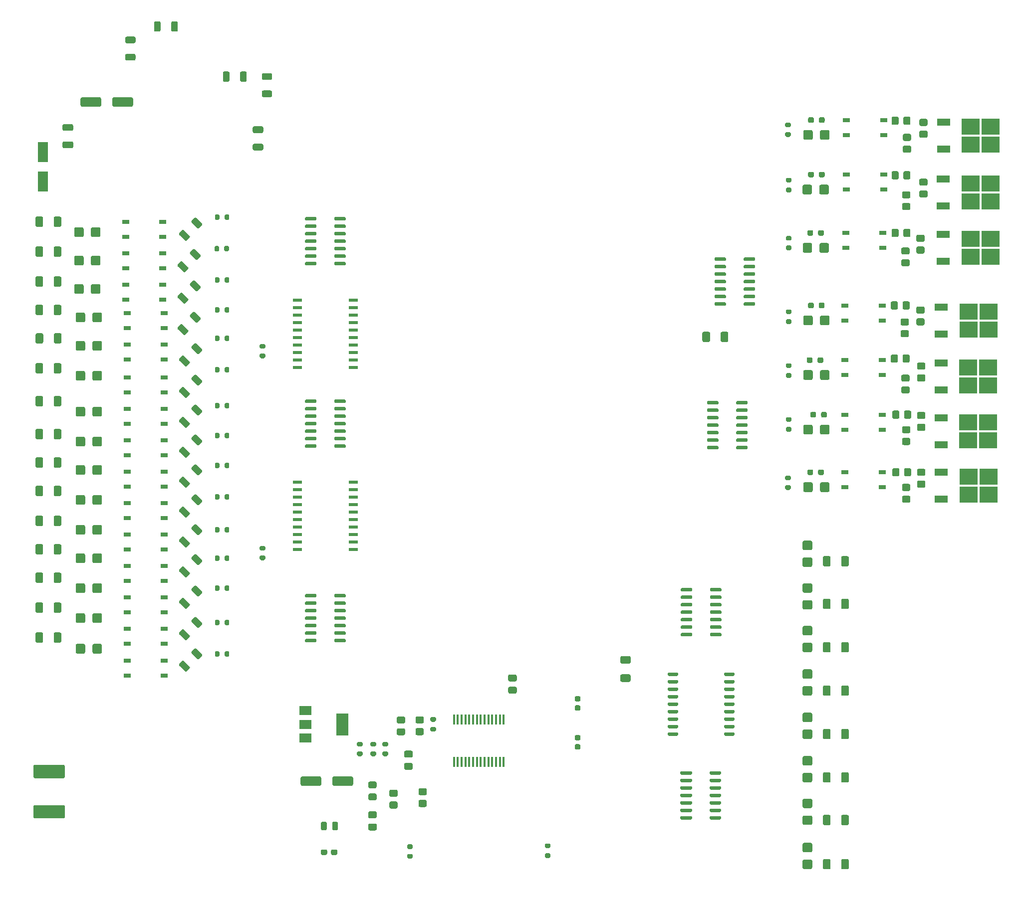
<source format=gtp>
G04 #@! TF.GenerationSoftware,KiCad,Pcbnew,(5.1.7)-1*
G04 #@! TF.CreationDate,2022-10-24T17:50:44-04:00*
G04 #@! TF.ProjectId,plc_14in_14out,706c635f-3134-4696-9e5f-31346f75742e,rev?*
G04 #@! TF.SameCoordinates,Original*
G04 #@! TF.FileFunction,Paste,Top*
G04 #@! TF.FilePolarity,Positive*
%FSLAX46Y46*%
G04 Gerber Fmt 4.6, Leading zero omitted, Abs format (unit mm)*
G04 Created by KiCad (PCBNEW (5.1.7)-1) date 2022-10-24 17:50:44*
%MOMM*%
%LPD*%
G01*
G04 APERTURE LIST*
%ADD10R,1.800000X3.500000*%
%ADD11R,1.200000X0.800000*%
%ADD12R,2.200000X1.200000*%
%ADD13R,3.050000X2.750000*%
%ADD14R,0.450000X1.750000*%
%ADD15R,2.000000X1.500000*%
%ADD16R,2.000000X3.800000*%
%ADD17R,1.500000X0.600000*%
G04 APERTURE END LIST*
G04 #@! TO.C,R92*
G36*
G01*
X58790000Y-14614997D02*
X58790000Y-15865003D01*
G75*
G02*
X58540003Y-16115000I-249997J0D01*
G01*
X57914997Y-16115000D01*
G75*
G02*
X57665000Y-15865003I0J249997D01*
G01*
X57665000Y-14614997D01*
G75*
G02*
X57914997Y-14365000I249997J0D01*
G01*
X58540003Y-14365000D01*
G75*
G02*
X58790000Y-14614997I0J-249997D01*
G01*
G37*
G36*
G01*
X61715000Y-14614997D02*
X61715000Y-15865003D01*
G75*
G02*
X61465003Y-16115000I-249997J0D01*
G01*
X60839997Y-16115000D01*
G75*
G02*
X60590000Y-15865003I0J249997D01*
G01*
X60590000Y-14614997D01*
G75*
G02*
X60839997Y-14365000I249997J0D01*
G01*
X61465003Y-14365000D01*
G75*
G02*
X61715000Y-14614997I0J-249997D01*
G01*
G37*
G04 #@! TD*
G04 #@! TO.C,R91*
G36*
G01*
X77460003Y-24307500D02*
X76209997Y-24307500D01*
G75*
G02*
X75960000Y-24057503I0J249997D01*
G01*
X75960000Y-23432497D01*
G75*
G02*
X76209997Y-23182500I249997J0D01*
G01*
X77460003Y-23182500D01*
G75*
G02*
X77710000Y-23432497I0J-249997D01*
G01*
X77710000Y-24057503D01*
G75*
G02*
X77460003Y-24307500I-249997J0D01*
G01*
G37*
G36*
G01*
X77460003Y-27232500D02*
X76209997Y-27232500D01*
G75*
G02*
X75960000Y-26982503I0J249997D01*
G01*
X75960000Y-26357497D01*
G75*
G02*
X76209997Y-26107500I249997J0D01*
G01*
X77460003Y-26107500D01*
G75*
G02*
X77710000Y-26357497I0J-249997D01*
G01*
X77710000Y-26982503D01*
G75*
G02*
X77460003Y-27232500I-249997J0D01*
G01*
G37*
G04 #@! TD*
G04 #@! TO.C,R89*
G36*
G01*
X53032497Y-19886500D02*
X54282503Y-19886500D01*
G75*
G02*
X54532500Y-20136497I0J-249997D01*
G01*
X54532500Y-20761503D01*
G75*
G02*
X54282503Y-21011500I-249997J0D01*
G01*
X53032497Y-21011500D01*
G75*
G02*
X52782500Y-20761503I0J249997D01*
G01*
X52782500Y-20136497D01*
G75*
G02*
X53032497Y-19886500I249997J0D01*
G01*
G37*
G36*
G01*
X53032497Y-16961500D02*
X54282503Y-16961500D01*
G75*
G02*
X54532500Y-17211497I0J-249997D01*
G01*
X54532500Y-17836503D01*
G75*
G02*
X54282503Y-18086500I-249997J0D01*
G01*
X53032497Y-18086500D01*
G75*
G02*
X52782500Y-17836503I0J249997D01*
G01*
X52782500Y-17211497D01*
G75*
G02*
X53032497Y-16961500I249997J0D01*
G01*
G37*
G04 #@! TD*
G04 #@! TO.C,R88*
G36*
G01*
X70474000Y-23123997D02*
X70474000Y-24374003D01*
G75*
G02*
X70224003Y-24624000I-249997J0D01*
G01*
X69598997Y-24624000D01*
G75*
G02*
X69349000Y-24374003I0J249997D01*
G01*
X69349000Y-23123997D01*
G75*
G02*
X69598997Y-22874000I249997J0D01*
G01*
X70224003Y-22874000D01*
G75*
G02*
X70474000Y-23123997I0J-249997D01*
G01*
G37*
G36*
G01*
X73399000Y-23123997D02*
X73399000Y-24374003D01*
G75*
G02*
X73149003Y-24624000I-249997J0D01*
G01*
X72523997Y-24624000D01*
G75*
G02*
X72274000Y-24374003I0J249997D01*
G01*
X72274000Y-23123997D01*
G75*
G02*
X72523997Y-22874000I249997J0D01*
G01*
X73149003Y-22874000D01*
G75*
G02*
X73399000Y-23123997I0J-249997D01*
G01*
G37*
G04 #@! TD*
G04 #@! TO.C,C27*
G36*
G01*
X50607000Y-28617000D02*
X50607000Y-27517000D01*
G75*
G02*
X50857000Y-27267000I250000J0D01*
G01*
X53857000Y-27267000D01*
G75*
G02*
X54107000Y-27517000I0J-250000D01*
G01*
X54107000Y-28617000D01*
G75*
G02*
X53857000Y-28867000I-250000J0D01*
G01*
X50857000Y-28867000D01*
G75*
G02*
X50607000Y-28617000I0J250000D01*
G01*
G37*
G36*
G01*
X45207000Y-28617000D02*
X45207000Y-27517000D01*
G75*
G02*
X45457000Y-27267000I250000J0D01*
G01*
X48457000Y-27267000D01*
G75*
G02*
X48707000Y-27517000I0J-250000D01*
G01*
X48707000Y-28617000D01*
G75*
G02*
X48457000Y-28867000I-250000J0D01*
G01*
X45457000Y-28867000D01*
G75*
G02*
X45207000Y-28617000I0J250000D01*
G01*
G37*
G04 #@! TD*
G04 #@! TO.C,C26*
G36*
G01*
X43703001Y-32960000D02*
X42402999Y-32960000D01*
G75*
G02*
X42153000Y-32710001I0J249999D01*
G01*
X42153000Y-32059999D01*
G75*
G02*
X42402999Y-31810000I249999J0D01*
G01*
X43703001Y-31810000D01*
G75*
G02*
X43953000Y-32059999I0J-249999D01*
G01*
X43953000Y-32710001D01*
G75*
G02*
X43703001Y-32960000I-249999J0D01*
G01*
G37*
G36*
G01*
X43703001Y-35910000D02*
X42402999Y-35910000D01*
G75*
G02*
X42153000Y-35660001I0J249999D01*
G01*
X42153000Y-35009999D01*
G75*
G02*
X42402999Y-34760000I249999J0D01*
G01*
X43703001Y-34760000D01*
G75*
G02*
X43953000Y-35009999I0J-249999D01*
G01*
X43953000Y-35660001D01*
G75*
G02*
X43703001Y-35910000I-249999J0D01*
G01*
G37*
G04 #@! TD*
G04 #@! TO.C,C24*
G36*
G01*
X74660999Y-35141000D02*
X75961001Y-35141000D01*
G75*
G02*
X76211000Y-35390999I0J-249999D01*
G01*
X76211000Y-36041001D01*
G75*
G02*
X75961001Y-36291000I-249999J0D01*
G01*
X74660999Y-36291000D01*
G75*
G02*
X74411000Y-36041001I0J249999D01*
G01*
X74411000Y-35390999D01*
G75*
G02*
X74660999Y-35141000I249999J0D01*
G01*
G37*
G36*
G01*
X74660999Y-32191000D02*
X75961001Y-32191000D01*
G75*
G02*
X76211000Y-32440999I0J-249999D01*
G01*
X76211000Y-33091001D01*
G75*
G02*
X75961001Y-33341000I-249999J0D01*
G01*
X74660999Y-33341000D01*
G75*
G02*
X74411000Y-33091001I0J249999D01*
G01*
X74411000Y-32440999D01*
G75*
G02*
X74660999Y-32191000I249999J0D01*
G01*
G37*
G04 #@! TD*
D10*
G04 #@! TO.C,D31*
X38862000Y-36529000D03*
X38862000Y-41529000D03*
G04 #@! TD*
D11*
G04 #@! TO.C,U35*
X175158000Y-31115000D03*
X181458000Y-33655000D03*
X175158000Y-33655000D03*
X181458000Y-31115000D03*
G04 #@! TD*
G04 #@! TO.C,R87*
G36*
G01*
X184969999Y-35468000D02*
X185870001Y-35468000D01*
G75*
G02*
X186120000Y-35717999I0J-249999D01*
G01*
X186120000Y-36418001D01*
G75*
G02*
X185870001Y-36668000I-249999J0D01*
G01*
X184969999Y-36668000D01*
G75*
G02*
X184720000Y-36418001I0J249999D01*
G01*
X184720000Y-35717999D01*
G75*
G02*
X184969999Y-35468000I249999J0D01*
G01*
G37*
G36*
G01*
X184969999Y-33468000D02*
X185870001Y-33468000D01*
G75*
G02*
X186120000Y-33717999I0J-249999D01*
G01*
X186120000Y-34418001D01*
G75*
G02*
X185870001Y-34668000I-249999J0D01*
G01*
X184969999Y-34668000D01*
G75*
G02*
X184720000Y-34418001I0J249999D01*
G01*
X184720000Y-33717999D01*
G75*
G02*
X184969999Y-33468000I249999J0D01*
G01*
G37*
G04 #@! TD*
G04 #@! TO.C,R86*
G36*
G01*
X187763999Y-32928000D02*
X188664001Y-32928000D01*
G75*
G02*
X188914000Y-33177999I0J-249999D01*
G01*
X188914000Y-33878001D01*
G75*
G02*
X188664001Y-34128000I-249999J0D01*
G01*
X187763999Y-34128000D01*
G75*
G02*
X187514000Y-33878001I0J249999D01*
G01*
X187514000Y-33177999D01*
G75*
G02*
X187763999Y-32928000I249999J0D01*
G01*
G37*
G36*
G01*
X187763999Y-30928000D02*
X188664001Y-30928000D01*
G75*
G02*
X188914000Y-31177999I0J-249999D01*
G01*
X188914000Y-31878001D01*
G75*
G02*
X188664001Y-32128000I-249999J0D01*
G01*
X187763999Y-32128000D01*
G75*
G02*
X187514000Y-31878001I0J249999D01*
G01*
X187514000Y-31177999D01*
G75*
G02*
X187763999Y-30928000I249999J0D01*
G01*
G37*
G04 #@! TD*
G04 #@! TO.C,R85*
G36*
G01*
X184004000Y-30791999D02*
X184004000Y-31692001D01*
G75*
G02*
X183754001Y-31942000I-249999J0D01*
G01*
X183053999Y-31942000D01*
G75*
G02*
X182804000Y-31692001I0J249999D01*
G01*
X182804000Y-30791999D01*
G75*
G02*
X183053999Y-30542000I249999J0D01*
G01*
X183754001Y-30542000D01*
G75*
G02*
X184004000Y-30791999I0J-249999D01*
G01*
G37*
G36*
G01*
X186004000Y-30791999D02*
X186004000Y-31692001D01*
G75*
G02*
X185754001Y-31942000I-249999J0D01*
G01*
X185053999Y-31942000D01*
G75*
G02*
X184804000Y-31692001I0J249999D01*
G01*
X184804000Y-30791999D01*
G75*
G02*
X185053999Y-30542000I249999J0D01*
G01*
X185754001Y-30542000D01*
G75*
G02*
X186004000Y-30791999I0J-249999D01*
G01*
G37*
G04 #@! TD*
G04 #@! TO.C,R84*
G36*
G01*
X169628000Y-30877500D02*
X169628000Y-31352500D01*
G75*
G02*
X169390500Y-31590000I-237500J0D01*
G01*
X168890500Y-31590000D01*
G75*
G02*
X168653000Y-31352500I0J237500D01*
G01*
X168653000Y-30877500D01*
G75*
G02*
X168890500Y-30640000I237500J0D01*
G01*
X169390500Y-30640000D01*
G75*
G02*
X169628000Y-30877500I0J-237500D01*
G01*
G37*
G36*
G01*
X171453000Y-30877500D02*
X171453000Y-31352500D01*
G75*
G02*
X171215500Y-31590000I-237500J0D01*
G01*
X170715500Y-31590000D01*
G75*
G02*
X170478000Y-31352500I0J237500D01*
G01*
X170478000Y-30877500D01*
G75*
G02*
X170715500Y-30640000I237500J0D01*
G01*
X171215500Y-30640000D01*
G75*
G02*
X171453000Y-30877500I0J-237500D01*
G01*
G37*
G04 #@! TD*
G04 #@! TO.C,R83*
G36*
G01*
X164952000Y-33191000D02*
X165502000Y-33191000D01*
G75*
G02*
X165702000Y-33391000I0J-200000D01*
G01*
X165702000Y-33791000D01*
G75*
G02*
X165502000Y-33991000I-200000J0D01*
G01*
X164952000Y-33991000D01*
G75*
G02*
X164752000Y-33791000I0J200000D01*
G01*
X164752000Y-33391000D01*
G75*
G02*
X164952000Y-33191000I200000J0D01*
G01*
G37*
G36*
G01*
X164952000Y-31541000D02*
X165502000Y-31541000D01*
G75*
G02*
X165702000Y-31741000I0J-200000D01*
G01*
X165702000Y-32141000D01*
G75*
G02*
X165502000Y-32341000I-200000J0D01*
G01*
X164952000Y-32341000D01*
G75*
G02*
X164752000Y-32141000I0J200000D01*
G01*
X164752000Y-31741000D01*
G75*
G02*
X164952000Y-31541000I200000J0D01*
G01*
G37*
G04 #@! TD*
D12*
G04 #@! TO.C,Q7*
X191634000Y-31502000D03*
X191634000Y-36062000D03*
D13*
X199609000Y-35307000D03*
X196259000Y-32257000D03*
X199609000Y-32257000D03*
X196259000Y-35307000D03*
G04 #@! TD*
G04 #@! TO.C,D30*
G36*
G01*
X169428000Y-33080000D02*
X169428000Y-34230000D01*
G75*
G02*
X169178000Y-34480000I-250000J0D01*
G01*
X168078000Y-34480000D01*
G75*
G02*
X167828000Y-34230000I0J250000D01*
G01*
X167828000Y-33080000D01*
G75*
G02*
X168078000Y-32830000I250000J0D01*
G01*
X169178000Y-32830000D01*
G75*
G02*
X169428000Y-33080000I0J-250000D01*
G01*
G37*
G36*
G01*
X172278000Y-33080000D02*
X172278000Y-34230000D01*
G75*
G02*
X172028000Y-34480000I-250000J0D01*
G01*
X170928000Y-34480000D01*
G75*
G02*
X170678000Y-34230000I0J250000D01*
G01*
X170678000Y-33080000D01*
G75*
G02*
X170928000Y-32830000I250000J0D01*
G01*
X172028000Y-32830000D01*
G75*
G02*
X172278000Y-33080000I0J-250000D01*
G01*
G37*
G04 #@! TD*
G04 #@! TO.C,F1*
G36*
G01*
X42303002Y-142886000D02*
X37452998Y-142886000D01*
G75*
G02*
X37203000Y-142636002I0J249998D01*
G01*
X37203000Y-140860998D01*
G75*
G02*
X37452998Y-140611000I249998J0D01*
G01*
X42303002Y-140611000D01*
G75*
G02*
X42553000Y-140860998I0J-249998D01*
G01*
X42553000Y-142636002D01*
G75*
G02*
X42303002Y-142886000I-249998J0D01*
G01*
G37*
G36*
G01*
X42303002Y-149711000D02*
X37452998Y-149711000D01*
G75*
G02*
X37203000Y-149461002I0J249998D01*
G01*
X37203000Y-147685998D01*
G75*
G02*
X37452998Y-147436000I249998J0D01*
G01*
X42303002Y-147436000D01*
G75*
G02*
X42553000Y-147685998I0J-249998D01*
G01*
X42553000Y-149461002D01*
G75*
G02*
X42303002Y-149711000I-249998J0D01*
G01*
G37*
G04 #@! TD*
D11*
G04 #@! TO.C,U34*
X53111000Y-122936000D03*
X59411000Y-125476000D03*
X53111000Y-125476000D03*
X59411000Y-122936000D03*
G04 #@! TD*
G04 #@! TO.C,R82*
G36*
G01*
X69640000Y-122068000D02*
X69640000Y-121518000D01*
G75*
G02*
X69840000Y-121318000I200000J0D01*
G01*
X70240000Y-121318000D01*
G75*
G02*
X70440000Y-121518000I0J-200000D01*
G01*
X70440000Y-122068000D01*
G75*
G02*
X70240000Y-122268000I-200000J0D01*
G01*
X69840000Y-122268000D01*
G75*
G02*
X69640000Y-122068000I0J200000D01*
G01*
G37*
G36*
G01*
X67990000Y-122068000D02*
X67990000Y-121518000D01*
G75*
G02*
X68190000Y-121318000I200000J0D01*
G01*
X68590000Y-121318000D01*
G75*
G02*
X68790000Y-121518000I0J-200000D01*
G01*
X68790000Y-122068000D01*
G75*
G02*
X68590000Y-122268000I-200000J0D01*
G01*
X68190000Y-122268000D01*
G75*
G02*
X67990000Y-122068000I0J200000D01*
G01*
G37*
G04 #@! TD*
G04 #@! TO.C,R81*
G36*
G01*
X38851000Y-118373999D02*
X38851000Y-119624001D01*
G75*
G02*
X38601001Y-119874000I-249999J0D01*
G01*
X37800999Y-119874000D01*
G75*
G02*
X37551000Y-119624001I0J249999D01*
G01*
X37551000Y-118373999D01*
G75*
G02*
X37800999Y-118124000I249999J0D01*
G01*
X38601001Y-118124000D01*
G75*
G02*
X38851000Y-118373999I0J-249999D01*
G01*
G37*
G36*
G01*
X41951000Y-118373999D02*
X41951000Y-119624001D01*
G75*
G02*
X41701001Y-119874000I-249999J0D01*
G01*
X40900999Y-119874000D01*
G75*
G02*
X40651000Y-119624001I0J249999D01*
G01*
X40651000Y-118373999D01*
G75*
G02*
X40900999Y-118124000I249999J0D01*
G01*
X41701001Y-118124000D01*
G75*
G02*
X41951000Y-118373999I0J-249999D01*
G01*
G37*
G04 #@! TD*
G04 #@! TO.C,D29*
G36*
G01*
X47234000Y-121479000D02*
X47234000Y-120329000D01*
G75*
G02*
X47484000Y-120079000I250000J0D01*
G01*
X48584000Y-120079000D01*
G75*
G02*
X48834000Y-120329000I0J-250000D01*
G01*
X48834000Y-121479000D01*
G75*
G02*
X48584000Y-121729000I-250000J0D01*
G01*
X47484000Y-121729000D01*
G75*
G02*
X47234000Y-121479000I0J250000D01*
G01*
G37*
G36*
G01*
X44384000Y-121479000D02*
X44384000Y-120329000D01*
G75*
G02*
X44634000Y-120079000I250000J0D01*
G01*
X45734000Y-120079000D01*
G75*
G02*
X45984000Y-120329000I0J-250000D01*
G01*
X45984000Y-121479000D01*
G75*
G02*
X45734000Y-121729000I-250000J0D01*
G01*
X44634000Y-121729000D01*
G75*
G02*
X44384000Y-121479000I0J250000D01*
G01*
G37*
G04 #@! TD*
G04 #@! TO.C,C23*
G36*
G01*
X62784983Y-122985776D02*
X63704224Y-123905017D01*
G75*
G02*
X63704224Y-124258569I-176776J-176776D01*
G01*
X63244603Y-124718190D01*
G75*
G02*
X62891051Y-124718190I-176776J176776D01*
G01*
X61971810Y-123798949D01*
G75*
G02*
X61971810Y-123445397I176776J176776D01*
G01*
X62431431Y-122985776D01*
G75*
G02*
X62784983Y-122985776I176776J-176776D01*
G01*
G37*
G36*
G01*
X64870949Y-120899810D02*
X65790190Y-121819051D01*
G75*
G02*
X65790190Y-122172603I-176776J-176776D01*
G01*
X65330569Y-122632224D01*
G75*
G02*
X64977017Y-122632224I-176776J176776D01*
G01*
X64057776Y-121712983D01*
G75*
G02*
X64057776Y-121359431I176776J176776D01*
G01*
X64517397Y-120899810D01*
G75*
G02*
X64870949Y-120899810I176776J-176776D01*
G01*
G37*
G04 #@! TD*
D14*
G04 #@! TO.C,U24*
X117001000Y-132925000D03*
X116351000Y-132925000D03*
X115701000Y-132925000D03*
X115051000Y-132925000D03*
X114401000Y-132925000D03*
X113751000Y-132925000D03*
X113101000Y-132925000D03*
X112451000Y-132925000D03*
X111801000Y-132925000D03*
X111151000Y-132925000D03*
X110501000Y-132925000D03*
X109851000Y-132925000D03*
X109201000Y-132925000D03*
X108551000Y-132925000D03*
X108551000Y-140125000D03*
X109201000Y-140125000D03*
X109851000Y-140125000D03*
X110501000Y-140125000D03*
X111151000Y-140125000D03*
X111801000Y-140125000D03*
X112451000Y-140125000D03*
X113101000Y-140125000D03*
X113751000Y-140125000D03*
X114401000Y-140125000D03*
X115051000Y-140125000D03*
X115701000Y-140125000D03*
X116351000Y-140125000D03*
X117001000Y-140125000D03*
G04 #@! TD*
D12*
G04 #@! TO.C,Q3*
X191209000Y-72395000D03*
X191209000Y-76955000D03*
D13*
X199184000Y-76200000D03*
X195834000Y-73150000D03*
X199184000Y-73150000D03*
X195834000Y-76200000D03*
G04 #@! TD*
G04 #@! TO.C,R54*
G36*
G01*
X187382999Y-92348000D02*
X188283001Y-92348000D01*
G75*
G02*
X188533000Y-92597999I0J-249999D01*
G01*
X188533000Y-93298001D01*
G75*
G02*
X188283001Y-93548000I-249999J0D01*
G01*
X187382999Y-93548000D01*
G75*
G02*
X187133000Y-93298001I0J249999D01*
G01*
X187133000Y-92597999D01*
G75*
G02*
X187382999Y-92348000I249999J0D01*
G01*
G37*
G36*
G01*
X187382999Y-90348000D02*
X188283001Y-90348000D01*
G75*
G02*
X188533000Y-90597999I0J-249999D01*
G01*
X188533000Y-91298001D01*
G75*
G02*
X188283001Y-91548000I-249999J0D01*
G01*
X187382999Y-91548000D01*
G75*
G02*
X187133000Y-91298001I0J249999D01*
G01*
X187133000Y-90597999D01*
G75*
G02*
X187382999Y-90348000I249999J0D01*
G01*
G37*
G04 #@! TD*
D11*
G04 #@! TO.C,U33*
X174904000Y-81153000D03*
X181204000Y-83693000D03*
X174904000Y-83693000D03*
X181204000Y-81153000D03*
G04 #@! TD*
G04 #@! TO.C,U32*
X174904000Y-71882000D03*
X181204000Y-74422000D03*
X174904000Y-74422000D03*
X181204000Y-71882000D03*
G04 #@! TD*
G04 #@! TO.C,U31*
X174904000Y-62611000D03*
X181204000Y-65151000D03*
X174904000Y-65151000D03*
X181204000Y-62611000D03*
G04 #@! TD*
G04 #@! TO.C,U30*
X175031000Y-50292000D03*
X181331000Y-52832000D03*
X175031000Y-52832000D03*
X181331000Y-50292000D03*
G04 #@! TD*
G04 #@! TO.C,U29*
X175158000Y-40386000D03*
X181458000Y-42926000D03*
X175158000Y-42926000D03*
X181458000Y-40386000D03*
G04 #@! TD*
G04 #@! TO.C,R80*
G36*
G01*
X184842999Y-85109000D02*
X185743001Y-85109000D01*
G75*
G02*
X185993000Y-85358999I0J-249999D01*
G01*
X185993000Y-86059001D01*
G75*
G02*
X185743001Y-86309000I-249999J0D01*
G01*
X184842999Y-86309000D01*
G75*
G02*
X184593000Y-86059001I0J249999D01*
G01*
X184593000Y-85358999D01*
G75*
G02*
X184842999Y-85109000I249999J0D01*
G01*
G37*
G36*
G01*
X184842999Y-83109000D02*
X185743001Y-83109000D01*
G75*
G02*
X185993000Y-83358999I0J-249999D01*
G01*
X185993000Y-84059001D01*
G75*
G02*
X185743001Y-84309000I-249999J0D01*
G01*
X184842999Y-84309000D01*
G75*
G02*
X184593000Y-84059001I0J249999D01*
G01*
X184593000Y-83358999D01*
G75*
G02*
X184842999Y-83109000I249999J0D01*
G01*
G37*
G04 #@! TD*
G04 #@! TO.C,R79*
G36*
G01*
X187382999Y-82696000D02*
X188283001Y-82696000D01*
G75*
G02*
X188533000Y-82945999I0J-249999D01*
G01*
X188533000Y-83646001D01*
G75*
G02*
X188283001Y-83896000I-249999J0D01*
G01*
X187382999Y-83896000D01*
G75*
G02*
X187133000Y-83646001I0J249999D01*
G01*
X187133000Y-82945999D01*
G75*
G02*
X187382999Y-82696000I249999J0D01*
G01*
G37*
G36*
G01*
X187382999Y-80696000D02*
X188283001Y-80696000D01*
G75*
G02*
X188533000Y-80945999I0J-249999D01*
G01*
X188533000Y-81646001D01*
G75*
G02*
X188283001Y-81896000I-249999J0D01*
G01*
X187382999Y-81896000D01*
G75*
G02*
X187133000Y-81646001I0J249999D01*
G01*
X187133000Y-80945999D01*
G75*
G02*
X187382999Y-80696000I249999J0D01*
G01*
G37*
G04 #@! TD*
G04 #@! TO.C,R78*
G36*
G01*
X184131000Y-80702999D02*
X184131000Y-81603001D01*
G75*
G02*
X183881001Y-81853000I-249999J0D01*
G01*
X183180999Y-81853000D01*
G75*
G02*
X182931000Y-81603001I0J249999D01*
G01*
X182931000Y-80702999D01*
G75*
G02*
X183180999Y-80453000I249999J0D01*
G01*
X183881001Y-80453000D01*
G75*
G02*
X184131000Y-80702999I0J-249999D01*
G01*
G37*
G36*
G01*
X186131000Y-80702999D02*
X186131000Y-81603001D01*
G75*
G02*
X185881001Y-81853000I-249999J0D01*
G01*
X185180999Y-81853000D01*
G75*
G02*
X184931000Y-81603001I0J249999D01*
G01*
X184931000Y-80702999D01*
G75*
G02*
X185180999Y-80453000I249999J0D01*
G01*
X185881001Y-80453000D01*
G75*
G02*
X186131000Y-80702999I0J-249999D01*
G01*
G37*
G04 #@! TD*
G04 #@! TO.C,R77*
G36*
G01*
X184715999Y-76346000D02*
X185616001Y-76346000D01*
G75*
G02*
X185866000Y-76595999I0J-249999D01*
G01*
X185866000Y-77296001D01*
G75*
G02*
X185616001Y-77546000I-249999J0D01*
G01*
X184715999Y-77546000D01*
G75*
G02*
X184466000Y-77296001I0J249999D01*
G01*
X184466000Y-76595999D01*
G75*
G02*
X184715999Y-76346000I249999J0D01*
G01*
G37*
G36*
G01*
X184715999Y-74346000D02*
X185616001Y-74346000D01*
G75*
G02*
X185866000Y-74595999I0J-249999D01*
G01*
X185866000Y-75296001D01*
G75*
G02*
X185616001Y-75546000I-249999J0D01*
G01*
X184715999Y-75546000D01*
G75*
G02*
X184466000Y-75296001I0J249999D01*
G01*
X184466000Y-74595999D01*
G75*
G02*
X184715999Y-74346000I249999J0D01*
G01*
G37*
G04 #@! TD*
G04 #@! TO.C,R76*
G36*
G01*
X187382999Y-74314000D02*
X188283001Y-74314000D01*
G75*
G02*
X188533000Y-74563999I0J-249999D01*
G01*
X188533000Y-75264001D01*
G75*
G02*
X188283001Y-75514000I-249999J0D01*
G01*
X187382999Y-75514000D01*
G75*
G02*
X187133000Y-75264001I0J249999D01*
G01*
X187133000Y-74563999D01*
G75*
G02*
X187382999Y-74314000I249999J0D01*
G01*
G37*
G36*
G01*
X187382999Y-72314000D02*
X188283001Y-72314000D01*
G75*
G02*
X188533000Y-72563999I0J-249999D01*
G01*
X188533000Y-73264001D01*
G75*
G02*
X188283001Y-73514000I-249999J0D01*
G01*
X187382999Y-73514000D01*
G75*
G02*
X187133000Y-73264001I0J249999D01*
G01*
X187133000Y-72563999D01*
G75*
G02*
X187382999Y-72314000I249999J0D01*
G01*
G37*
G04 #@! TD*
G04 #@! TO.C,R75*
G36*
G01*
X183877000Y-71177999D02*
X183877000Y-72078001D01*
G75*
G02*
X183627001Y-72328000I-249999J0D01*
G01*
X182926999Y-72328000D01*
G75*
G02*
X182677000Y-72078001I0J249999D01*
G01*
X182677000Y-71177999D01*
G75*
G02*
X182926999Y-70928000I249999J0D01*
G01*
X183627001Y-70928000D01*
G75*
G02*
X183877000Y-71177999I0J-249999D01*
G01*
G37*
G36*
G01*
X185877000Y-71177999D02*
X185877000Y-72078001D01*
G75*
G02*
X185627001Y-72328000I-249999J0D01*
G01*
X184926999Y-72328000D01*
G75*
G02*
X184677000Y-72078001I0J249999D01*
G01*
X184677000Y-71177999D01*
G75*
G02*
X184926999Y-70928000I249999J0D01*
G01*
X185627001Y-70928000D01*
G75*
G02*
X185877000Y-71177999I0J-249999D01*
G01*
G37*
G04 #@! TD*
G04 #@! TO.C,R74*
G36*
G01*
X184588999Y-66805000D02*
X185489001Y-66805000D01*
G75*
G02*
X185739000Y-67054999I0J-249999D01*
G01*
X185739000Y-67755001D01*
G75*
G02*
X185489001Y-68005000I-249999J0D01*
G01*
X184588999Y-68005000D01*
G75*
G02*
X184339000Y-67755001I0J249999D01*
G01*
X184339000Y-67054999D01*
G75*
G02*
X184588999Y-66805000I249999J0D01*
G01*
G37*
G36*
G01*
X184588999Y-64805000D02*
X185489001Y-64805000D01*
G75*
G02*
X185739000Y-65054999I0J-249999D01*
G01*
X185739000Y-65755001D01*
G75*
G02*
X185489001Y-66005000I-249999J0D01*
G01*
X184588999Y-66005000D01*
G75*
G02*
X184339000Y-65755001I0J249999D01*
G01*
X184339000Y-65054999D01*
G75*
G02*
X184588999Y-64805000I249999J0D01*
G01*
G37*
G04 #@! TD*
G04 #@! TO.C,R73*
G36*
G01*
X187255999Y-64789000D02*
X188156001Y-64789000D01*
G75*
G02*
X188406000Y-65038999I0J-249999D01*
G01*
X188406000Y-65739001D01*
G75*
G02*
X188156001Y-65989000I-249999J0D01*
G01*
X187255999Y-65989000D01*
G75*
G02*
X187006000Y-65739001I0J249999D01*
G01*
X187006000Y-65038999D01*
G75*
G02*
X187255999Y-64789000I249999J0D01*
G01*
G37*
G36*
G01*
X187255999Y-62789000D02*
X188156001Y-62789000D01*
G75*
G02*
X188406000Y-63038999I0J-249999D01*
G01*
X188406000Y-63739001D01*
G75*
G02*
X188156001Y-63989000I-249999J0D01*
G01*
X187255999Y-63989000D01*
G75*
G02*
X187006000Y-63739001I0J249999D01*
G01*
X187006000Y-63038999D01*
G75*
G02*
X187255999Y-62789000I249999J0D01*
G01*
G37*
G04 #@! TD*
G04 #@! TO.C,R72*
G36*
G01*
X183877000Y-62160999D02*
X183877000Y-63061001D01*
G75*
G02*
X183627001Y-63311000I-249999J0D01*
G01*
X182926999Y-63311000D01*
G75*
G02*
X182677000Y-63061001I0J249999D01*
G01*
X182677000Y-62160999D01*
G75*
G02*
X182926999Y-61911000I249999J0D01*
G01*
X183627001Y-61911000D01*
G75*
G02*
X183877000Y-62160999I0J-249999D01*
G01*
G37*
G36*
G01*
X185877000Y-62160999D02*
X185877000Y-63061001D01*
G75*
G02*
X185627001Y-63311000I-249999J0D01*
G01*
X184926999Y-63311000D01*
G75*
G02*
X184677000Y-63061001I0J249999D01*
G01*
X184677000Y-62160999D01*
G75*
G02*
X184926999Y-61911000I249999J0D01*
G01*
X185627001Y-61911000D01*
G75*
G02*
X185877000Y-62160999I0J-249999D01*
G01*
G37*
G04 #@! TD*
G04 #@! TO.C,R71*
G36*
G01*
X184715999Y-54756000D02*
X185616001Y-54756000D01*
G75*
G02*
X185866000Y-55005999I0J-249999D01*
G01*
X185866000Y-55706001D01*
G75*
G02*
X185616001Y-55956000I-249999J0D01*
G01*
X184715999Y-55956000D01*
G75*
G02*
X184466000Y-55706001I0J249999D01*
G01*
X184466000Y-55005999D01*
G75*
G02*
X184715999Y-54756000I249999J0D01*
G01*
G37*
G36*
G01*
X184715999Y-52756000D02*
X185616001Y-52756000D01*
G75*
G02*
X185866000Y-53005999I0J-249999D01*
G01*
X185866000Y-53706001D01*
G75*
G02*
X185616001Y-53956000I-249999J0D01*
G01*
X184715999Y-53956000D01*
G75*
G02*
X184466000Y-53706001I0J249999D01*
G01*
X184466000Y-53005999D01*
G75*
G02*
X184715999Y-52756000I249999J0D01*
G01*
G37*
G04 #@! TD*
G04 #@! TO.C,R70*
G36*
G01*
X187255999Y-52597000D02*
X188156001Y-52597000D01*
G75*
G02*
X188406000Y-52846999I0J-249999D01*
G01*
X188406000Y-53547001D01*
G75*
G02*
X188156001Y-53797000I-249999J0D01*
G01*
X187255999Y-53797000D01*
G75*
G02*
X187006000Y-53547001I0J249999D01*
G01*
X187006000Y-52846999D01*
G75*
G02*
X187255999Y-52597000I249999J0D01*
G01*
G37*
G36*
G01*
X187255999Y-50597000D02*
X188156001Y-50597000D01*
G75*
G02*
X188406000Y-50846999I0J-249999D01*
G01*
X188406000Y-51547001D01*
G75*
G02*
X188156001Y-51797000I-249999J0D01*
G01*
X187255999Y-51797000D01*
G75*
G02*
X187006000Y-51547001I0J249999D01*
G01*
X187006000Y-50846999D01*
G75*
G02*
X187255999Y-50597000I249999J0D01*
G01*
G37*
G04 #@! TD*
G04 #@! TO.C,R69*
G36*
G01*
X184004000Y-49841999D02*
X184004000Y-50742001D01*
G75*
G02*
X183754001Y-50992000I-249999J0D01*
G01*
X183053999Y-50992000D01*
G75*
G02*
X182804000Y-50742001I0J249999D01*
G01*
X182804000Y-49841999D01*
G75*
G02*
X183053999Y-49592000I249999J0D01*
G01*
X183754001Y-49592000D01*
G75*
G02*
X184004000Y-49841999I0J-249999D01*
G01*
G37*
G36*
G01*
X186004000Y-49841999D02*
X186004000Y-50742001D01*
G75*
G02*
X185754001Y-50992000I-249999J0D01*
G01*
X185053999Y-50992000D01*
G75*
G02*
X184804000Y-50742001I0J249999D01*
G01*
X184804000Y-49841999D01*
G75*
G02*
X185053999Y-49592000I249999J0D01*
G01*
X185754001Y-49592000D01*
G75*
G02*
X186004000Y-49841999I0J-249999D01*
G01*
G37*
G04 #@! TD*
G04 #@! TO.C,R68*
G36*
G01*
X184842999Y-45215000D02*
X185743001Y-45215000D01*
G75*
G02*
X185993000Y-45464999I0J-249999D01*
G01*
X185993000Y-46165001D01*
G75*
G02*
X185743001Y-46415000I-249999J0D01*
G01*
X184842999Y-46415000D01*
G75*
G02*
X184593000Y-46165001I0J249999D01*
G01*
X184593000Y-45464999D01*
G75*
G02*
X184842999Y-45215000I249999J0D01*
G01*
G37*
G36*
G01*
X184842999Y-43215000D02*
X185743001Y-43215000D01*
G75*
G02*
X185993000Y-43464999I0J-249999D01*
G01*
X185993000Y-44165001D01*
G75*
G02*
X185743001Y-44415000I-249999J0D01*
G01*
X184842999Y-44415000D01*
G75*
G02*
X184593000Y-44165001I0J249999D01*
G01*
X184593000Y-43464999D01*
G75*
G02*
X184842999Y-43215000I249999J0D01*
G01*
G37*
G04 #@! TD*
G04 #@! TO.C,R67*
G36*
G01*
X187763999Y-43072000D02*
X188664001Y-43072000D01*
G75*
G02*
X188914000Y-43321999I0J-249999D01*
G01*
X188914000Y-44022001D01*
G75*
G02*
X188664001Y-44272000I-249999J0D01*
G01*
X187763999Y-44272000D01*
G75*
G02*
X187514000Y-44022001I0J249999D01*
G01*
X187514000Y-43321999D01*
G75*
G02*
X187763999Y-43072000I249999J0D01*
G01*
G37*
G36*
G01*
X187763999Y-41072000D02*
X188664001Y-41072000D01*
G75*
G02*
X188914000Y-41321999I0J-249999D01*
G01*
X188914000Y-42022001D01*
G75*
G02*
X188664001Y-42272000I-249999J0D01*
G01*
X187763999Y-42272000D01*
G75*
G02*
X187514000Y-42022001I0J249999D01*
G01*
X187514000Y-41321999D01*
G75*
G02*
X187763999Y-41072000I249999J0D01*
G01*
G37*
G04 #@! TD*
G04 #@! TO.C,R66*
G36*
G01*
X184004000Y-40062999D02*
X184004000Y-40963001D01*
G75*
G02*
X183754001Y-41213000I-249999J0D01*
G01*
X183053999Y-41213000D01*
G75*
G02*
X182804000Y-40963001I0J249999D01*
G01*
X182804000Y-40062999D01*
G75*
G02*
X183053999Y-39813000I249999J0D01*
G01*
X183754001Y-39813000D01*
G75*
G02*
X184004000Y-40062999I0J-249999D01*
G01*
G37*
G36*
G01*
X186004000Y-40062999D02*
X186004000Y-40963001D01*
G75*
G02*
X185754001Y-41213000I-249999J0D01*
G01*
X185053999Y-41213000D01*
G75*
G02*
X184804000Y-40963001I0J249999D01*
G01*
X184804000Y-40062999D01*
G75*
G02*
X185053999Y-39813000I249999J0D01*
G01*
X185754001Y-39813000D01*
G75*
G02*
X186004000Y-40062999I0J-249999D01*
G01*
G37*
G04 #@! TD*
G04 #@! TO.C,R65*
G36*
G01*
X170009000Y-80915500D02*
X170009000Y-81390500D01*
G75*
G02*
X169771500Y-81628000I-237500J0D01*
G01*
X169271500Y-81628000D01*
G75*
G02*
X169034000Y-81390500I0J237500D01*
G01*
X169034000Y-80915500D01*
G75*
G02*
X169271500Y-80678000I237500J0D01*
G01*
X169771500Y-80678000D01*
G75*
G02*
X170009000Y-80915500I0J-237500D01*
G01*
G37*
G36*
G01*
X171834000Y-80915500D02*
X171834000Y-81390500D01*
G75*
G02*
X171596500Y-81628000I-237500J0D01*
G01*
X171096500Y-81628000D01*
G75*
G02*
X170859000Y-81390500I0J237500D01*
G01*
X170859000Y-80915500D01*
G75*
G02*
X171096500Y-80678000I237500J0D01*
G01*
X171596500Y-80678000D01*
G75*
G02*
X171834000Y-80915500I0J-237500D01*
G01*
G37*
G04 #@! TD*
G04 #@! TO.C,R64*
G36*
G01*
X169397500Y-71644500D02*
X169397500Y-72119500D01*
G75*
G02*
X169160000Y-72357000I-237500J0D01*
G01*
X168660000Y-72357000D01*
G75*
G02*
X168422500Y-72119500I0J237500D01*
G01*
X168422500Y-71644500D01*
G75*
G02*
X168660000Y-71407000I237500J0D01*
G01*
X169160000Y-71407000D01*
G75*
G02*
X169397500Y-71644500I0J-237500D01*
G01*
G37*
G36*
G01*
X171222500Y-71644500D02*
X171222500Y-72119500D01*
G75*
G02*
X170985000Y-72357000I-237500J0D01*
G01*
X170485000Y-72357000D01*
G75*
G02*
X170247500Y-72119500I0J237500D01*
G01*
X170247500Y-71644500D01*
G75*
G02*
X170485000Y-71407000I237500J0D01*
G01*
X170985000Y-71407000D01*
G75*
G02*
X171222500Y-71644500I0J-237500D01*
G01*
G37*
G04 #@! TD*
G04 #@! TO.C,R63*
G36*
G01*
X169604500Y-62373500D02*
X169604500Y-62848500D01*
G75*
G02*
X169367000Y-63086000I-237500J0D01*
G01*
X168867000Y-63086000D01*
G75*
G02*
X168629500Y-62848500I0J237500D01*
G01*
X168629500Y-62373500D01*
G75*
G02*
X168867000Y-62136000I237500J0D01*
G01*
X169367000Y-62136000D01*
G75*
G02*
X169604500Y-62373500I0J-237500D01*
G01*
G37*
G36*
G01*
X171429500Y-62373500D02*
X171429500Y-62848500D01*
G75*
G02*
X171192000Y-63086000I-237500J0D01*
G01*
X170692000Y-63086000D01*
G75*
G02*
X170454500Y-62848500I0J237500D01*
G01*
X170454500Y-62373500D01*
G75*
G02*
X170692000Y-62136000I237500J0D01*
G01*
X171192000Y-62136000D01*
G75*
G02*
X171429500Y-62373500I0J-237500D01*
G01*
G37*
G04 #@! TD*
G04 #@! TO.C,R62*
G36*
G01*
X169501000Y-50054500D02*
X169501000Y-50529500D01*
G75*
G02*
X169263500Y-50767000I-237500J0D01*
G01*
X168763500Y-50767000D01*
G75*
G02*
X168526000Y-50529500I0J237500D01*
G01*
X168526000Y-50054500D01*
G75*
G02*
X168763500Y-49817000I237500J0D01*
G01*
X169263500Y-49817000D01*
G75*
G02*
X169501000Y-50054500I0J-237500D01*
G01*
G37*
G36*
G01*
X171326000Y-50054500D02*
X171326000Y-50529500D01*
G75*
G02*
X171088500Y-50767000I-237500J0D01*
G01*
X170588500Y-50767000D01*
G75*
G02*
X170351000Y-50529500I0J237500D01*
G01*
X170351000Y-50054500D01*
G75*
G02*
X170588500Y-49817000I237500J0D01*
G01*
X171088500Y-49817000D01*
G75*
G02*
X171326000Y-50054500I0J-237500D01*
G01*
G37*
G04 #@! TD*
G04 #@! TO.C,R61*
G36*
G01*
X169628000Y-40148500D02*
X169628000Y-40623500D01*
G75*
G02*
X169390500Y-40861000I-237500J0D01*
G01*
X168890500Y-40861000D01*
G75*
G02*
X168653000Y-40623500I0J237500D01*
G01*
X168653000Y-40148500D01*
G75*
G02*
X168890500Y-39911000I237500J0D01*
G01*
X169390500Y-39911000D01*
G75*
G02*
X169628000Y-40148500I0J-237500D01*
G01*
G37*
G36*
G01*
X171453000Y-40148500D02*
X171453000Y-40623500D01*
G75*
G02*
X171215500Y-40861000I-237500J0D01*
G01*
X170715500Y-40861000D01*
G75*
G02*
X170478000Y-40623500I0J237500D01*
G01*
X170478000Y-40148500D01*
G75*
G02*
X170715500Y-39911000I237500J0D01*
G01*
X171215500Y-39911000D01*
G75*
G02*
X171453000Y-40148500I0J-237500D01*
G01*
G37*
G04 #@! TD*
G04 #@! TO.C,R60*
G36*
G01*
X165079000Y-83229000D02*
X165629000Y-83229000D01*
G75*
G02*
X165829000Y-83429000I0J-200000D01*
G01*
X165829000Y-83829000D01*
G75*
G02*
X165629000Y-84029000I-200000J0D01*
G01*
X165079000Y-84029000D01*
G75*
G02*
X164879000Y-83829000I0J200000D01*
G01*
X164879000Y-83429000D01*
G75*
G02*
X165079000Y-83229000I200000J0D01*
G01*
G37*
G36*
G01*
X165079000Y-81579000D02*
X165629000Y-81579000D01*
G75*
G02*
X165829000Y-81779000I0J-200000D01*
G01*
X165829000Y-82179000D01*
G75*
G02*
X165629000Y-82379000I-200000J0D01*
G01*
X165079000Y-82379000D01*
G75*
G02*
X164879000Y-82179000I0J200000D01*
G01*
X164879000Y-81779000D01*
G75*
G02*
X165079000Y-81579000I200000J0D01*
G01*
G37*
G04 #@! TD*
G04 #@! TO.C,R59*
G36*
G01*
X165079000Y-74085000D02*
X165629000Y-74085000D01*
G75*
G02*
X165829000Y-74285000I0J-200000D01*
G01*
X165829000Y-74685000D01*
G75*
G02*
X165629000Y-74885000I-200000J0D01*
G01*
X165079000Y-74885000D01*
G75*
G02*
X164879000Y-74685000I0J200000D01*
G01*
X164879000Y-74285000D01*
G75*
G02*
X165079000Y-74085000I200000J0D01*
G01*
G37*
G36*
G01*
X165079000Y-72435000D02*
X165629000Y-72435000D01*
G75*
G02*
X165829000Y-72635000I0J-200000D01*
G01*
X165829000Y-73035000D01*
G75*
G02*
X165629000Y-73235000I-200000J0D01*
G01*
X165079000Y-73235000D01*
G75*
G02*
X164879000Y-73035000I0J200000D01*
G01*
X164879000Y-72635000D01*
G75*
G02*
X165079000Y-72435000I200000J0D01*
G01*
G37*
G04 #@! TD*
G04 #@! TO.C,R58*
G36*
G01*
X165079000Y-64941000D02*
X165629000Y-64941000D01*
G75*
G02*
X165829000Y-65141000I0J-200000D01*
G01*
X165829000Y-65541000D01*
G75*
G02*
X165629000Y-65741000I-200000J0D01*
G01*
X165079000Y-65741000D01*
G75*
G02*
X164879000Y-65541000I0J200000D01*
G01*
X164879000Y-65141000D01*
G75*
G02*
X165079000Y-64941000I200000J0D01*
G01*
G37*
G36*
G01*
X165079000Y-63291000D02*
X165629000Y-63291000D01*
G75*
G02*
X165829000Y-63491000I0J-200000D01*
G01*
X165829000Y-63891000D01*
G75*
G02*
X165629000Y-64091000I-200000J0D01*
G01*
X165079000Y-64091000D01*
G75*
G02*
X164879000Y-63891000I0J200000D01*
G01*
X164879000Y-63491000D01*
G75*
G02*
X165079000Y-63291000I200000J0D01*
G01*
G37*
G04 #@! TD*
G04 #@! TO.C,R57*
G36*
G01*
X165079000Y-52431000D02*
X165629000Y-52431000D01*
G75*
G02*
X165829000Y-52631000I0J-200000D01*
G01*
X165829000Y-53031000D01*
G75*
G02*
X165629000Y-53231000I-200000J0D01*
G01*
X165079000Y-53231000D01*
G75*
G02*
X164879000Y-53031000I0J200000D01*
G01*
X164879000Y-52631000D01*
G75*
G02*
X165079000Y-52431000I200000J0D01*
G01*
G37*
G36*
G01*
X165079000Y-50781000D02*
X165629000Y-50781000D01*
G75*
G02*
X165829000Y-50981000I0J-200000D01*
G01*
X165829000Y-51381000D01*
G75*
G02*
X165629000Y-51581000I-200000J0D01*
G01*
X165079000Y-51581000D01*
G75*
G02*
X164879000Y-51381000I0J200000D01*
G01*
X164879000Y-50981000D01*
G75*
G02*
X165079000Y-50781000I200000J0D01*
G01*
G37*
G04 #@! TD*
G04 #@! TO.C,R56*
G36*
G01*
X165079000Y-42589000D02*
X165629000Y-42589000D01*
G75*
G02*
X165829000Y-42789000I0J-200000D01*
G01*
X165829000Y-43189000D01*
G75*
G02*
X165629000Y-43389000I-200000J0D01*
G01*
X165079000Y-43389000D01*
G75*
G02*
X164879000Y-43189000I0J200000D01*
G01*
X164879000Y-42789000D01*
G75*
G02*
X165079000Y-42589000I200000J0D01*
G01*
G37*
G36*
G01*
X165079000Y-40939000D02*
X165629000Y-40939000D01*
G75*
G02*
X165829000Y-41139000I0J-200000D01*
G01*
X165829000Y-41539000D01*
G75*
G02*
X165629000Y-41739000I-200000J0D01*
G01*
X165079000Y-41739000D01*
G75*
G02*
X164879000Y-41539000I0J200000D01*
G01*
X164879000Y-41139000D01*
G75*
G02*
X165079000Y-40939000I200000J0D01*
G01*
G37*
G04 #@! TD*
D12*
G04 #@! TO.C,Q2*
X191209000Y-81668000D03*
X191209000Y-86228000D03*
D13*
X199184000Y-85473000D03*
X195834000Y-82423000D03*
X199184000Y-82423000D03*
X195834000Y-85473000D03*
G04 #@! TD*
D12*
G04 #@! TO.C,Q4*
X191253000Y-62871000D03*
X191253000Y-67431000D03*
D13*
X199228000Y-66676000D03*
X195878000Y-63626000D03*
X199228000Y-63626000D03*
X195878000Y-66676000D03*
G04 #@! TD*
D12*
G04 #@! TO.C,Q5*
X191590000Y-50551000D03*
X191590000Y-55111000D03*
D13*
X199565000Y-54356000D03*
X196215000Y-51306000D03*
X199565000Y-51306000D03*
X196215000Y-54356000D03*
G04 #@! TD*
D12*
G04 #@! TO.C,Q6*
X191590000Y-41153000D03*
X191590000Y-45713000D03*
D13*
X199565000Y-44958000D03*
X196215000Y-41908000D03*
X199565000Y-41908000D03*
X196215000Y-44958000D03*
G04 #@! TD*
G04 #@! TO.C,D28*
G36*
G01*
X169428000Y-83118000D02*
X169428000Y-84268000D01*
G75*
G02*
X169178000Y-84518000I-250000J0D01*
G01*
X168078000Y-84518000D01*
G75*
G02*
X167828000Y-84268000I0J250000D01*
G01*
X167828000Y-83118000D01*
G75*
G02*
X168078000Y-82868000I250000J0D01*
G01*
X169178000Y-82868000D01*
G75*
G02*
X169428000Y-83118000I0J-250000D01*
G01*
G37*
G36*
G01*
X172278000Y-83118000D02*
X172278000Y-84268000D01*
G75*
G02*
X172028000Y-84518000I-250000J0D01*
G01*
X170928000Y-84518000D01*
G75*
G02*
X170678000Y-84268000I0J250000D01*
G01*
X170678000Y-83118000D01*
G75*
G02*
X170928000Y-82868000I250000J0D01*
G01*
X172028000Y-82868000D01*
G75*
G02*
X172278000Y-83118000I0J-250000D01*
G01*
G37*
G04 #@! TD*
G04 #@! TO.C,D27*
G36*
G01*
X169428000Y-73847000D02*
X169428000Y-74997000D01*
G75*
G02*
X169178000Y-75247000I-250000J0D01*
G01*
X168078000Y-75247000D01*
G75*
G02*
X167828000Y-74997000I0J250000D01*
G01*
X167828000Y-73847000D01*
G75*
G02*
X168078000Y-73597000I250000J0D01*
G01*
X169178000Y-73597000D01*
G75*
G02*
X169428000Y-73847000I0J-250000D01*
G01*
G37*
G36*
G01*
X172278000Y-73847000D02*
X172278000Y-74997000D01*
G75*
G02*
X172028000Y-75247000I-250000J0D01*
G01*
X170928000Y-75247000D01*
G75*
G02*
X170678000Y-74997000I0J250000D01*
G01*
X170678000Y-73847000D01*
G75*
G02*
X170928000Y-73597000I250000J0D01*
G01*
X172028000Y-73597000D01*
G75*
G02*
X172278000Y-73847000I0J-250000D01*
G01*
G37*
G04 #@! TD*
G04 #@! TO.C,D26*
G36*
G01*
X169428000Y-64576000D02*
X169428000Y-65726000D01*
G75*
G02*
X169178000Y-65976000I-250000J0D01*
G01*
X168078000Y-65976000D01*
G75*
G02*
X167828000Y-65726000I0J250000D01*
G01*
X167828000Y-64576000D01*
G75*
G02*
X168078000Y-64326000I250000J0D01*
G01*
X169178000Y-64326000D01*
G75*
G02*
X169428000Y-64576000I0J-250000D01*
G01*
G37*
G36*
G01*
X172278000Y-64576000D02*
X172278000Y-65726000D01*
G75*
G02*
X172028000Y-65976000I-250000J0D01*
G01*
X170928000Y-65976000D01*
G75*
G02*
X170678000Y-65726000I0J250000D01*
G01*
X170678000Y-64576000D01*
G75*
G02*
X170928000Y-64326000I250000J0D01*
G01*
X172028000Y-64326000D01*
G75*
G02*
X172278000Y-64576000I0J-250000D01*
G01*
G37*
G04 #@! TD*
G04 #@! TO.C,D25*
G36*
G01*
X169329000Y-52257000D02*
X169329000Y-53407000D01*
G75*
G02*
X169079000Y-53657000I-250000J0D01*
G01*
X167979000Y-53657000D01*
G75*
G02*
X167729000Y-53407000I0J250000D01*
G01*
X167729000Y-52257000D01*
G75*
G02*
X167979000Y-52007000I250000J0D01*
G01*
X169079000Y-52007000D01*
G75*
G02*
X169329000Y-52257000I0J-250000D01*
G01*
G37*
G36*
G01*
X172179000Y-52257000D02*
X172179000Y-53407000D01*
G75*
G02*
X171929000Y-53657000I-250000J0D01*
G01*
X170829000Y-53657000D01*
G75*
G02*
X170579000Y-53407000I0J250000D01*
G01*
X170579000Y-52257000D01*
G75*
G02*
X170829000Y-52007000I250000J0D01*
G01*
X171929000Y-52007000D01*
G75*
G02*
X172179000Y-52257000I0J-250000D01*
G01*
G37*
G04 #@! TD*
G04 #@! TO.C,D24*
G36*
G01*
X169301000Y-42351000D02*
X169301000Y-43501000D01*
G75*
G02*
X169051000Y-43751000I-250000J0D01*
G01*
X167951000Y-43751000D01*
G75*
G02*
X167701000Y-43501000I0J250000D01*
G01*
X167701000Y-42351000D01*
G75*
G02*
X167951000Y-42101000I250000J0D01*
G01*
X169051000Y-42101000D01*
G75*
G02*
X169301000Y-42351000I0J-250000D01*
G01*
G37*
G36*
G01*
X172151000Y-42351000D02*
X172151000Y-43501000D01*
G75*
G02*
X171901000Y-43751000I-250000J0D01*
G01*
X170801000Y-43751000D01*
G75*
G02*
X170551000Y-43501000I0J250000D01*
G01*
X170551000Y-42351000D01*
G75*
G02*
X170801000Y-42101000I250000J0D01*
G01*
X171901000Y-42101000D01*
G75*
G02*
X172151000Y-42351000I0J-250000D01*
G01*
G37*
G04 #@! TD*
D11*
G04 #@! TO.C,U28*
X174904000Y-90932000D03*
X181204000Y-93472000D03*
X174904000Y-93472000D03*
X181204000Y-90932000D03*
G04 #@! TD*
G04 #@! TO.C,D23*
G36*
G01*
X169428000Y-92897000D02*
X169428000Y-94047000D01*
G75*
G02*
X169178000Y-94297000I-250000J0D01*
G01*
X168078000Y-94297000D01*
G75*
G02*
X167828000Y-94047000I0J250000D01*
G01*
X167828000Y-92897000D01*
G75*
G02*
X168078000Y-92647000I250000J0D01*
G01*
X169178000Y-92647000D01*
G75*
G02*
X169428000Y-92897000I0J-250000D01*
G01*
G37*
G36*
G01*
X172278000Y-92897000D02*
X172278000Y-94047000D01*
G75*
G02*
X172028000Y-94297000I-250000J0D01*
G01*
X170928000Y-94297000D01*
G75*
G02*
X170678000Y-94047000I0J250000D01*
G01*
X170678000Y-92897000D01*
G75*
G02*
X170928000Y-92647000I250000J0D01*
G01*
X172028000Y-92647000D01*
G75*
G02*
X172278000Y-92897000I0J-250000D01*
G01*
G37*
G04 #@! TD*
G04 #@! TO.C,U27*
G36*
G01*
X152760000Y-54887000D02*
X152760000Y-54587000D01*
G75*
G02*
X152910000Y-54437000I150000J0D01*
G01*
X154560000Y-54437000D01*
G75*
G02*
X154710000Y-54587000I0J-150000D01*
G01*
X154710000Y-54887000D01*
G75*
G02*
X154560000Y-55037000I-150000J0D01*
G01*
X152910000Y-55037000D01*
G75*
G02*
X152760000Y-54887000I0J150000D01*
G01*
G37*
G36*
G01*
X152760000Y-56157000D02*
X152760000Y-55857000D01*
G75*
G02*
X152910000Y-55707000I150000J0D01*
G01*
X154560000Y-55707000D01*
G75*
G02*
X154710000Y-55857000I0J-150000D01*
G01*
X154710000Y-56157000D01*
G75*
G02*
X154560000Y-56307000I-150000J0D01*
G01*
X152910000Y-56307000D01*
G75*
G02*
X152760000Y-56157000I0J150000D01*
G01*
G37*
G36*
G01*
X152760000Y-57427000D02*
X152760000Y-57127000D01*
G75*
G02*
X152910000Y-56977000I150000J0D01*
G01*
X154560000Y-56977000D01*
G75*
G02*
X154710000Y-57127000I0J-150000D01*
G01*
X154710000Y-57427000D01*
G75*
G02*
X154560000Y-57577000I-150000J0D01*
G01*
X152910000Y-57577000D01*
G75*
G02*
X152760000Y-57427000I0J150000D01*
G01*
G37*
G36*
G01*
X152760000Y-58697000D02*
X152760000Y-58397000D01*
G75*
G02*
X152910000Y-58247000I150000J0D01*
G01*
X154560000Y-58247000D01*
G75*
G02*
X154710000Y-58397000I0J-150000D01*
G01*
X154710000Y-58697000D01*
G75*
G02*
X154560000Y-58847000I-150000J0D01*
G01*
X152910000Y-58847000D01*
G75*
G02*
X152760000Y-58697000I0J150000D01*
G01*
G37*
G36*
G01*
X152760000Y-59967000D02*
X152760000Y-59667000D01*
G75*
G02*
X152910000Y-59517000I150000J0D01*
G01*
X154560000Y-59517000D01*
G75*
G02*
X154710000Y-59667000I0J-150000D01*
G01*
X154710000Y-59967000D01*
G75*
G02*
X154560000Y-60117000I-150000J0D01*
G01*
X152910000Y-60117000D01*
G75*
G02*
X152760000Y-59967000I0J150000D01*
G01*
G37*
G36*
G01*
X152760000Y-61237000D02*
X152760000Y-60937000D01*
G75*
G02*
X152910000Y-60787000I150000J0D01*
G01*
X154560000Y-60787000D01*
G75*
G02*
X154710000Y-60937000I0J-150000D01*
G01*
X154710000Y-61237000D01*
G75*
G02*
X154560000Y-61387000I-150000J0D01*
G01*
X152910000Y-61387000D01*
G75*
G02*
X152760000Y-61237000I0J150000D01*
G01*
G37*
G36*
G01*
X152760000Y-62507000D02*
X152760000Y-62207000D01*
G75*
G02*
X152910000Y-62057000I150000J0D01*
G01*
X154560000Y-62057000D01*
G75*
G02*
X154710000Y-62207000I0J-150000D01*
G01*
X154710000Y-62507000D01*
G75*
G02*
X154560000Y-62657000I-150000J0D01*
G01*
X152910000Y-62657000D01*
G75*
G02*
X152760000Y-62507000I0J150000D01*
G01*
G37*
G36*
G01*
X157710000Y-62507000D02*
X157710000Y-62207000D01*
G75*
G02*
X157860000Y-62057000I150000J0D01*
G01*
X159510000Y-62057000D01*
G75*
G02*
X159660000Y-62207000I0J-150000D01*
G01*
X159660000Y-62507000D01*
G75*
G02*
X159510000Y-62657000I-150000J0D01*
G01*
X157860000Y-62657000D01*
G75*
G02*
X157710000Y-62507000I0J150000D01*
G01*
G37*
G36*
G01*
X157710000Y-61237000D02*
X157710000Y-60937000D01*
G75*
G02*
X157860000Y-60787000I150000J0D01*
G01*
X159510000Y-60787000D01*
G75*
G02*
X159660000Y-60937000I0J-150000D01*
G01*
X159660000Y-61237000D01*
G75*
G02*
X159510000Y-61387000I-150000J0D01*
G01*
X157860000Y-61387000D01*
G75*
G02*
X157710000Y-61237000I0J150000D01*
G01*
G37*
G36*
G01*
X157710000Y-59967000D02*
X157710000Y-59667000D01*
G75*
G02*
X157860000Y-59517000I150000J0D01*
G01*
X159510000Y-59517000D01*
G75*
G02*
X159660000Y-59667000I0J-150000D01*
G01*
X159660000Y-59967000D01*
G75*
G02*
X159510000Y-60117000I-150000J0D01*
G01*
X157860000Y-60117000D01*
G75*
G02*
X157710000Y-59967000I0J150000D01*
G01*
G37*
G36*
G01*
X157710000Y-58697000D02*
X157710000Y-58397000D01*
G75*
G02*
X157860000Y-58247000I150000J0D01*
G01*
X159510000Y-58247000D01*
G75*
G02*
X159660000Y-58397000I0J-150000D01*
G01*
X159660000Y-58697000D01*
G75*
G02*
X159510000Y-58847000I-150000J0D01*
G01*
X157860000Y-58847000D01*
G75*
G02*
X157710000Y-58697000I0J150000D01*
G01*
G37*
G36*
G01*
X157710000Y-57427000D02*
X157710000Y-57127000D01*
G75*
G02*
X157860000Y-56977000I150000J0D01*
G01*
X159510000Y-56977000D01*
G75*
G02*
X159660000Y-57127000I0J-150000D01*
G01*
X159660000Y-57427000D01*
G75*
G02*
X159510000Y-57577000I-150000J0D01*
G01*
X157860000Y-57577000D01*
G75*
G02*
X157710000Y-57427000I0J150000D01*
G01*
G37*
G36*
G01*
X157710000Y-56157000D02*
X157710000Y-55857000D01*
G75*
G02*
X157860000Y-55707000I150000J0D01*
G01*
X159510000Y-55707000D01*
G75*
G02*
X159660000Y-55857000I0J-150000D01*
G01*
X159660000Y-56157000D01*
G75*
G02*
X159510000Y-56307000I-150000J0D01*
G01*
X157860000Y-56307000D01*
G75*
G02*
X157710000Y-56157000I0J150000D01*
G01*
G37*
G36*
G01*
X157710000Y-54887000D02*
X157710000Y-54587000D01*
G75*
G02*
X157860000Y-54437000I150000J0D01*
G01*
X159510000Y-54437000D01*
G75*
G02*
X159660000Y-54587000I0J-150000D01*
G01*
X159660000Y-54887000D01*
G75*
G02*
X159510000Y-55037000I-150000J0D01*
G01*
X157860000Y-55037000D01*
G75*
G02*
X157710000Y-54887000I0J150000D01*
G01*
G37*
G04 #@! TD*
G04 #@! TO.C,U26*
G36*
G01*
X156440000Y-79271000D02*
X156440000Y-78971000D01*
G75*
G02*
X156590000Y-78821000I150000J0D01*
G01*
X158240000Y-78821000D01*
G75*
G02*
X158390000Y-78971000I0J-150000D01*
G01*
X158390000Y-79271000D01*
G75*
G02*
X158240000Y-79421000I-150000J0D01*
G01*
X156590000Y-79421000D01*
G75*
G02*
X156440000Y-79271000I0J150000D01*
G01*
G37*
G36*
G01*
X156440000Y-80541000D02*
X156440000Y-80241000D01*
G75*
G02*
X156590000Y-80091000I150000J0D01*
G01*
X158240000Y-80091000D01*
G75*
G02*
X158390000Y-80241000I0J-150000D01*
G01*
X158390000Y-80541000D01*
G75*
G02*
X158240000Y-80691000I-150000J0D01*
G01*
X156590000Y-80691000D01*
G75*
G02*
X156440000Y-80541000I0J150000D01*
G01*
G37*
G36*
G01*
X156440000Y-81811000D02*
X156440000Y-81511000D01*
G75*
G02*
X156590000Y-81361000I150000J0D01*
G01*
X158240000Y-81361000D01*
G75*
G02*
X158390000Y-81511000I0J-150000D01*
G01*
X158390000Y-81811000D01*
G75*
G02*
X158240000Y-81961000I-150000J0D01*
G01*
X156590000Y-81961000D01*
G75*
G02*
X156440000Y-81811000I0J150000D01*
G01*
G37*
G36*
G01*
X156440000Y-83081000D02*
X156440000Y-82781000D01*
G75*
G02*
X156590000Y-82631000I150000J0D01*
G01*
X158240000Y-82631000D01*
G75*
G02*
X158390000Y-82781000I0J-150000D01*
G01*
X158390000Y-83081000D01*
G75*
G02*
X158240000Y-83231000I-150000J0D01*
G01*
X156590000Y-83231000D01*
G75*
G02*
X156440000Y-83081000I0J150000D01*
G01*
G37*
G36*
G01*
X156440000Y-84351000D02*
X156440000Y-84051000D01*
G75*
G02*
X156590000Y-83901000I150000J0D01*
G01*
X158240000Y-83901000D01*
G75*
G02*
X158390000Y-84051000I0J-150000D01*
G01*
X158390000Y-84351000D01*
G75*
G02*
X158240000Y-84501000I-150000J0D01*
G01*
X156590000Y-84501000D01*
G75*
G02*
X156440000Y-84351000I0J150000D01*
G01*
G37*
G36*
G01*
X156440000Y-85621000D02*
X156440000Y-85321000D01*
G75*
G02*
X156590000Y-85171000I150000J0D01*
G01*
X158240000Y-85171000D01*
G75*
G02*
X158390000Y-85321000I0J-150000D01*
G01*
X158390000Y-85621000D01*
G75*
G02*
X158240000Y-85771000I-150000J0D01*
G01*
X156590000Y-85771000D01*
G75*
G02*
X156440000Y-85621000I0J150000D01*
G01*
G37*
G36*
G01*
X156440000Y-86891000D02*
X156440000Y-86591000D01*
G75*
G02*
X156590000Y-86441000I150000J0D01*
G01*
X158240000Y-86441000D01*
G75*
G02*
X158390000Y-86591000I0J-150000D01*
G01*
X158390000Y-86891000D01*
G75*
G02*
X158240000Y-87041000I-150000J0D01*
G01*
X156590000Y-87041000D01*
G75*
G02*
X156440000Y-86891000I0J150000D01*
G01*
G37*
G36*
G01*
X151490000Y-86891000D02*
X151490000Y-86591000D01*
G75*
G02*
X151640000Y-86441000I150000J0D01*
G01*
X153290000Y-86441000D01*
G75*
G02*
X153440000Y-86591000I0J-150000D01*
G01*
X153440000Y-86891000D01*
G75*
G02*
X153290000Y-87041000I-150000J0D01*
G01*
X151640000Y-87041000D01*
G75*
G02*
X151490000Y-86891000I0J150000D01*
G01*
G37*
G36*
G01*
X151490000Y-85621000D02*
X151490000Y-85321000D01*
G75*
G02*
X151640000Y-85171000I150000J0D01*
G01*
X153290000Y-85171000D01*
G75*
G02*
X153440000Y-85321000I0J-150000D01*
G01*
X153440000Y-85621000D01*
G75*
G02*
X153290000Y-85771000I-150000J0D01*
G01*
X151640000Y-85771000D01*
G75*
G02*
X151490000Y-85621000I0J150000D01*
G01*
G37*
G36*
G01*
X151490000Y-84351000D02*
X151490000Y-84051000D01*
G75*
G02*
X151640000Y-83901000I150000J0D01*
G01*
X153290000Y-83901000D01*
G75*
G02*
X153440000Y-84051000I0J-150000D01*
G01*
X153440000Y-84351000D01*
G75*
G02*
X153290000Y-84501000I-150000J0D01*
G01*
X151640000Y-84501000D01*
G75*
G02*
X151490000Y-84351000I0J150000D01*
G01*
G37*
G36*
G01*
X151490000Y-83081000D02*
X151490000Y-82781000D01*
G75*
G02*
X151640000Y-82631000I150000J0D01*
G01*
X153290000Y-82631000D01*
G75*
G02*
X153440000Y-82781000I0J-150000D01*
G01*
X153440000Y-83081000D01*
G75*
G02*
X153290000Y-83231000I-150000J0D01*
G01*
X151640000Y-83231000D01*
G75*
G02*
X151490000Y-83081000I0J150000D01*
G01*
G37*
G36*
G01*
X151490000Y-81811000D02*
X151490000Y-81511000D01*
G75*
G02*
X151640000Y-81361000I150000J0D01*
G01*
X153290000Y-81361000D01*
G75*
G02*
X153440000Y-81511000I0J-150000D01*
G01*
X153440000Y-81811000D01*
G75*
G02*
X153290000Y-81961000I-150000J0D01*
G01*
X151640000Y-81961000D01*
G75*
G02*
X151490000Y-81811000I0J150000D01*
G01*
G37*
G36*
G01*
X151490000Y-80541000D02*
X151490000Y-80241000D01*
G75*
G02*
X151640000Y-80091000I150000J0D01*
G01*
X153290000Y-80091000D01*
G75*
G02*
X153440000Y-80241000I0J-150000D01*
G01*
X153440000Y-80541000D01*
G75*
G02*
X153290000Y-80691000I-150000J0D01*
G01*
X151640000Y-80691000D01*
G75*
G02*
X151490000Y-80541000I0J150000D01*
G01*
G37*
G36*
G01*
X151490000Y-79271000D02*
X151490000Y-78971000D01*
G75*
G02*
X151640000Y-78821000I150000J0D01*
G01*
X153290000Y-78821000D01*
G75*
G02*
X153440000Y-78971000I0J-150000D01*
G01*
X153440000Y-79271000D01*
G75*
G02*
X153290000Y-79421000I-150000J0D01*
G01*
X151640000Y-79421000D01*
G75*
G02*
X151490000Y-79271000I0J150000D01*
G01*
G37*
G04 #@! TD*
G04 #@! TO.C,R55*
G36*
G01*
X184842999Y-94904000D02*
X185743001Y-94904000D01*
G75*
G02*
X185993000Y-95153999I0J-249999D01*
G01*
X185993000Y-95854001D01*
G75*
G02*
X185743001Y-96104000I-249999J0D01*
G01*
X184842999Y-96104000D01*
G75*
G02*
X184593000Y-95854001I0J249999D01*
G01*
X184593000Y-95153999D01*
G75*
G02*
X184842999Y-94904000I249999J0D01*
G01*
G37*
G36*
G01*
X184842999Y-92904000D02*
X185743001Y-92904000D01*
G75*
G02*
X185993000Y-93153999I0J-249999D01*
G01*
X185993000Y-93854001D01*
G75*
G02*
X185743001Y-94104000I-249999J0D01*
G01*
X184842999Y-94104000D01*
G75*
G02*
X184593000Y-93854001I0J249999D01*
G01*
X184593000Y-93153999D01*
G75*
G02*
X184842999Y-92904000I249999J0D01*
G01*
G37*
G04 #@! TD*
G04 #@! TO.C,R53*
G36*
G01*
X184131000Y-90481999D02*
X184131000Y-91382001D01*
G75*
G02*
X183881001Y-91632000I-249999J0D01*
G01*
X183180999Y-91632000D01*
G75*
G02*
X182931000Y-91382001I0J249999D01*
G01*
X182931000Y-90481999D01*
G75*
G02*
X183180999Y-90232000I249999J0D01*
G01*
X183881001Y-90232000D01*
G75*
G02*
X184131000Y-90481999I0J-249999D01*
G01*
G37*
G36*
G01*
X186131000Y-90481999D02*
X186131000Y-91382001D01*
G75*
G02*
X185881001Y-91632000I-249999J0D01*
G01*
X185180999Y-91632000D01*
G75*
G02*
X184931000Y-91382001I0J249999D01*
G01*
X184931000Y-90481999D01*
G75*
G02*
X185180999Y-90232000I249999J0D01*
G01*
X185881001Y-90232000D01*
G75*
G02*
X186131000Y-90481999I0J-249999D01*
G01*
G37*
G04 #@! TD*
G04 #@! TO.C,R52*
G36*
G01*
X169501000Y-90694500D02*
X169501000Y-91169500D01*
G75*
G02*
X169263500Y-91407000I-237500J0D01*
G01*
X168763500Y-91407000D01*
G75*
G02*
X168526000Y-91169500I0J237500D01*
G01*
X168526000Y-90694500D01*
G75*
G02*
X168763500Y-90457000I237500J0D01*
G01*
X169263500Y-90457000D01*
G75*
G02*
X169501000Y-90694500I0J-237500D01*
G01*
G37*
G36*
G01*
X171326000Y-90694500D02*
X171326000Y-91169500D01*
G75*
G02*
X171088500Y-91407000I-237500J0D01*
G01*
X170588500Y-91407000D01*
G75*
G02*
X170351000Y-91169500I0J237500D01*
G01*
X170351000Y-90694500D01*
G75*
G02*
X170588500Y-90457000I237500J0D01*
G01*
X171088500Y-90457000D01*
G75*
G02*
X171326000Y-90694500I0J-237500D01*
G01*
G37*
G04 #@! TD*
G04 #@! TO.C,R51*
G36*
G01*
X164952000Y-93135000D02*
X165502000Y-93135000D01*
G75*
G02*
X165702000Y-93335000I0J-200000D01*
G01*
X165702000Y-93735000D01*
G75*
G02*
X165502000Y-93935000I-200000J0D01*
G01*
X164952000Y-93935000D01*
G75*
G02*
X164752000Y-93735000I0J200000D01*
G01*
X164752000Y-93335000D01*
G75*
G02*
X164952000Y-93135000I200000J0D01*
G01*
G37*
G36*
G01*
X164952000Y-91485000D02*
X165502000Y-91485000D01*
G75*
G02*
X165702000Y-91685000I0J-200000D01*
G01*
X165702000Y-92085000D01*
G75*
G02*
X165502000Y-92285000I-200000J0D01*
G01*
X164952000Y-92285000D01*
G75*
G02*
X164752000Y-92085000I0J200000D01*
G01*
X164752000Y-91685000D01*
G75*
G02*
X164952000Y-91485000I200000J0D01*
G01*
G37*
G04 #@! TD*
G04 #@! TO.C,R50*
G36*
G01*
X152008000Y-67319999D02*
X152008000Y-68570001D01*
G75*
G02*
X151758001Y-68820000I-249999J0D01*
G01*
X150957999Y-68820000D01*
G75*
G02*
X150708000Y-68570001I0J249999D01*
G01*
X150708000Y-67319999D01*
G75*
G02*
X150957999Y-67070000I249999J0D01*
G01*
X151758001Y-67070000D01*
G75*
G02*
X152008000Y-67319999I0J-249999D01*
G01*
G37*
G36*
G01*
X155108000Y-67319999D02*
X155108000Y-68570001D01*
G75*
G02*
X154858001Y-68820000I-249999J0D01*
G01*
X154057999Y-68820000D01*
G75*
G02*
X153808000Y-68570001I0J249999D01*
G01*
X153808000Y-67319999D01*
G75*
G02*
X154057999Y-67070000I249999J0D01*
G01*
X154858001Y-67070000D01*
G75*
G02*
X155108000Y-67319999I0J-249999D01*
G01*
G37*
G04 #@! TD*
D12*
G04 #@! TO.C,Q1*
X191253000Y-90938000D03*
X191253000Y-95498000D03*
D13*
X199228000Y-94743000D03*
X195878000Y-91693000D03*
X199228000Y-91693000D03*
X195878000Y-94743000D03*
G04 #@! TD*
D15*
G04 #@! TO.C,U25*
X83337000Y-131431000D03*
X83337000Y-136031000D03*
X83337000Y-133731000D03*
D16*
X89637000Y-133731000D03*
G04 #@! TD*
G04 #@! TO.C,C22*
G36*
G01*
X86992000Y-150528000D02*
X86992000Y-151478000D01*
G75*
G02*
X86742000Y-151728000I-250000J0D01*
G01*
X86242000Y-151728000D01*
G75*
G02*
X85992000Y-151478000I0J250000D01*
G01*
X85992000Y-150528000D01*
G75*
G02*
X86242000Y-150278000I250000J0D01*
G01*
X86742000Y-150278000D01*
G75*
G02*
X86992000Y-150528000I0J-250000D01*
G01*
G37*
G36*
G01*
X88892000Y-150528000D02*
X88892000Y-151478000D01*
G75*
G02*
X88642000Y-151728000I-250000J0D01*
G01*
X88142000Y-151728000D01*
G75*
G02*
X87892000Y-151478000I0J250000D01*
G01*
X87892000Y-150528000D01*
G75*
G02*
X88142000Y-150278000I250000J0D01*
G01*
X88642000Y-150278000D01*
G75*
G02*
X88892000Y-150528000I0J-250000D01*
G01*
G37*
G04 #@! TD*
G04 #@! TO.C,C21*
G36*
G01*
X86045000Y-142833000D02*
X86045000Y-143933000D01*
G75*
G02*
X85795000Y-144183000I-250000J0D01*
G01*
X82795000Y-144183000D01*
G75*
G02*
X82545000Y-143933000I0J250000D01*
G01*
X82545000Y-142833000D01*
G75*
G02*
X82795000Y-142583000I250000J0D01*
G01*
X85795000Y-142583000D01*
G75*
G02*
X86045000Y-142833000I0J-250000D01*
G01*
G37*
G36*
G01*
X91445000Y-142833000D02*
X91445000Y-143933000D01*
G75*
G02*
X91195000Y-144183000I-250000J0D01*
G01*
X88195000Y-144183000D01*
G75*
G02*
X87945000Y-143933000I0J250000D01*
G01*
X87945000Y-142833000D01*
G75*
G02*
X88195000Y-142583000I250000J0D01*
G01*
X91195000Y-142583000D01*
G75*
G02*
X91445000Y-142833000I0J-250000D01*
G01*
G37*
G04 #@! TD*
G04 #@! TO.C,R49*
G36*
G01*
X99117999Y-134401000D02*
X100018001Y-134401000D01*
G75*
G02*
X100268000Y-134650999I0J-249999D01*
G01*
X100268000Y-135351001D01*
G75*
G02*
X100018001Y-135601000I-249999J0D01*
G01*
X99117999Y-135601000D01*
G75*
G02*
X98868000Y-135351001I0J249999D01*
G01*
X98868000Y-134650999D01*
G75*
G02*
X99117999Y-134401000I249999J0D01*
G01*
G37*
G36*
G01*
X99117999Y-132401000D02*
X100018001Y-132401000D01*
G75*
G02*
X100268000Y-132650999I0J-249999D01*
G01*
X100268000Y-133351001D01*
G75*
G02*
X100018001Y-133601000I-249999J0D01*
G01*
X99117999Y-133601000D01*
G75*
G02*
X98868000Y-133351001I0J249999D01*
G01*
X98868000Y-132650999D01*
G75*
G02*
X99117999Y-132401000I249999J0D01*
G01*
G37*
G04 #@! TD*
G04 #@! TO.C,R48*
G36*
G01*
X103701001Y-145777000D02*
X102800999Y-145777000D01*
G75*
G02*
X102551000Y-145527001I0J249999D01*
G01*
X102551000Y-144826999D01*
G75*
G02*
X102800999Y-144577000I249999J0D01*
G01*
X103701001Y-144577000D01*
G75*
G02*
X103951000Y-144826999I0J-249999D01*
G01*
X103951000Y-145527001D01*
G75*
G02*
X103701001Y-145777000I-249999J0D01*
G01*
G37*
G36*
G01*
X103701001Y-147777000D02*
X102800999Y-147777000D01*
G75*
G02*
X102551000Y-147527001I0J249999D01*
G01*
X102551000Y-146826999D01*
G75*
G02*
X102800999Y-146577000I249999J0D01*
G01*
X103701001Y-146577000D01*
G75*
G02*
X103951000Y-146826999I0J-249999D01*
G01*
X103951000Y-147527001D01*
G75*
G02*
X103701001Y-147777000I-249999J0D01*
G01*
G37*
G04 #@! TD*
G04 #@! TO.C,R47*
G36*
G01*
X102292999Y-134385000D02*
X103193001Y-134385000D01*
G75*
G02*
X103443000Y-134634999I0J-249999D01*
G01*
X103443000Y-135335001D01*
G75*
G02*
X103193001Y-135585000I-249999J0D01*
G01*
X102292999Y-135585000D01*
G75*
G02*
X102043000Y-135335001I0J249999D01*
G01*
X102043000Y-134634999D01*
G75*
G02*
X102292999Y-134385000I249999J0D01*
G01*
G37*
G36*
G01*
X102292999Y-132385000D02*
X103193001Y-132385000D01*
G75*
G02*
X103443000Y-132634999I0J-249999D01*
G01*
X103443000Y-133335001D01*
G75*
G02*
X103193001Y-133585000I-249999J0D01*
G01*
X102292999Y-133585000D01*
G75*
G02*
X102043000Y-133335001I0J249999D01*
G01*
X102043000Y-132634999D01*
G75*
G02*
X102292999Y-132385000I249999J0D01*
G01*
G37*
G04 #@! TD*
G04 #@! TO.C,R46*
G36*
G01*
X97847999Y-146831000D02*
X98748001Y-146831000D01*
G75*
G02*
X98998000Y-147080999I0J-249999D01*
G01*
X98998000Y-147781001D01*
G75*
G02*
X98748001Y-148031000I-249999J0D01*
G01*
X97847999Y-148031000D01*
G75*
G02*
X97598000Y-147781001I0J249999D01*
G01*
X97598000Y-147080999D01*
G75*
G02*
X97847999Y-146831000I249999J0D01*
G01*
G37*
G36*
G01*
X97847999Y-144831000D02*
X98748001Y-144831000D01*
G75*
G02*
X98998000Y-145080999I0J-249999D01*
G01*
X98998000Y-145781001D01*
G75*
G02*
X98748001Y-146031000I-249999J0D01*
G01*
X97847999Y-146031000D01*
G75*
G02*
X97598000Y-145781001I0J249999D01*
G01*
X97598000Y-145080999D01*
G75*
G02*
X97847999Y-144831000I249999J0D01*
G01*
G37*
G04 #@! TD*
G04 #@! TO.C,R45*
G36*
G01*
X124185000Y-155619000D02*
X124735000Y-155619000D01*
G75*
G02*
X124935000Y-155819000I0J-200000D01*
G01*
X124935000Y-156219000D01*
G75*
G02*
X124735000Y-156419000I-200000J0D01*
G01*
X124185000Y-156419000D01*
G75*
G02*
X123985000Y-156219000I0J200000D01*
G01*
X123985000Y-155819000D01*
G75*
G02*
X124185000Y-155619000I200000J0D01*
G01*
G37*
G36*
G01*
X124185000Y-153969000D02*
X124735000Y-153969000D01*
G75*
G02*
X124935000Y-154169000I0J-200000D01*
G01*
X124935000Y-154569000D01*
G75*
G02*
X124735000Y-154769000I-200000J0D01*
G01*
X124185000Y-154769000D01*
G75*
G02*
X123985000Y-154569000I0J200000D01*
G01*
X123985000Y-154169000D01*
G75*
G02*
X124185000Y-153969000I200000J0D01*
G01*
G37*
G04 #@! TD*
G04 #@! TO.C,R44*
G36*
G01*
X101367000Y-154896000D02*
X100817000Y-154896000D01*
G75*
G02*
X100617000Y-154696000I0J200000D01*
G01*
X100617000Y-154296000D01*
G75*
G02*
X100817000Y-154096000I200000J0D01*
G01*
X101367000Y-154096000D01*
G75*
G02*
X101567000Y-154296000I0J-200000D01*
G01*
X101567000Y-154696000D01*
G75*
G02*
X101367000Y-154896000I-200000J0D01*
G01*
G37*
G36*
G01*
X101367000Y-156546000D02*
X100817000Y-156546000D01*
G75*
G02*
X100617000Y-156346000I0J200000D01*
G01*
X100617000Y-155946000D01*
G75*
G02*
X100817000Y-155746000I200000J0D01*
G01*
X101367000Y-155746000D01*
G75*
G02*
X101567000Y-155946000I0J-200000D01*
G01*
X101567000Y-156346000D01*
G75*
G02*
X101367000Y-156546000I-200000J0D01*
G01*
G37*
G04 #@! TD*
G04 #@! TO.C,R40*
G36*
G01*
X105304000Y-133306000D02*
X104754000Y-133306000D01*
G75*
G02*
X104554000Y-133106000I0J200000D01*
G01*
X104554000Y-132706000D01*
G75*
G02*
X104754000Y-132506000I200000J0D01*
G01*
X105304000Y-132506000D01*
G75*
G02*
X105504000Y-132706000I0J-200000D01*
G01*
X105504000Y-133106000D01*
G75*
G02*
X105304000Y-133306000I-200000J0D01*
G01*
G37*
G36*
G01*
X105304000Y-134956000D02*
X104754000Y-134956000D01*
G75*
G02*
X104554000Y-134756000I0J200000D01*
G01*
X104554000Y-134356000D01*
G75*
G02*
X104754000Y-134156000I200000J0D01*
G01*
X105304000Y-134156000D01*
G75*
G02*
X105504000Y-134356000I0J-200000D01*
G01*
X105504000Y-134756000D01*
G75*
G02*
X105304000Y-134956000I-200000J0D01*
G01*
G37*
G04 #@! TD*
G04 #@! TO.C,L1*
G36*
G01*
X94291999Y-145484000D02*
X95192001Y-145484000D01*
G75*
G02*
X95442000Y-145733999I0J-249999D01*
G01*
X95442000Y-146384001D01*
G75*
G02*
X95192001Y-146634000I-249999J0D01*
G01*
X94291999Y-146634000D01*
G75*
G02*
X94042000Y-146384001I0J249999D01*
G01*
X94042000Y-145733999D01*
G75*
G02*
X94291999Y-145484000I249999J0D01*
G01*
G37*
G36*
G01*
X94291999Y-143434000D02*
X95192001Y-143434000D01*
G75*
G02*
X95442000Y-143683999I0J-249999D01*
G01*
X95442000Y-144334001D01*
G75*
G02*
X95192001Y-144584000I-249999J0D01*
G01*
X94291999Y-144584000D01*
G75*
G02*
X94042000Y-144334001I0J249999D01*
G01*
X94042000Y-143683999D01*
G75*
G02*
X94291999Y-143434000I249999J0D01*
G01*
G37*
G04 #@! TD*
G04 #@! TO.C,C20*
G36*
G01*
X94267000Y-150585500D02*
X95217000Y-150585500D01*
G75*
G02*
X95467000Y-150835500I0J-250000D01*
G01*
X95467000Y-151510500D01*
G75*
G02*
X95217000Y-151760500I-250000J0D01*
G01*
X94267000Y-151760500D01*
G75*
G02*
X94017000Y-151510500I0J250000D01*
G01*
X94017000Y-150835500D01*
G75*
G02*
X94267000Y-150585500I250000J0D01*
G01*
G37*
G36*
G01*
X94267000Y-148510500D02*
X95217000Y-148510500D01*
G75*
G02*
X95467000Y-148760500I0J-250000D01*
G01*
X95467000Y-149435500D01*
G75*
G02*
X95217000Y-149685500I-250000J0D01*
G01*
X94267000Y-149685500D01*
G75*
G02*
X94017000Y-149435500I0J250000D01*
G01*
X94017000Y-148760500D01*
G75*
G02*
X94267000Y-148510500I250000J0D01*
G01*
G37*
G04 #@! TD*
G04 #@! TO.C,C19*
G36*
G01*
X100363000Y-140277000D02*
X101313000Y-140277000D01*
G75*
G02*
X101563000Y-140527000I0J-250000D01*
G01*
X101563000Y-141202000D01*
G75*
G02*
X101313000Y-141452000I-250000J0D01*
G01*
X100363000Y-141452000D01*
G75*
G02*
X100113000Y-141202000I0J250000D01*
G01*
X100113000Y-140527000D01*
G75*
G02*
X100363000Y-140277000I250000J0D01*
G01*
G37*
G36*
G01*
X100363000Y-138202000D02*
X101313000Y-138202000D01*
G75*
G02*
X101563000Y-138452000I0J-250000D01*
G01*
X101563000Y-139127000D01*
G75*
G02*
X101313000Y-139377000I-250000J0D01*
G01*
X100363000Y-139377000D01*
G75*
G02*
X100113000Y-139127000I0J250000D01*
G01*
X100113000Y-138452000D01*
G75*
G02*
X100363000Y-138202000I250000J0D01*
G01*
G37*
G04 #@! TD*
G04 #@! TO.C,C18*
G36*
G01*
X129290000Y-137104000D02*
X129790000Y-137104000D01*
G75*
G02*
X130015000Y-137329000I0J-225000D01*
G01*
X130015000Y-137779000D01*
G75*
G02*
X129790000Y-138004000I-225000J0D01*
G01*
X129290000Y-138004000D01*
G75*
G02*
X129065000Y-137779000I0J225000D01*
G01*
X129065000Y-137329000D01*
G75*
G02*
X129290000Y-137104000I225000J0D01*
G01*
G37*
G36*
G01*
X129290000Y-135554000D02*
X129790000Y-135554000D01*
G75*
G02*
X130015000Y-135779000I0J-225000D01*
G01*
X130015000Y-136229000D01*
G75*
G02*
X129790000Y-136454000I-225000J0D01*
G01*
X129290000Y-136454000D01*
G75*
G02*
X129065000Y-136229000I0J225000D01*
G01*
X129065000Y-135779000D01*
G75*
G02*
X129290000Y-135554000I225000J0D01*
G01*
G37*
G04 #@! TD*
G04 #@! TO.C,C17*
G36*
G01*
X129790000Y-129850000D02*
X129290000Y-129850000D01*
G75*
G02*
X129065000Y-129625000I0J225000D01*
G01*
X129065000Y-129175000D01*
G75*
G02*
X129290000Y-128950000I225000J0D01*
G01*
X129790000Y-128950000D01*
G75*
G02*
X130015000Y-129175000I0J-225000D01*
G01*
X130015000Y-129625000D01*
G75*
G02*
X129790000Y-129850000I-225000J0D01*
G01*
G37*
G36*
G01*
X129790000Y-131400000D02*
X129290000Y-131400000D01*
G75*
G02*
X129065000Y-131175000I0J225000D01*
G01*
X129065000Y-130725000D01*
G75*
G02*
X129290000Y-130500000I225000J0D01*
G01*
X129790000Y-130500000D01*
G75*
G02*
X130015000Y-130725000I0J-225000D01*
G01*
X130015000Y-131175000D01*
G75*
G02*
X129790000Y-131400000I-225000J0D01*
G01*
G37*
G04 #@! TD*
G04 #@! TO.C,C16*
G36*
G01*
X87051000Y-155210500D02*
X87051000Y-155685500D01*
G75*
G02*
X86813500Y-155923000I-237500J0D01*
G01*
X86213500Y-155923000D01*
G75*
G02*
X85976000Y-155685500I0J237500D01*
G01*
X85976000Y-155210500D01*
G75*
G02*
X86213500Y-154973000I237500J0D01*
G01*
X86813500Y-154973000D01*
G75*
G02*
X87051000Y-155210500I0J-237500D01*
G01*
G37*
G36*
G01*
X88776000Y-155210500D02*
X88776000Y-155685500D01*
G75*
G02*
X88538500Y-155923000I-237500J0D01*
G01*
X87938500Y-155923000D01*
G75*
G02*
X87701000Y-155685500I0J237500D01*
G01*
X87701000Y-155210500D01*
G75*
G02*
X87938500Y-154973000I237500J0D01*
G01*
X88538500Y-154973000D01*
G75*
G02*
X88776000Y-155210500I0J-237500D01*
G01*
G37*
G04 #@! TD*
G04 #@! TO.C,C15*
G36*
G01*
X118966000Y-126444500D02*
X118016000Y-126444500D01*
G75*
G02*
X117766000Y-126194500I0J250000D01*
G01*
X117766000Y-125519500D01*
G75*
G02*
X118016000Y-125269500I250000J0D01*
G01*
X118966000Y-125269500D01*
G75*
G02*
X119216000Y-125519500I0J-250000D01*
G01*
X119216000Y-126194500D01*
G75*
G02*
X118966000Y-126444500I-250000J0D01*
G01*
G37*
G36*
G01*
X118966000Y-128519500D02*
X118016000Y-128519500D01*
G75*
G02*
X117766000Y-128269500I0J250000D01*
G01*
X117766000Y-127594500D01*
G75*
G02*
X118016000Y-127344500I250000J0D01*
G01*
X118966000Y-127344500D01*
G75*
G02*
X119216000Y-127594500I0J-250000D01*
G01*
X119216000Y-128269500D01*
G75*
G02*
X118966000Y-128519500I-250000J0D01*
G01*
G37*
G04 #@! TD*
G04 #@! TO.C,R43*
G36*
G01*
X96626000Y-138347000D02*
X97176000Y-138347000D01*
G75*
G02*
X97376000Y-138547000I0J-200000D01*
G01*
X97376000Y-138947000D01*
G75*
G02*
X97176000Y-139147000I-200000J0D01*
G01*
X96626000Y-139147000D01*
G75*
G02*
X96426000Y-138947000I0J200000D01*
G01*
X96426000Y-138547000D01*
G75*
G02*
X96626000Y-138347000I200000J0D01*
G01*
G37*
G36*
G01*
X96626000Y-136697000D02*
X97176000Y-136697000D01*
G75*
G02*
X97376000Y-136897000I0J-200000D01*
G01*
X97376000Y-137297000D01*
G75*
G02*
X97176000Y-137497000I-200000J0D01*
G01*
X96626000Y-137497000D01*
G75*
G02*
X96426000Y-137297000I0J200000D01*
G01*
X96426000Y-136897000D01*
G75*
G02*
X96626000Y-136697000I200000J0D01*
G01*
G37*
G04 #@! TD*
G04 #@! TO.C,R42*
G36*
G01*
X94594000Y-138347000D02*
X95144000Y-138347000D01*
G75*
G02*
X95344000Y-138547000I0J-200000D01*
G01*
X95344000Y-138947000D01*
G75*
G02*
X95144000Y-139147000I-200000J0D01*
G01*
X94594000Y-139147000D01*
G75*
G02*
X94394000Y-138947000I0J200000D01*
G01*
X94394000Y-138547000D01*
G75*
G02*
X94594000Y-138347000I200000J0D01*
G01*
G37*
G36*
G01*
X94594000Y-136697000D02*
X95144000Y-136697000D01*
G75*
G02*
X95344000Y-136897000I0J-200000D01*
G01*
X95344000Y-137297000D01*
G75*
G02*
X95144000Y-137497000I-200000J0D01*
G01*
X94594000Y-137497000D01*
G75*
G02*
X94394000Y-137297000I0J200000D01*
G01*
X94394000Y-136897000D01*
G75*
G02*
X94594000Y-136697000I200000J0D01*
G01*
G37*
G04 #@! TD*
G04 #@! TO.C,R41*
G36*
G01*
X92308000Y-138347000D02*
X92858000Y-138347000D01*
G75*
G02*
X93058000Y-138547000I0J-200000D01*
G01*
X93058000Y-138947000D01*
G75*
G02*
X92858000Y-139147000I-200000J0D01*
G01*
X92308000Y-139147000D01*
G75*
G02*
X92108000Y-138947000I0J200000D01*
G01*
X92108000Y-138547000D01*
G75*
G02*
X92308000Y-138347000I200000J0D01*
G01*
G37*
G36*
G01*
X92308000Y-136697000D02*
X92858000Y-136697000D01*
G75*
G02*
X93058000Y-136897000I0J-200000D01*
G01*
X93058000Y-137297000D01*
G75*
G02*
X92858000Y-137497000I-200000J0D01*
G01*
X92308000Y-137497000D01*
G75*
G02*
X92108000Y-137297000I0J200000D01*
G01*
X92108000Y-136897000D01*
G75*
G02*
X92308000Y-136697000I200000J0D01*
G01*
G37*
G04 #@! TD*
G04 #@! TO.C,U23*
G36*
G01*
X151995000Y-111021000D02*
X151995000Y-110721000D01*
G75*
G02*
X152145000Y-110571000I150000J0D01*
G01*
X153795000Y-110571000D01*
G75*
G02*
X153945000Y-110721000I0J-150000D01*
G01*
X153945000Y-111021000D01*
G75*
G02*
X153795000Y-111171000I-150000J0D01*
G01*
X152145000Y-111171000D01*
G75*
G02*
X151995000Y-111021000I0J150000D01*
G01*
G37*
G36*
G01*
X151995000Y-112291000D02*
X151995000Y-111991000D01*
G75*
G02*
X152145000Y-111841000I150000J0D01*
G01*
X153795000Y-111841000D01*
G75*
G02*
X153945000Y-111991000I0J-150000D01*
G01*
X153945000Y-112291000D01*
G75*
G02*
X153795000Y-112441000I-150000J0D01*
G01*
X152145000Y-112441000D01*
G75*
G02*
X151995000Y-112291000I0J150000D01*
G01*
G37*
G36*
G01*
X151995000Y-113561000D02*
X151995000Y-113261000D01*
G75*
G02*
X152145000Y-113111000I150000J0D01*
G01*
X153795000Y-113111000D01*
G75*
G02*
X153945000Y-113261000I0J-150000D01*
G01*
X153945000Y-113561000D01*
G75*
G02*
X153795000Y-113711000I-150000J0D01*
G01*
X152145000Y-113711000D01*
G75*
G02*
X151995000Y-113561000I0J150000D01*
G01*
G37*
G36*
G01*
X151995000Y-114831000D02*
X151995000Y-114531000D01*
G75*
G02*
X152145000Y-114381000I150000J0D01*
G01*
X153795000Y-114381000D01*
G75*
G02*
X153945000Y-114531000I0J-150000D01*
G01*
X153945000Y-114831000D01*
G75*
G02*
X153795000Y-114981000I-150000J0D01*
G01*
X152145000Y-114981000D01*
G75*
G02*
X151995000Y-114831000I0J150000D01*
G01*
G37*
G36*
G01*
X151995000Y-116101000D02*
X151995000Y-115801000D01*
G75*
G02*
X152145000Y-115651000I150000J0D01*
G01*
X153795000Y-115651000D01*
G75*
G02*
X153945000Y-115801000I0J-150000D01*
G01*
X153945000Y-116101000D01*
G75*
G02*
X153795000Y-116251000I-150000J0D01*
G01*
X152145000Y-116251000D01*
G75*
G02*
X151995000Y-116101000I0J150000D01*
G01*
G37*
G36*
G01*
X151995000Y-117371000D02*
X151995000Y-117071000D01*
G75*
G02*
X152145000Y-116921000I150000J0D01*
G01*
X153795000Y-116921000D01*
G75*
G02*
X153945000Y-117071000I0J-150000D01*
G01*
X153945000Y-117371000D01*
G75*
G02*
X153795000Y-117521000I-150000J0D01*
G01*
X152145000Y-117521000D01*
G75*
G02*
X151995000Y-117371000I0J150000D01*
G01*
G37*
G36*
G01*
X151995000Y-118641000D02*
X151995000Y-118341000D01*
G75*
G02*
X152145000Y-118191000I150000J0D01*
G01*
X153795000Y-118191000D01*
G75*
G02*
X153945000Y-118341000I0J-150000D01*
G01*
X153945000Y-118641000D01*
G75*
G02*
X153795000Y-118791000I-150000J0D01*
G01*
X152145000Y-118791000D01*
G75*
G02*
X151995000Y-118641000I0J150000D01*
G01*
G37*
G36*
G01*
X147045000Y-118641000D02*
X147045000Y-118341000D01*
G75*
G02*
X147195000Y-118191000I150000J0D01*
G01*
X148845000Y-118191000D01*
G75*
G02*
X148995000Y-118341000I0J-150000D01*
G01*
X148995000Y-118641000D01*
G75*
G02*
X148845000Y-118791000I-150000J0D01*
G01*
X147195000Y-118791000D01*
G75*
G02*
X147045000Y-118641000I0J150000D01*
G01*
G37*
G36*
G01*
X147045000Y-117371000D02*
X147045000Y-117071000D01*
G75*
G02*
X147195000Y-116921000I150000J0D01*
G01*
X148845000Y-116921000D01*
G75*
G02*
X148995000Y-117071000I0J-150000D01*
G01*
X148995000Y-117371000D01*
G75*
G02*
X148845000Y-117521000I-150000J0D01*
G01*
X147195000Y-117521000D01*
G75*
G02*
X147045000Y-117371000I0J150000D01*
G01*
G37*
G36*
G01*
X147045000Y-116101000D02*
X147045000Y-115801000D01*
G75*
G02*
X147195000Y-115651000I150000J0D01*
G01*
X148845000Y-115651000D01*
G75*
G02*
X148995000Y-115801000I0J-150000D01*
G01*
X148995000Y-116101000D01*
G75*
G02*
X148845000Y-116251000I-150000J0D01*
G01*
X147195000Y-116251000D01*
G75*
G02*
X147045000Y-116101000I0J150000D01*
G01*
G37*
G36*
G01*
X147045000Y-114831000D02*
X147045000Y-114531000D01*
G75*
G02*
X147195000Y-114381000I150000J0D01*
G01*
X148845000Y-114381000D01*
G75*
G02*
X148995000Y-114531000I0J-150000D01*
G01*
X148995000Y-114831000D01*
G75*
G02*
X148845000Y-114981000I-150000J0D01*
G01*
X147195000Y-114981000D01*
G75*
G02*
X147045000Y-114831000I0J150000D01*
G01*
G37*
G36*
G01*
X147045000Y-113561000D02*
X147045000Y-113261000D01*
G75*
G02*
X147195000Y-113111000I150000J0D01*
G01*
X148845000Y-113111000D01*
G75*
G02*
X148995000Y-113261000I0J-150000D01*
G01*
X148995000Y-113561000D01*
G75*
G02*
X148845000Y-113711000I-150000J0D01*
G01*
X147195000Y-113711000D01*
G75*
G02*
X147045000Y-113561000I0J150000D01*
G01*
G37*
G36*
G01*
X147045000Y-112291000D02*
X147045000Y-111991000D01*
G75*
G02*
X147195000Y-111841000I150000J0D01*
G01*
X148845000Y-111841000D01*
G75*
G02*
X148995000Y-111991000I0J-150000D01*
G01*
X148995000Y-112291000D01*
G75*
G02*
X148845000Y-112441000I-150000J0D01*
G01*
X147195000Y-112441000D01*
G75*
G02*
X147045000Y-112291000I0J150000D01*
G01*
G37*
G36*
G01*
X147045000Y-111021000D02*
X147045000Y-110721000D01*
G75*
G02*
X147195000Y-110571000I150000J0D01*
G01*
X148845000Y-110571000D01*
G75*
G02*
X148995000Y-110721000I0J-150000D01*
G01*
X148995000Y-111021000D01*
G75*
G02*
X148845000Y-111171000I-150000J0D01*
G01*
X147195000Y-111171000D01*
G75*
G02*
X147045000Y-111021000I0J150000D01*
G01*
G37*
G04 #@! TD*
G04 #@! TO.C,R39*
G36*
G01*
X174255000Y-106670001D02*
X174255000Y-105419999D01*
G75*
G02*
X174504999Y-105170000I249999J0D01*
G01*
X175305001Y-105170000D01*
G75*
G02*
X175555000Y-105419999I0J-249999D01*
G01*
X175555000Y-106670001D01*
G75*
G02*
X175305001Y-106920000I-249999J0D01*
G01*
X174504999Y-106920000D01*
G75*
G02*
X174255000Y-106670001I0J249999D01*
G01*
G37*
G36*
G01*
X171155000Y-106670001D02*
X171155000Y-105419999D01*
G75*
G02*
X171404999Y-105170000I249999J0D01*
G01*
X172205001Y-105170000D01*
G75*
G02*
X172455000Y-105419999I0J-249999D01*
G01*
X172455000Y-106670001D01*
G75*
G02*
X172205001Y-106920000I-249999J0D01*
G01*
X171404999Y-106920000D01*
G75*
G02*
X171155000Y-106670001I0J249999D01*
G01*
G37*
G04 #@! TD*
G04 #@! TO.C,R38*
G36*
G01*
X174255000Y-113909001D02*
X174255000Y-112658999D01*
G75*
G02*
X174504999Y-112409000I249999J0D01*
G01*
X175305001Y-112409000D01*
G75*
G02*
X175555000Y-112658999I0J-249999D01*
G01*
X175555000Y-113909001D01*
G75*
G02*
X175305001Y-114159000I-249999J0D01*
G01*
X174504999Y-114159000D01*
G75*
G02*
X174255000Y-113909001I0J249999D01*
G01*
G37*
G36*
G01*
X171155000Y-113909001D02*
X171155000Y-112658999D01*
G75*
G02*
X171404999Y-112409000I249999J0D01*
G01*
X172205001Y-112409000D01*
G75*
G02*
X172455000Y-112658999I0J-249999D01*
G01*
X172455000Y-113909001D01*
G75*
G02*
X172205001Y-114159000I-249999J0D01*
G01*
X171404999Y-114159000D01*
G75*
G02*
X171155000Y-113909001I0J249999D01*
G01*
G37*
G04 #@! TD*
G04 #@! TO.C,R37*
G36*
G01*
X174255000Y-121275001D02*
X174255000Y-120024999D01*
G75*
G02*
X174504999Y-119775000I249999J0D01*
G01*
X175305001Y-119775000D01*
G75*
G02*
X175555000Y-120024999I0J-249999D01*
G01*
X175555000Y-121275001D01*
G75*
G02*
X175305001Y-121525000I-249999J0D01*
G01*
X174504999Y-121525000D01*
G75*
G02*
X174255000Y-121275001I0J249999D01*
G01*
G37*
G36*
G01*
X171155000Y-121275001D02*
X171155000Y-120024999D01*
G75*
G02*
X171404999Y-119775000I249999J0D01*
G01*
X172205001Y-119775000D01*
G75*
G02*
X172455000Y-120024999I0J-249999D01*
G01*
X172455000Y-121275001D01*
G75*
G02*
X172205001Y-121525000I-249999J0D01*
G01*
X171404999Y-121525000D01*
G75*
G02*
X171155000Y-121275001I0J249999D01*
G01*
G37*
G04 #@! TD*
G04 #@! TO.C,R36*
G36*
G01*
X174255000Y-128641001D02*
X174255000Y-127390999D01*
G75*
G02*
X174504999Y-127141000I249999J0D01*
G01*
X175305001Y-127141000D01*
G75*
G02*
X175555000Y-127390999I0J-249999D01*
G01*
X175555000Y-128641001D01*
G75*
G02*
X175305001Y-128891000I-249999J0D01*
G01*
X174504999Y-128891000D01*
G75*
G02*
X174255000Y-128641001I0J249999D01*
G01*
G37*
G36*
G01*
X171155000Y-128641001D02*
X171155000Y-127390999D01*
G75*
G02*
X171404999Y-127141000I249999J0D01*
G01*
X172205001Y-127141000D01*
G75*
G02*
X172455000Y-127390999I0J-249999D01*
G01*
X172455000Y-128641001D01*
G75*
G02*
X172205001Y-128891000I-249999J0D01*
G01*
X171404999Y-128891000D01*
G75*
G02*
X171155000Y-128641001I0J249999D01*
G01*
G37*
G04 #@! TD*
G04 #@! TO.C,R35*
G36*
G01*
X174255000Y-136007001D02*
X174255000Y-134756999D01*
G75*
G02*
X174504999Y-134507000I249999J0D01*
G01*
X175305001Y-134507000D01*
G75*
G02*
X175555000Y-134756999I0J-249999D01*
G01*
X175555000Y-136007001D01*
G75*
G02*
X175305001Y-136257000I-249999J0D01*
G01*
X174504999Y-136257000D01*
G75*
G02*
X174255000Y-136007001I0J249999D01*
G01*
G37*
G36*
G01*
X171155000Y-136007001D02*
X171155000Y-134756999D01*
G75*
G02*
X171404999Y-134507000I249999J0D01*
G01*
X172205001Y-134507000D01*
G75*
G02*
X172455000Y-134756999I0J-249999D01*
G01*
X172455000Y-136007001D01*
G75*
G02*
X172205001Y-136257000I-249999J0D01*
G01*
X171404999Y-136257000D01*
G75*
G02*
X171155000Y-136007001I0J249999D01*
G01*
G37*
G04 #@! TD*
G04 #@! TO.C,R34*
G36*
G01*
X174255000Y-143373001D02*
X174255000Y-142122999D01*
G75*
G02*
X174504999Y-141873000I249999J0D01*
G01*
X175305001Y-141873000D01*
G75*
G02*
X175555000Y-142122999I0J-249999D01*
G01*
X175555000Y-143373001D01*
G75*
G02*
X175305001Y-143623000I-249999J0D01*
G01*
X174504999Y-143623000D01*
G75*
G02*
X174255000Y-143373001I0J249999D01*
G01*
G37*
G36*
G01*
X171155000Y-143373001D02*
X171155000Y-142122999D01*
G75*
G02*
X171404999Y-141873000I249999J0D01*
G01*
X172205001Y-141873000D01*
G75*
G02*
X172455000Y-142122999I0J-249999D01*
G01*
X172455000Y-143373001D01*
G75*
G02*
X172205001Y-143623000I-249999J0D01*
G01*
X171404999Y-143623000D01*
G75*
G02*
X171155000Y-143373001I0J249999D01*
G01*
G37*
G04 #@! TD*
G04 #@! TO.C,R33*
G36*
G01*
X174255000Y-150612001D02*
X174255000Y-149361999D01*
G75*
G02*
X174504999Y-149112000I249999J0D01*
G01*
X175305001Y-149112000D01*
G75*
G02*
X175555000Y-149361999I0J-249999D01*
G01*
X175555000Y-150612001D01*
G75*
G02*
X175305001Y-150862000I-249999J0D01*
G01*
X174504999Y-150862000D01*
G75*
G02*
X174255000Y-150612001I0J249999D01*
G01*
G37*
G36*
G01*
X171155000Y-150612001D02*
X171155000Y-149361999D01*
G75*
G02*
X171404999Y-149112000I249999J0D01*
G01*
X172205001Y-149112000D01*
G75*
G02*
X172455000Y-149361999I0J-249999D01*
G01*
X172455000Y-150612001D01*
G75*
G02*
X172205001Y-150862000I-249999J0D01*
G01*
X171404999Y-150862000D01*
G75*
G02*
X171155000Y-150612001I0J249999D01*
G01*
G37*
G04 #@! TD*
G04 #@! TO.C,R32*
G36*
G01*
X174255000Y-158105001D02*
X174255000Y-156854999D01*
G75*
G02*
X174504999Y-156605000I249999J0D01*
G01*
X175305001Y-156605000D01*
G75*
G02*
X175555000Y-156854999I0J-249999D01*
G01*
X175555000Y-158105001D01*
G75*
G02*
X175305001Y-158355000I-249999J0D01*
G01*
X174504999Y-158355000D01*
G75*
G02*
X174255000Y-158105001I0J249999D01*
G01*
G37*
G36*
G01*
X171155000Y-158105001D02*
X171155000Y-156854999D01*
G75*
G02*
X171404999Y-156605000I249999J0D01*
G01*
X172205001Y-156605000D01*
G75*
G02*
X172455000Y-156854999I0J-249999D01*
G01*
X172455000Y-158105001D01*
G75*
G02*
X172205001Y-158355000I-249999J0D01*
G01*
X171404999Y-158355000D01*
G75*
G02*
X171155000Y-158105001I0J249999D01*
G01*
G37*
G04 #@! TD*
G04 #@! TO.C,R31*
G36*
G01*
X138293001Y-123433000D02*
X137042999Y-123433000D01*
G75*
G02*
X136793000Y-123183001I0J249999D01*
G01*
X136793000Y-122382999D01*
G75*
G02*
X137042999Y-122133000I249999J0D01*
G01*
X138293001Y-122133000D01*
G75*
G02*
X138543000Y-122382999I0J-249999D01*
G01*
X138543000Y-123183001D01*
G75*
G02*
X138293001Y-123433000I-249999J0D01*
G01*
G37*
G36*
G01*
X138293001Y-126533000D02*
X137042999Y-126533000D01*
G75*
G02*
X136793000Y-126283001I0J249999D01*
G01*
X136793000Y-125482999D01*
G75*
G02*
X137042999Y-125233000I249999J0D01*
G01*
X138293001Y-125233000D01*
G75*
G02*
X138543000Y-125482999I0J-249999D01*
G01*
X138543000Y-126283001D01*
G75*
G02*
X138293001Y-126533000I-249999J0D01*
G01*
G37*
G04 #@! TD*
G04 #@! TO.C,R30*
G36*
G01*
X76348000Y-104223000D02*
X75798000Y-104223000D01*
G75*
G02*
X75598000Y-104023000I0J200000D01*
G01*
X75598000Y-103623000D01*
G75*
G02*
X75798000Y-103423000I200000J0D01*
G01*
X76348000Y-103423000D01*
G75*
G02*
X76548000Y-103623000I0J-200000D01*
G01*
X76548000Y-104023000D01*
G75*
G02*
X76348000Y-104223000I-200000J0D01*
G01*
G37*
G36*
G01*
X76348000Y-105873000D02*
X75798000Y-105873000D01*
G75*
G02*
X75598000Y-105673000I0J200000D01*
G01*
X75598000Y-105273000D01*
G75*
G02*
X75798000Y-105073000I200000J0D01*
G01*
X76348000Y-105073000D01*
G75*
G02*
X76548000Y-105273000I0J-200000D01*
G01*
X76548000Y-105673000D01*
G75*
G02*
X76348000Y-105873000I-200000J0D01*
G01*
G37*
G04 #@! TD*
G04 #@! TO.C,D22*
G36*
G01*
X167954000Y-105400000D02*
X169104000Y-105400000D01*
G75*
G02*
X169354000Y-105650000I0J-250000D01*
G01*
X169354000Y-106750000D01*
G75*
G02*
X169104000Y-107000000I-250000J0D01*
G01*
X167954000Y-107000000D01*
G75*
G02*
X167704000Y-106750000I0J250000D01*
G01*
X167704000Y-105650000D01*
G75*
G02*
X167954000Y-105400000I250000J0D01*
G01*
G37*
G36*
G01*
X167954000Y-102550000D02*
X169104000Y-102550000D01*
G75*
G02*
X169354000Y-102800000I0J-250000D01*
G01*
X169354000Y-103900000D01*
G75*
G02*
X169104000Y-104150000I-250000J0D01*
G01*
X167954000Y-104150000D01*
G75*
G02*
X167704000Y-103900000I0J250000D01*
G01*
X167704000Y-102800000D01*
G75*
G02*
X167954000Y-102550000I250000J0D01*
G01*
G37*
G04 #@! TD*
G04 #@! TO.C,D21*
G36*
G01*
X167954000Y-112639000D02*
X169104000Y-112639000D01*
G75*
G02*
X169354000Y-112889000I0J-250000D01*
G01*
X169354000Y-113989000D01*
G75*
G02*
X169104000Y-114239000I-250000J0D01*
G01*
X167954000Y-114239000D01*
G75*
G02*
X167704000Y-113989000I0J250000D01*
G01*
X167704000Y-112889000D01*
G75*
G02*
X167954000Y-112639000I250000J0D01*
G01*
G37*
G36*
G01*
X167954000Y-109789000D02*
X169104000Y-109789000D01*
G75*
G02*
X169354000Y-110039000I0J-250000D01*
G01*
X169354000Y-111139000D01*
G75*
G02*
X169104000Y-111389000I-250000J0D01*
G01*
X167954000Y-111389000D01*
G75*
G02*
X167704000Y-111139000I0J250000D01*
G01*
X167704000Y-110039000D01*
G75*
G02*
X167954000Y-109789000I250000J0D01*
G01*
G37*
G04 #@! TD*
G04 #@! TO.C,D20*
G36*
G01*
X167954000Y-119878000D02*
X169104000Y-119878000D01*
G75*
G02*
X169354000Y-120128000I0J-250000D01*
G01*
X169354000Y-121228000D01*
G75*
G02*
X169104000Y-121478000I-250000J0D01*
G01*
X167954000Y-121478000D01*
G75*
G02*
X167704000Y-121228000I0J250000D01*
G01*
X167704000Y-120128000D01*
G75*
G02*
X167954000Y-119878000I250000J0D01*
G01*
G37*
G36*
G01*
X167954000Y-117028000D02*
X169104000Y-117028000D01*
G75*
G02*
X169354000Y-117278000I0J-250000D01*
G01*
X169354000Y-118378000D01*
G75*
G02*
X169104000Y-118628000I-250000J0D01*
G01*
X167954000Y-118628000D01*
G75*
G02*
X167704000Y-118378000I0J250000D01*
G01*
X167704000Y-117278000D01*
G75*
G02*
X167954000Y-117028000I250000J0D01*
G01*
G37*
G04 #@! TD*
G04 #@! TO.C,D19*
G36*
G01*
X167954000Y-127244000D02*
X169104000Y-127244000D01*
G75*
G02*
X169354000Y-127494000I0J-250000D01*
G01*
X169354000Y-128594000D01*
G75*
G02*
X169104000Y-128844000I-250000J0D01*
G01*
X167954000Y-128844000D01*
G75*
G02*
X167704000Y-128594000I0J250000D01*
G01*
X167704000Y-127494000D01*
G75*
G02*
X167954000Y-127244000I250000J0D01*
G01*
G37*
G36*
G01*
X167954000Y-124394000D02*
X169104000Y-124394000D01*
G75*
G02*
X169354000Y-124644000I0J-250000D01*
G01*
X169354000Y-125744000D01*
G75*
G02*
X169104000Y-125994000I-250000J0D01*
G01*
X167954000Y-125994000D01*
G75*
G02*
X167704000Y-125744000I0J250000D01*
G01*
X167704000Y-124644000D01*
G75*
G02*
X167954000Y-124394000I250000J0D01*
G01*
G37*
G04 #@! TD*
G04 #@! TO.C,D18*
G36*
G01*
X167954000Y-134610000D02*
X169104000Y-134610000D01*
G75*
G02*
X169354000Y-134860000I0J-250000D01*
G01*
X169354000Y-135960000D01*
G75*
G02*
X169104000Y-136210000I-250000J0D01*
G01*
X167954000Y-136210000D01*
G75*
G02*
X167704000Y-135960000I0J250000D01*
G01*
X167704000Y-134860000D01*
G75*
G02*
X167954000Y-134610000I250000J0D01*
G01*
G37*
G36*
G01*
X167954000Y-131760000D02*
X169104000Y-131760000D01*
G75*
G02*
X169354000Y-132010000I0J-250000D01*
G01*
X169354000Y-133110000D01*
G75*
G02*
X169104000Y-133360000I-250000J0D01*
G01*
X167954000Y-133360000D01*
G75*
G02*
X167704000Y-133110000I0J250000D01*
G01*
X167704000Y-132010000D01*
G75*
G02*
X167954000Y-131760000I250000J0D01*
G01*
G37*
G04 #@! TD*
G04 #@! TO.C,D17*
G36*
G01*
X167954000Y-141976000D02*
X169104000Y-141976000D01*
G75*
G02*
X169354000Y-142226000I0J-250000D01*
G01*
X169354000Y-143326000D01*
G75*
G02*
X169104000Y-143576000I-250000J0D01*
G01*
X167954000Y-143576000D01*
G75*
G02*
X167704000Y-143326000I0J250000D01*
G01*
X167704000Y-142226000D01*
G75*
G02*
X167954000Y-141976000I250000J0D01*
G01*
G37*
G36*
G01*
X167954000Y-139126000D02*
X169104000Y-139126000D01*
G75*
G02*
X169354000Y-139376000I0J-250000D01*
G01*
X169354000Y-140476000D01*
G75*
G02*
X169104000Y-140726000I-250000J0D01*
G01*
X167954000Y-140726000D01*
G75*
G02*
X167704000Y-140476000I0J250000D01*
G01*
X167704000Y-139376000D01*
G75*
G02*
X167954000Y-139126000I250000J0D01*
G01*
G37*
G04 #@! TD*
G04 #@! TO.C,D16*
G36*
G01*
X167954000Y-149215000D02*
X169104000Y-149215000D01*
G75*
G02*
X169354000Y-149465000I0J-250000D01*
G01*
X169354000Y-150565000D01*
G75*
G02*
X169104000Y-150815000I-250000J0D01*
G01*
X167954000Y-150815000D01*
G75*
G02*
X167704000Y-150565000I0J250000D01*
G01*
X167704000Y-149465000D01*
G75*
G02*
X167954000Y-149215000I250000J0D01*
G01*
G37*
G36*
G01*
X167954000Y-146365000D02*
X169104000Y-146365000D01*
G75*
G02*
X169354000Y-146615000I0J-250000D01*
G01*
X169354000Y-147715000D01*
G75*
G02*
X169104000Y-147965000I-250000J0D01*
G01*
X167954000Y-147965000D01*
G75*
G02*
X167704000Y-147715000I0J250000D01*
G01*
X167704000Y-146615000D01*
G75*
G02*
X167954000Y-146365000I250000J0D01*
G01*
G37*
G04 #@! TD*
G04 #@! TO.C,D15*
G36*
G01*
X167954000Y-156708000D02*
X169104000Y-156708000D01*
G75*
G02*
X169354000Y-156958000I0J-250000D01*
G01*
X169354000Y-158058000D01*
G75*
G02*
X169104000Y-158308000I-250000J0D01*
G01*
X167954000Y-158308000D01*
G75*
G02*
X167704000Y-158058000I0J250000D01*
G01*
X167704000Y-156958000D01*
G75*
G02*
X167954000Y-156708000I250000J0D01*
G01*
G37*
G36*
G01*
X167954000Y-153858000D02*
X169104000Y-153858000D01*
G75*
G02*
X169354000Y-154108000I0J-250000D01*
G01*
X169354000Y-155208000D01*
G75*
G02*
X169104000Y-155458000I-250000J0D01*
G01*
X167954000Y-155458000D01*
G75*
G02*
X167704000Y-155208000I0J250000D01*
G01*
X167704000Y-154108000D01*
G75*
G02*
X167954000Y-153858000I250000J0D01*
G01*
G37*
G04 #@! TD*
G04 #@! TO.C,U22*
G36*
G01*
X148933000Y-149456000D02*
X148933000Y-149756000D01*
G75*
G02*
X148783000Y-149906000I-150000J0D01*
G01*
X147133000Y-149906000D01*
G75*
G02*
X146983000Y-149756000I0J150000D01*
G01*
X146983000Y-149456000D01*
G75*
G02*
X147133000Y-149306000I150000J0D01*
G01*
X148783000Y-149306000D01*
G75*
G02*
X148933000Y-149456000I0J-150000D01*
G01*
G37*
G36*
G01*
X148933000Y-148186000D02*
X148933000Y-148486000D01*
G75*
G02*
X148783000Y-148636000I-150000J0D01*
G01*
X147133000Y-148636000D01*
G75*
G02*
X146983000Y-148486000I0J150000D01*
G01*
X146983000Y-148186000D01*
G75*
G02*
X147133000Y-148036000I150000J0D01*
G01*
X148783000Y-148036000D01*
G75*
G02*
X148933000Y-148186000I0J-150000D01*
G01*
G37*
G36*
G01*
X148933000Y-146916000D02*
X148933000Y-147216000D01*
G75*
G02*
X148783000Y-147366000I-150000J0D01*
G01*
X147133000Y-147366000D01*
G75*
G02*
X146983000Y-147216000I0J150000D01*
G01*
X146983000Y-146916000D01*
G75*
G02*
X147133000Y-146766000I150000J0D01*
G01*
X148783000Y-146766000D01*
G75*
G02*
X148933000Y-146916000I0J-150000D01*
G01*
G37*
G36*
G01*
X148933000Y-145646000D02*
X148933000Y-145946000D01*
G75*
G02*
X148783000Y-146096000I-150000J0D01*
G01*
X147133000Y-146096000D01*
G75*
G02*
X146983000Y-145946000I0J150000D01*
G01*
X146983000Y-145646000D01*
G75*
G02*
X147133000Y-145496000I150000J0D01*
G01*
X148783000Y-145496000D01*
G75*
G02*
X148933000Y-145646000I0J-150000D01*
G01*
G37*
G36*
G01*
X148933000Y-144376000D02*
X148933000Y-144676000D01*
G75*
G02*
X148783000Y-144826000I-150000J0D01*
G01*
X147133000Y-144826000D01*
G75*
G02*
X146983000Y-144676000I0J150000D01*
G01*
X146983000Y-144376000D01*
G75*
G02*
X147133000Y-144226000I150000J0D01*
G01*
X148783000Y-144226000D01*
G75*
G02*
X148933000Y-144376000I0J-150000D01*
G01*
G37*
G36*
G01*
X148933000Y-143106000D02*
X148933000Y-143406000D01*
G75*
G02*
X148783000Y-143556000I-150000J0D01*
G01*
X147133000Y-143556000D01*
G75*
G02*
X146983000Y-143406000I0J150000D01*
G01*
X146983000Y-143106000D01*
G75*
G02*
X147133000Y-142956000I150000J0D01*
G01*
X148783000Y-142956000D01*
G75*
G02*
X148933000Y-143106000I0J-150000D01*
G01*
G37*
G36*
G01*
X148933000Y-141836000D02*
X148933000Y-142136000D01*
G75*
G02*
X148783000Y-142286000I-150000J0D01*
G01*
X147133000Y-142286000D01*
G75*
G02*
X146983000Y-142136000I0J150000D01*
G01*
X146983000Y-141836000D01*
G75*
G02*
X147133000Y-141686000I150000J0D01*
G01*
X148783000Y-141686000D01*
G75*
G02*
X148933000Y-141836000I0J-150000D01*
G01*
G37*
G36*
G01*
X153883000Y-141836000D02*
X153883000Y-142136000D01*
G75*
G02*
X153733000Y-142286000I-150000J0D01*
G01*
X152083000Y-142286000D01*
G75*
G02*
X151933000Y-142136000I0J150000D01*
G01*
X151933000Y-141836000D01*
G75*
G02*
X152083000Y-141686000I150000J0D01*
G01*
X153733000Y-141686000D01*
G75*
G02*
X153883000Y-141836000I0J-150000D01*
G01*
G37*
G36*
G01*
X153883000Y-143106000D02*
X153883000Y-143406000D01*
G75*
G02*
X153733000Y-143556000I-150000J0D01*
G01*
X152083000Y-143556000D01*
G75*
G02*
X151933000Y-143406000I0J150000D01*
G01*
X151933000Y-143106000D01*
G75*
G02*
X152083000Y-142956000I150000J0D01*
G01*
X153733000Y-142956000D01*
G75*
G02*
X153883000Y-143106000I0J-150000D01*
G01*
G37*
G36*
G01*
X153883000Y-144376000D02*
X153883000Y-144676000D01*
G75*
G02*
X153733000Y-144826000I-150000J0D01*
G01*
X152083000Y-144826000D01*
G75*
G02*
X151933000Y-144676000I0J150000D01*
G01*
X151933000Y-144376000D01*
G75*
G02*
X152083000Y-144226000I150000J0D01*
G01*
X153733000Y-144226000D01*
G75*
G02*
X153883000Y-144376000I0J-150000D01*
G01*
G37*
G36*
G01*
X153883000Y-145646000D02*
X153883000Y-145946000D01*
G75*
G02*
X153733000Y-146096000I-150000J0D01*
G01*
X152083000Y-146096000D01*
G75*
G02*
X151933000Y-145946000I0J150000D01*
G01*
X151933000Y-145646000D01*
G75*
G02*
X152083000Y-145496000I150000J0D01*
G01*
X153733000Y-145496000D01*
G75*
G02*
X153883000Y-145646000I0J-150000D01*
G01*
G37*
G36*
G01*
X153883000Y-146916000D02*
X153883000Y-147216000D01*
G75*
G02*
X153733000Y-147366000I-150000J0D01*
G01*
X152083000Y-147366000D01*
G75*
G02*
X151933000Y-147216000I0J150000D01*
G01*
X151933000Y-146916000D01*
G75*
G02*
X152083000Y-146766000I150000J0D01*
G01*
X153733000Y-146766000D01*
G75*
G02*
X153883000Y-146916000I0J-150000D01*
G01*
G37*
G36*
G01*
X153883000Y-148186000D02*
X153883000Y-148486000D01*
G75*
G02*
X153733000Y-148636000I-150000J0D01*
G01*
X152083000Y-148636000D01*
G75*
G02*
X151933000Y-148486000I0J150000D01*
G01*
X151933000Y-148186000D01*
G75*
G02*
X152083000Y-148036000I150000J0D01*
G01*
X153733000Y-148036000D01*
G75*
G02*
X153883000Y-148186000I0J-150000D01*
G01*
G37*
G36*
G01*
X153883000Y-149456000D02*
X153883000Y-149756000D01*
G75*
G02*
X153733000Y-149906000I-150000J0D01*
G01*
X152083000Y-149906000D01*
G75*
G02*
X151933000Y-149756000I0J150000D01*
G01*
X151933000Y-149456000D01*
G75*
G02*
X152083000Y-149306000I150000J0D01*
G01*
X153733000Y-149306000D01*
G75*
G02*
X153883000Y-149456000I0J-150000D01*
G01*
G37*
G04 #@! TD*
G04 #@! TO.C,R29*
G36*
G01*
X76348000Y-69933000D02*
X75798000Y-69933000D01*
G75*
G02*
X75598000Y-69733000I0J200000D01*
G01*
X75598000Y-69333000D01*
G75*
G02*
X75798000Y-69133000I200000J0D01*
G01*
X76348000Y-69133000D01*
G75*
G02*
X76548000Y-69333000I0J-200000D01*
G01*
X76548000Y-69733000D01*
G75*
G02*
X76348000Y-69933000I-200000J0D01*
G01*
G37*
G36*
G01*
X76348000Y-71583000D02*
X75798000Y-71583000D01*
G75*
G02*
X75598000Y-71383000I0J200000D01*
G01*
X75598000Y-70983000D01*
G75*
G02*
X75798000Y-70783000I200000J0D01*
G01*
X76348000Y-70783000D01*
G75*
G02*
X76548000Y-70983000I0J-200000D01*
G01*
X76548000Y-71383000D01*
G75*
G02*
X76348000Y-71583000I-200000J0D01*
G01*
G37*
G04 #@! TD*
G04 #@! TO.C,U21*
G36*
G01*
X154395000Y-125372000D02*
X154395000Y-125072000D01*
G75*
G02*
X154545000Y-124922000I150000J0D01*
G01*
X155995000Y-124922000D01*
G75*
G02*
X156145000Y-125072000I0J-150000D01*
G01*
X156145000Y-125372000D01*
G75*
G02*
X155995000Y-125522000I-150000J0D01*
G01*
X154545000Y-125522000D01*
G75*
G02*
X154395000Y-125372000I0J150000D01*
G01*
G37*
G36*
G01*
X154395000Y-126642000D02*
X154395000Y-126342000D01*
G75*
G02*
X154545000Y-126192000I150000J0D01*
G01*
X155995000Y-126192000D01*
G75*
G02*
X156145000Y-126342000I0J-150000D01*
G01*
X156145000Y-126642000D01*
G75*
G02*
X155995000Y-126792000I-150000J0D01*
G01*
X154545000Y-126792000D01*
G75*
G02*
X154395000Y-126642000I0J150000D01*
G01*
G37*
G36*
G01*
X154395000Y-127912000D02*
X154395000Y-127612000D01*
G75*
G02*
X154545000Y-127462000I150000J0D01*
G01*
X155995000Y-127462000D01*
G75*
G02*
X156145000Y-127612000I0J-150000D01*
G01*
X156145000Y-127912000D01*
G75*
G02*
X155995000Y-128062000I-150000J0D01*
G01*
X154545000Y-128062000D01*
G75*
G02*
X154395000Y-127912000I0J150000D01*
G01*
G37*
G36*
G01*
X154395000Y-129182000D02*
X154395000Y-128882000D01*
G75*
G02*
X154545000Y-128732000I150000J0D01*
G01*
X155995000Y-128732000D01*
G75*
G02*
X156145000Y-128882000I0J-150000D01*
G01*
X156145000Y-129182000D01*
G75*
G02*
X155995000Y-129332000I-150000J0D01*
G01*
X154545000Y-129332000D01*
G75*
G02*
X154395000Y-129182000I0J150000D01*
G01*
G37*
G36*
G01*
X154395000Y-130452000D02*
X154395000Y-130152000D01*
G75*
G02*
X154545000Y-130002000I150000J0D01*
G01*
X155995000Y-130002000D01*
G75*
G02*
X156145000Y-130152000I0J-150000D01*
G01*
X156145000Y-130452000D01*
G75*
G02*
X155995000Y-130602000I-150000J0D01*
G01*
X154545000Y-130602000D01*
G75*
G02*
X154395000Y-130452000I0J150000D01*
G01*
G37*
G36*
G01*
X154395000Y-131722000D02*
X154395000Y-131422000D01*
G75*
G02*
X154545000Y-131272000I150000J0D01*
G01*
X155995000Y-131272000D01*
G75*
G02*
X156145000Y-131422000I0J-150000D01*
G01*
X156145000Y-131722000D01*
G75*
G02*
X155995000Y-131872000I-150000J0D01*
G01*
X154545000Y-131872000D01*
G75*
G02*
X154395000Y-131722000I0J150000D01*
G01*
G37*
G36*
G01*
X154395000Y-132992000D02*
X154395000Y-132692000D01*
G75*
G02*
X154545000Y-132542000I150000J0D01*
G01*
X155995000Y-132542000D01*
G75*
G02*
X156145000Y-132692000I0J-150000D01*
G01*
X156145000Y-132992000D01*
G75*
G02*
X155995000Y-133142000I-150000J0D01*
G01*
X154545000Y-133142000D01*
G75*
G02*
X154395000Y-132992000I0J150000D01*
G01*
G37*
G36*
G01*
X154395000Y-134262000D02*
X154395000Y-133962000D01*
G75*
G02*
X154545000Y-133812000I150000J0D01*
G01*
X155995000Y-133812000D01*
G75*
G02*
X156145000Y-133962000I0J-150000D01*
G01*
X156145000Y-134262000D01*
G75*
G02*
X155995000Y-134412000I-150000J0D01*
G01*
X154545000Y-134412000D01*
G75*
G02*
X154395000Y-134262000I0J150000D01*
G01*
G37*
G36*
G01*
X154395000Y-135532000D02*
X154395000Y-135232000D01*
G75*
G02*
X154545000Y-135082000I150000J0D01*
G01*
X155995000Y-135082000D01*
G75*
G02*
X156145000Y-135232000I0J-150000D01*
G01*
X156145000Y-135532000D01*
G75*
G02*
X155995000Y-135682000I-150000J0D01*
G01*
X154545000Y-135682000D01*
G75*
G02*
X154395000Y-135532000I0J150000D01*
G01*
G37*
G36*
G01*
X144845000Y-135532000D02*
X144845000Y-135232000D01*
G75*
G02*
X144995000Y-135082000I150000J0D01*
G01*
X146445000Y-135082000D01*
G75*
G02*
X146595000Y-135232000I0J-150000D01*
G01*
X146595000Y-135532000D01*
G75*
G02*
X146445000Y-135682000I-150000J0D01*
G01*
X144995000Y-135682000D01*
G75*
G02*
X144845000Y-135532000I0J150000D01*
G01*
G37*
G36*
G01*
X144845000Y-134262000D02*
X144845000Y-133962000D01*
G75*
G02*
X144995000Y-133812000I150000J0D01*
G01*
X146445000Y-133812000D01*
G75*
G02*
X146595000Y-133962000I0J-150000D01*
G01*
X146595000Y-134262000D01*
G75*
G02*
X146445000Y-134412000I-150000J0D01*
G01*
X144995000Y-134412000D01*
G75*
G02*
X144845000Y-134262000I0J150000D01*
G01*
G37*
G36*
G01*
X144845000Y-132992000D02*
X144845000Y-132692000D01*
G75*
G02*
X144995000Y-132542000I150000J0D01*
G01*
X146445000Y-132542000D01*
G75*
G02*
X146595000Y-132692000I0J-150000D01*
G01*
X146595000Y-132992000D01*
G75*
G02*
X146445000Y-133142000I-150000J0D01*
G01*
X144995000Y-133142000D01*
G75*
G02*
X144845000Y-132992000I0J150000D01*
G01*
G37*
G36*
G01*
X144845000Y-131722000D02*
X144845000Y-131422000D01*
G75*
G02*
X144995000Y-131272000I150000J0D01*
G01*
X146445000Y-131272000D01*
G75*
G02*
X146595000Y-131422000I0J-150000D01*
G01*
X146595000Y-131722000D01*
G75*
G02*
X146445000Y-131872000I-150000J0D01*
G01*
X144995000Y-131872000D01*
G75*
G02*
X144845000Y-131722000I0J150000D01*
G01*
G37*
G36*
G01*
X144845000Y-130452000D02*
X144845000Y-130152000D01*
G75*
G02*
X144995000Y-130002000I150000J0D01*
G01*
X146445000Y-130002000D01*
G75*
G02*
X146595000Y-130152000I0J-150000D01*
G01*
X146595000Y-130452000D01*
G75*
G02*
X146445000Y-130602000I-150000J0D01*
G01*
X144995000Y-130602000D01*
G75*
G02*
X144845000Y-130452000I0J150000D01*
G01*
G37*
G36*
G01*
X144845000Y-129182000D02*
X144845000Y-128882000D01*
G75*
G02*
X144995000Y-128732000I150000J0D01*
G01*
X146445000Y-128732000D01*
G75*
G02*
X146595000Y-128882000I0J-150000D01*
G01*
X146595000Y-129182000D01*
G75*
G02*
X146445000Y-129332000I-150000J0D01*
G01*
X144995000Y-129332000D01*
G75*
G02*
X144845000Y-129182000I0J150000D01*
G01*
G37*
G36*
G01*
X144845000Y-127912000D02*
X144845000Y-127612000D01*
G75*
G02*
X144995000Y-127462000I150000J0D01*
G01*
X146445000Y-127462000D01*
G75*
G02*
X146595000Y-127612000I0J-150000D01*
G01*
X146595000Y-127912000D01*
G75*
G02*
X146445000Y-128062000I-150000J0D01*
G01*
X144995000Y-128062000D01*
G75*
G02*
X144845000Y-127912000I0J150000D01*
G01*
G37*
G36*
G01*
X144845000Y-126642000D02*
X144845000Y-126342000D01*
G75*
G02*
X144995000Y-126192000I150000J0D01*
G01*
X146445000Y-126192000D01*
G75*
G02*
X146595000Y-126342000I0J-150000D01*
G01*
X146595000Y-126642000D01*
G75*
G02*
X146445000Y-126792000I-150000J0D01*
G01*
X144995000Y-126792000D01*
G75*
G02*
X144845000Y-126642000I0J150000D01*
G01*
G37*
G36*
G01*
X144845000Y-125372000D02*
X144845000Y-125072000D01*
G75*
G02*
X144995000Y-124922000I150000J0D01*
G01*
X146445000Y-124922000D01*
G75*
G02*
X146595000Y-125072000I0J-150000D01*
G01*
X146595000Y-125372000D01*
G75*
G02*
X146445000Y-125522000I-150000J0D01*
G01*
X144995000Y-125522000D01*
G75*
G02*
X144845000Y-125372000I0J150000D01*
G01*
G37*
G04 #@! TD*
D17*
G04 #@! TO.C,U20*
X91491000Y-92583000D03*
X91491000Y-93853000D03*
X91491000Y-95123000D03*
X91491000Y-96393000D03*
X91491000Y-97663000D03*
X91491000Y-98933000D03*
X91491000Y-100203000D03*
X91491000Y-101473000D03*
X91491000Y-102743000D03*
X91491000Y-104013000D03*
X81991000Y-104013000D03*
X81991000Y-102743000D03*
X81991000Y-101473000D03*
X81991000Y-100203000D03*
X81991000Y-92583000D03*
X81991000Y-93853000D03*
X81991000Y-95123000D03*
X81991000Y-96393000D03*
X81991000Y-97663000D03*
X81991000Y-98933000D03*
G04 #@! TD*
G04 #@! TO.C,U18*
X91491000Y-61722000D03*
X91491000Y-62992000D03*
X91491000Y-64262000D03*
X91491000Y-65532000D03*
X91491000Y-66802000D03*
X91491000Y-68072000D03*
X91491000Y-69342000D03*
X91491000Y-70612000D03*
X91491000Y-71882000D03*
X91491000Y-73152000D03*
X81991000Y-73152000D03*
X81991000Y-71882000D03*
X81991000Y-70612000D03*
X81991000Y-69342000D03*
X81991000Y-61722000D03*
X81991000Y-62992000D03*
X81991000Y-64262000D03*
X81991000Y-65532000D03*
X81991000Y-66802000D03*
X81991000Y-68072000D03*
G04 #@! TD*
G04 #@! TO.C,U17*
G36*
G01*
X83291000Y-112037000D02*
X83291000Y-111737000D01*
G75*
G02*
X83441000Y-111587000I150000J0D01*
G01*
X85091000Y-111587000D01*
G75*
G02*
X85241000Y-111737000I0J-150000D01*
G01*
X85241000Y-112037000D01*
G75*
G02*
X85091000Y-112187000I-150000J0D01*
G01*
X83441000Y-112187000D01*
G75*
G02*
X83291000Y-112037000I0J150000D01*
G01*
G37*
G36*
G01*
X83291000Y-113307000D02*
X83291000Y-113007000D01*
G75*
G02*
X83441000Y-112857000I150000J0D01*
G01*
X85091000Y-112857000D01*
G75*
G02*
X85241000Y-113007000I0J-150000D01*
G01*
X85241000Y-113307000D01*
G75*
G02*
X85091000Y-113457000I-150000J0D01*
G01*
X83441000Y-113457000D01*
G75*
G02*
X83291000Y-113307000I0J150000D01*
G01*
G37*
G36*
G01*
X83291000Y-114577000D02*
X83291000Y-114277000D01*
G75*
G02*
X83441000Y-114127000I150000J0D01*
G01*
X85091000Y-114127000D01*
G75*
G02*
X85241000Y-114277000I0J-150000D01*
G01*
X85241000Y-114577000D01*
G75*
G02*
X85091000Y-114727000I-150000J0D01*
G01*
X83441000Y-114727000D01*
G75*
G02*
X83291000Y-114577000I0J150000D01*
G01*
G37*
G36*
G01*
X83291000Y-115847000D02*
X83291000Y-115547000D01*
G75*
G02*
X83441000Y-115397000I150000J0D01*
G01*
X85091000Y-115397000D01*
G75*
G02*
X85241000Y-115547000I0J-150000D01*
G01*
X85241000Y-115847000D01*
G75*
G02*
X85091000Y-115997000I-150000J0D01*
G01*
X83441000Y-115997000D01*
G75*
G02*
X83291000Y-115847000I0J150000D01*
G01*
G37*
G36*
G01*
X83291000Y-117117000D02*
X83291000Y-116817000D01*
G75*
G02*
X83441000Y-116667000I150000J0D01*
G01*
X85091000Y-116667000D01*
G75*
G02*
X85241000Y-116817000I0J-150000D01*
G01*
X85241000Y-117117000D01*
G75*
G02*
X85091000Y-117267000I-150000J0D01*
G01*
X83441000Y-117267000D01*
G75*
G02*
X83291000Y-117117000I0J150000D01*
G01*
G37*
G36*
G01*
X83291000Y-118387000D02*
X83291000Y-118087000D01*
G75*
G02*
X83441000Y-117937000I150000J0D01*
G01*
X85091000Y-117937000D01*
G75*
G02*
X85241000Y-118087000I0J-150000D01*
G01*
X85241000Y-118387000D01*
G75*
G02*
X85091000Y-118537000I-150000J0D01*
G01*
X83441000Y-118537000D01*
G75*
G02*
X83291000Y-118387000I0J150000D01*
G01*
G37*
G36*
G01*
X83291000Y-119657000D02*
X83291000Y-119357000D01*
G75*
G02*
X83441000Y-119207000I150000J0D01*
G01*
X85091000Y-119207000D01*
G75*
G02*
X85241000Y-119357000I0J-150000D01*
G01*
X85241000Y-119657000D01*
G75*
G02*
X85091000Y-119807000I-150000J0D01*
G01*
X83441000Y-119807000D01*
G75*
G02*
X83291000Y-119657000I0J150000D01*
G01*
G37*
G36*
G01*
X88241000Y-119657000D02*
X88241000Y-119357000D01*
G75*
G02*
X88391000Y-119207000I150000J0D01*
G01*
X90041000Y-119207000D01*
G75*
G02*
X90191000Y-119357000I0J-150000D01*
G01*
X90191000Y-119657000D01*
G75*
G02*
X90041000Y-119807000I-150000J0D01*
G01*
X88391000Y-119807000D01*
G75*
G02*
X88241000Y-119657000I0J150000D01*
G01*
G37*
G36*
G01*
X88241000Y-118387000D02*
X88241000Y-118087000D01*
G75*
G02*
X88391000Y-117937000I150000J0D01*
G01*
X90041000Y-117937000D01*
G75*
G02*
X90191000Y-118087000I0J-150000D01*
G01*
X90191000Y-118387000D01*
G75*
G02*
X90041000Y-118537000I-150000J0D01*
G01*
X88391000Y-118537000D01*
G75*
G02*
X88241000Y-118387000I0J150000D01*
G01*
G37*
G36*
G01*
X88241000Y-117117000D02*
X88241000Y-116817000D01*
G75*
G02*
X88391000Y-116667000I150000J0D01*
G01*
X90041000Y-116667000D01*
G75*
G02*
X90191000Y-116817000I0J-150000D01*
G01*
X90191000Y-117117000D01*
G75*
G02*
X90041000Y-117267000I-150000J0D01*
G01*
X88391000Y-117267000D01*
G75*
G02*
X88241000Y-117117000I0J150000D01*
G01*
G37*
G36*
G01*
X88241000Y-115847000D02*
X88241000Y-115547000D01*
G75*
G02*
X88391000Y-115397000I150000J0D01*
G01*
X90041000Y-115397000D01*
G75*
G02*
X90191000Y-115547000I0J-150000D01*
G01*
X90191000Y-115847000D01*
G75*
G02*
X90041000Y-115997000I-150000J0D01*
G01*
X88391000Y-115997000D01*
G75*
G02*
X88241000Y-115847000I0J150000D01*
G01*
G37*
G36*
G01*
X88241000Y-114577000D02*
X88241000Y-114277000D01*
G75*
G02*
X88391000Y-114127000I150000J0D01*
G01*
X90041000Y-114127000D01*
G75*
G02*
X90191000Y-114277000I0J-150000D01*
G01*
X90191000Y-114577000D01*
G75*
G02*
X90041000Y-114727000I-150000J0D01*
G01*
X88391000Y-114727000D01*
G75*
G02*
X88241000Y-114577000I0J150000D01*
G01*
G37*
G36*
G01*
X88241000Y-113307000D02*
X88241000Y-113007000D01*
G75*
G02*
X88391000Y-112857000I150000J0D01*
G01*
X90041000Y-112857000D01*
G75*
G02*
X90191000Y-113007000I0J-150000D01*
G01*
X90191000Y-113307000D01*
G75*
G02*
X90041000Y-113457000I-150000J0D01*
G01*
X88391000Y-113457000D01*
G75*
G02*
X88241000Y-113307000I0J150000D01*
G01*
G37*
G36*
G01*
X88241000Y-112037000D02*
X88241000Y-111737000D01*
G75*
G02*
X88391000Y-111587000I150000J0D01*
G01*
X90041000Y-111587000D01*
G75*
G02*
X90191000Y-111737000I0J-150000D01*
G01*
X90191000Y-112037000D01*
G75*
G02*
X90041000Y-112187000I-150000J0D01*
G01*
X88391000Y-112187000D01*
G75*
G02*
X88241000Y-112037000I0J150000D01*
G01*
G37*
G04 #@! TD*
G04 #@! TO.C,U16*
G36*
G01*
X88241000Y-79017000D02*
X88241000Y-78717000D01*
G75*
G02*
X88391000Y-78567000I150000J0D01*
G01*
X90041000Y-78567000D01*
G75*
G02*
X90191000Y-78717000I0J-150000D01*
G01*
X90191000Y-79017000D01*
G75*
G02*
X90041000Y-79167000I-150000J0D01*
G01*
X88391000Y-79167000D01*
G75*
G02*
X88241000Y-79017000I0J150000D01*
G01*
G37*
G36*
G01*
X88241000Y-80287000D02*
X88241000Y-79987000D01*
G75*
G02*
X88391000Y-79837000I150000J0D01*
G01*
X90041000Y-79837000D01*
G75*
G02*
X90191000Y-79987000I0J-150000D01*
G01*
X90191000Y-80287000D01*
G75*
G02*
X90041000Y-80437000I-150000J0D01*
G01*
X88391000Y-80437000D01*
G75*
G02*
X88241000Y-80287000I0J150000D01*
G01*
G37*
G36*
G01*
X88241000Y-81557000D02*
X88241000Y-81257000D01*
G75*
G02*
X88391000Y-81107000I150000J0D01*
G01*
X90041000Y-81107000D01*
G75*
G02*
X90191000Y-81257000I0J-150000D01*
G01*
X90191000Y-81557000D01*
G75*
G02*
X90041000Y-81707000I-150000J0D01*
G01*
X88391000Y-81707000D01*
G75*
G02*
X88241000Y-81557000I0J150000D01*
G01*
G37*
G36*
G01*
X88241000Y-82827000D02*
X88241000Y-82527000D01*
G75*
G02*
X88391000Y-82377000I150000J0D01*
G01*
X90041000Y-82377000D01*
G75*
G02*
X90191000Y-82527000I0J-150000D01*
G01*
X90191000Y-82827000D01*
G75*
G02*
X90041000Y-82977000I-150000J0D01*
G01*
X88391000Y-82977000D01*
G75*
G02*
X88241000Y-82827000I0J150000D01*
G01*
G37*
G36*
G01*
X88241000Y-84097000D02*
X88241000Y-83797000D01*
G75*
G02*
X88391000Y-83647000I150000J0D01*
G01*
X90041000Y-83647000D01*
G75*
G02*
X90191000Y-83797000I0J-150000D01*
G01*
X90191000Y-84097000D01*
G75*
G02*
X90041000Y-84247000I-150000J0D01*
G01*
X88391000Y-84247000D01*
G75*
G02*
X88241000Y-84097000I0J150000D01*
G01*
G37*
G36*
G01*
X88241000Y-85367000D02*
X88241000Y-85067000D01*
G75*
G02*
X88391000Y-84917000I150000J0D01*
G01*
X90041000Y-84917000D01*
G75*
G02*
X90191000Y-85067000I0J-150000D01*
G01*
X90191000Y-85367000D01*
G75*
G02*
X90041000Y-85517000I-150000J0D01*
G01*
X88391000Y-85517000D01*
G75*
G02*
X88241000Y-85367000I0J150000D01*
G01*
G37*
G36*
G01*
X88241000Y-86637000D02*
X88241000Y-86337000D01*
G75*
G02*
X88391000Y-86187000I150000J0D01*
G01*
X90041000Y-86187000D01*
G75*
G02*
X90191000Y-86337000I0J-150000D01*
G01*
X90191000Y-86637000D01*
G75*
G02*
X90041000Y-86787000I-150000J0D01*
G01*
X88391000Y-86787000D01*
G75*
G02*
X88241000Y-86637000I0J150000D01*
G01*
G37*
G36*
G01*
X83291000Y-86637000D02*
X83291000Y-86337000D01*
G75*
G02*
X83441000Y-86187000I150000J0D01*
G01*
X85091000Y-86187000D01*
G75*
G02*
X85241000Y-86337000I0J-150000D01*
G01*
X85241000Y-86637000D01*
G75*
G02*
X85091000Y-86787000I-150000J0D01*
G01*
X83441000Y-86787000D01*
G75*
G02*
X83291000Y-86637000I0J150000D01*
G01*
G37*
G36*
G01*
X83291000Y-85367000D02*
X83291000Y-85067000D01*
G75*
G02*
X83441000Y-84917000I150000J0D01*
G01*
X85091000Y-84917000D01*
G75*
G02*
X85241000Y-85067000I0J-150000D01*
G01*
X85241000Y-85367000D01*
G75*
G02*
X85091000Y-85517000I-150000J0D01*
G01*
X83441000Y-85517000D01*
G75*
G02*
X83291000Y-85367000I0J150000D01*
G01*
G37*
G36*
G01*
X83291000Y-84097000D02*
X83291000Y-83797000D01*
G75*
G02*
X83441000Y-83647000I150000J0D01*
G01*
X85091000Y-83647000D01*
G75*
G02*
X85241000Y-83797000I0J-150000D01*
G01*
X85241000Y-84097000D01*
G75*
G02*
X85091000Y-84247000I-150000J0D01*
G01*
X83441000Y-84247000D01*
G75*
G02*
X83291000Y-84097000I0J150000D01*
G01*
G37*
G36*
G01*
X83291000Y-82827000D02*
X83291000Y-82527000D01*
G75*
G02*
X83441000Y-82377000I150000J0D01*
G01*
X85091000Y-82377000D01*
G75*
G02*
X85241000Y-82527000I0J-150000D01*
G01*
X85241000Y-82827000D01*
G75*
G02*
X85091000Y-82977000I-150000J0D01*
G01*
X83441000Y-82977000D01*
G75*
G02*
X83291000Y-82827000I0J150000D01*
G01*
G37*
G36*
G01*
X83291000Y-81557000D02*
X83291000Y-81257000D01*
G75*
G02*
X83441000Y-81107000I150000J0D01*
G01*
X85091000Y-81107000D01*
G75*
G02*
X85241000Y-81257000I0J-150000D01*
G01*
X85241000Y-81557000D01*
G75*
G02*
X85091000Y-81707000I-150000J0D01*
G01*
X83441000Y-81707000D01*
G75*
G02*
X83291000Y-81557000I0J150000D01*
G01*
G37*
G36*
G01*
X83291000Y-80287000D02*
X83291000Y-79987000D01*
G75*
G02*
X83441000Y-79837000I150000J0D01*
G01*
X85091000Y-79837000D01*
G75*
G02*
X85241000Y-79987000I0J-150000D01*
G01*
X85241000Y-80287000D01*
G75*
G02*
X85091000Y-80437000I-150000J0D01*
G01*
X83441000Y-80437000D01*
G75*
G02*
X83291000Y-80287000I0J150000D01*
G01*
G37*
G36*
G01*
X83291000Y-79017000D02*
X83291000Y-78717000D01*
G75*
G02*
X83441000Y-78567000I150000J0D01*
G01*
X85091000Y-78567000D01*
G75*
G02*
X85241000Y-78717000I0J-150000D01*
G01*
X85241000Y-79017000D01*
G75*
G02*
X85091000Y-79167000I-150000J0D01*
G01*
X83441000Y-79167000D01*
G75*
G02*
X83291000Y-79017000I0J150000D01*
G01*
G37*
G04 #@! TD*
G04 #@! TO.C,U15*
G36*
G01*
X88241000Y-48029000D02*
X88241000Y-47729000D01*
G75*
G02*
X88391000Y-47579000I150000J0D01*
G01*
X90041000Y-47579000D01*
G75*
G02*
X90191000Y-47729000I0J-150000D01*
G01*
X90191000Y-48029000D01*
G75*
G02*
X90041000Y-48179000I-150000J0D01*
G01*
X88391000Y-48179000D01*
G75*
G02*
X88241000Y-48029000I0J150000D01*
G01*
G37*
G36*
G01*
X88241000Y-49299000D02*
X88241000Y-48999000D01*
G75*
G02*
X88391000Y-48849000I150000J0D01*
G01*
X90041000Y-48849000D01*
G75*
G02*
X90191000Y-48999000I0J-150000D01*
G01*
X90191000Y-49299000D01*
G75*
G02*
X90041000Y-49449000I-150000J0D01*
G01*
X88391000Y-49449000D01*
G75*
G02*
X88241000Y-49299000I0J150000D01*
G01*
G37*
G36*
G01*
X88241000Y-50569000D02*
X88241000Y-50269000D01*
G75*
G02*
X88391000Y-50119000I150000J0D01*
G01*
X90041000Y-50119000D01*
G75*
G02*
X90191000Y-50269000I0J-150000D01*
G01*
X90191000Y-50569000D01*
G75*
G02*
X90041000Y-50719000I-150000J0D01*
G01*
X88391000Y-50719000D01*
G75*
G02*
X88241000Y-50569000I0J150000D01*
G01*
G37*
G36*
G01*
X88241000Y-51839000D02*
X88241000Y-51539000D01*
G75*
G02*
X88391000Y-51389000I150000J0D01*
G01*
X90041000Y-51389000D01*
G75*
G02*
X90191000Y-51539000I0J-150000D01*
G01*
X90191000Y-51839000D01*
G75*
G02*
X90041000Y-51989000I-150000J0D01*
G01*
X88391000Y-51989000D01*
G75*
G02*
X88241000Y-51839000I0J150000D01*
G01*
G37*
G36*
G01*
X88241000Y-53109000D02*
X88241000Y-52809000D01*
G75*
G02*
X88391000Y-52659000I150000J0D01*
G01*
X90041000Y-52659000D01*
G75*
G02*
X90191000Y-52809000I0J-150000D01*
G01*
X90191000Y-53109000D01*
G75*
G02*
X90041000Y-53259000I-150000J0D01*
G01*
X88391000Y-53259000D01*
G75*
G02*
X88241000Y-53109000I0J150000D01*
G01*
G37*
G36*
G01*
X88241000Y-54379000D02*
X88241000Y-54079000D01*
G75*
G02*
X88391000Y-53929000I150000J0D01*
G01*
X90041000Y-53929000D01*
G75*
G02*
X90191000Y-54079000I0J-150000D01*
G01*
X90191000Y-54379000D01*
G75*
G02*
X90041000Y-54529000I-150000J0D01*
G01*
X88391000Y-54529000D01*
G75*
G02*
X88241000Y-54379000I0J150000D01*
G01*
G37*
G36*
G01*
X88241000Y-55649000D02*
X88241000Y-55349000D01*
G75*
G02*
X88391000Y-55199000I150000J0D01*
G01*
X90041000Y-55199000D01*
G75*
G02*
X90191000Y-55349000I0J-150000D01*
G01*
X90191000Y-55649000D01*
G75*
G02*
X90041000Y-55799000I-150000J0D01*
G01*
X88391000Y-55799000D01*
G75*
G02*
X88241000Y-55649000I0J150000D01*
G01*
G37*
G36*
G01*
X83291000Y-55649000D02*
X83291000Y-55349000D01*
G75*
G02*
X83441000Y-55199000I150000J0D01*
G01*
X85091000Y-55199000D01*
G75*
G02*
X85241000Y-55349000I0J-150000D01*
G01*
X85241000Y-55649000D01*
G75*
G02*
X85091000Y-55799000I-150000J0D01*
G01*
X83441000Y-55799000D01*
G75*
G02*
X83291000Y-55649000I0J150000D01*
G01*
G37*
G36*
G01*
X83291000Y-54379000D02*
X83291000Y-54079000D01*
G75*
G02*
X83441000Y-53929000I150000J0D01*
G01*
X85091000Y-53929000D01*
G75*
G02*
X85241000Y-54079000I0J-150000D01*
G01*
X85241000Y-54379000D01*
G75*
G02*
X85091000Y-54529000I-150000J0D01*
G01*
X83441000Y-54529000D01*
G75*
G02*
X83291000Y-54379000I0J150000D01*
G01*
G37*
G36*
G01*
X83291000Y-53109000D02*
X83291000Y-52809000D01*
G75*
G02*
X83441000Y-52659000I150000J0D01*
G01*
X85091000Y-52659000D01*
G75*
G02*
X85241000Y-52809000I0J-150000D01*
G01*
X85241000Y-53109000D01*
G75*
G02*
X85091000Y-53259000I-150000J0D01*
G01*
X83441000Y-53259000D01*
G75*
G02*
X83291000Y-53109000I0J150000D01*
G01*
G37*
G36*
G01*
X83291000Y-51839000D02*
X83291000Y-51539000D01*
G75*
G02*
X83441000Y-51389000I150000J0D01*
G01*
X85091000Y-51389000D01*
G75*
G02*
X85241000Y-51539000I0J-150000D01*
G01*
X85241000Y-51839000D01*
G75*
G02*
X85091000Y-51989000I-150000J0D01*
G01*
X83441000Y-51989000D01*
G75*
G02*
X83291000Y-51839000I0J150000D01*
G01*
G37*
G36*
G01*
X83291000Y-50569000D02*
X83291000Y-50269000D01*
G75*
G02*
X83441000Y-50119000I150000J0D01*
G01*
X85091000Y-50119000D01*
G75*
G02*
X85241000Y-50269000I0J-150000D01*
G01*
X85241000Y-50569000D01*
G75*
G02*
X85091000Y-50719000I-150000J0D01*
G01*
X83441000Y-50719000D01*
G75*
G02*
X83291000Y-50569000I0J150000D01*
G01*
G37*
G36*
G01*
X83291000Y-49299000D02*
X83291000Y-48999000D01*
G75*
G02*
X83441000Y-48849000I150000J0D01*
G01*
X85091000Y-48849000D01*
G75*
G02*
X85241000Y-48999000I0J-150000D01*
G01*
X85241000Y-49299000D01*
G75*
G02*
X85091000Y-49449000I-150000J0D01*
G01*
X83441000Y-49449000D01*
G75*
G02*
X83291000Y-49299000I0J150000D01*
G01*
G37*
G36*
G01*
X83291000Y-48029000D02*
X83291000Y-47729000D01*
G75*
G02*
X83441000Y-47579000I150000J0D01*
G01*
X85091000Y-47579000D01*
G75*
G02*
X85241000Y-47729000I0J-150000D01*
G01*
X85241000Y-48029000D01*
G75*
G02*
X85091000Y-48179000I-150000J0D01*
G01*
X83441000Y-48179000D01*
G75*
G02*
X83291000Y-48029000I0J150000D01*
G01*
G37*
G04 #@! TD*
G04 #@! TO.C,R18*
G36*
G01*
X69640000Y-63648000D02*
X69640000Y-63098000D01*
G75*
G02*
X69840000Y-62898000I200000J0D01*
G01*
X70240000Y-62898000D01*
G75*
G02*
X70440000Y-63098000I0J-200000D01*
G01*
X70440000Y-63648000D01*
G75*
G02*
X70240000Y-63848000I-200000J0D01*
G01*
X69840000Y-63848000D01*
G75*
G02*
X69640000Y-63648000I0J200000D01*
G01*
G37*
G36*
G01*
X67990000Y-63648000D02*
X67990000Y-63098000D01*
G75*
G02*
X68190000Y-62898000I200000J0D01*
G01*
X68590000Y-62898000D01*
G75*
G02*
X68790000Y-63098000I0J-200000D01*
G01*
X68790000Y-63648000D01*
G75*
G02*
X68590000Y-63848000I-200000J0D01*
G01*
X68190000Y-63848000D01*
G75*
G02*
X67990000Y-63648000I0J200000D01*
G01*
G37*
G04 #@! TD*
G04 #@! TO.C,R23*
G36*
G01*
X69640000Y-90064000D02*
X69640000Y-89514000D01*
G75*
G02*
X69840000Y-89314000I200000J0D01*
G01*
X70240000Y-89314000D01*
G75*
G02*
X70440000Y-89514000I0J-200000D01*
G01*
X70440000Y-90064000D01*
G75*
G02*
X70240000Y-90264000I-200000J0D01*
G01*
X69840000Y-90264000D01*
G75*
G02*
X69640000Y-90064000I0J200000D01*
G01*
G37*
G36*
G01*
X67990000Y-90064000D02*
X67990000Y-89514000D01*
G75*
G02*
X68190000Y-89314000I200000J0D01*
G01*
X68590000Y-89314000D01*
G75*
G02*
X68790000Y-89514000I0J-200000D01*
G01*
X68790000Y-90064000D01*
G75*
G02*
X68590000Y-90264000I-200000J0D01*
G01*
X68190000Y-90264000D01*
G75*
G02*
X67990000Y-90064000I0J200000D01*
G01*
G37*
G04 #@! TD*
G04 #@! TO.C,R8*
G36*
G01*
X38851000Y-83829999D02*
X38851000Y-85080001D01*
G75*
G02*
X38601001Y-85330000I-249999J0D01*
G01*
X37800999Y-85330000D01*
G75*
G02*
X37551000Y-85080001I0J249999D01*
G01*
X37551000Y-83829999D01*
G75*
G02*
X37800999Y-83580000I249999J0D01*
G01*
X38601001Y-83580000D01*
G75*
G02*
X38851000Y-83829999I0J-249999D01*
G01*
G37*
G36*
G01*
X41951000Y-83829999D02*
X41951000Y-85080001D01*
G75*
G02*
X41701001Y-85330000I-249999J0D01*
G01*
X40900999Y-85330000D01*
G75*
G02*
X40651000Y-85080001I0J249999D01*
G01*
X40651000Y-83829999D01*
G75*
G02*
X40900999Y-83580000I249999J0D01*
G01*
X41701001Y-83580000D01*
G75*
G02*
X41951000Y-83829999I0J-249999D01*
G01*
G37*
G04 #@! TD*
G04 #@! TO.C,R28*
G36*
G01*
X69640000Y-116734000D02*
X69640000Y-116184000D01*
G75*
G02*
X69840000Y-115984000I200000J0D01*
G01*
X70240000Y-115984000D01*
G75*
G02*
X70440000Y-116184000I0J-200000D01*
G01*
X70440000Y-116734000D01*
G75*
G02*
X70240000Y-116934000I-200000J0D01*
G01*
X69840000Y-116934000D01*
G75*
G02*
X69640000Y-116734000I0J200000D01*
G01*
G37*
G36*
G01*
X67990000Y-116734000D02*
X67990000Y-116184000D01*
G75*
G02*
X68190000Y-115984000I200000J0D01*
G01*
X68590000Y-115984000D01*
G75*
G02*
X68790000Y-116184000I0J-200000D01*
G01*
X68790000Y-116734000D01*
G75*
G02*
X68590000Y-116934000I-200000J0D01*
G01*
X68190000Y-116934000D01*
G75*
G02*
X67990000Y-116734000I0J200000D01*
G01*
G37*
G04 #@! TD*
G04 #@! TO.C,R27*
G36*
G01*
X69640000Y-110892000D02*
X69640000Y-110342000D01*
G75*
G02*
X69840000Y-110142000I200000J0D01*
G01*
X70240000Y-110142000D01*
G75*
G02*
X70440000Y-110342000I0J-200000D01*
G01*
X70440000Y-110892000D01*
G75*
G02*
X70240000Y-111092000I-200000J0D01*
G01*
X69840000Y-111092000D01*
G75*
G02*
X69640000Y-110892000I0J200000D01*
G01*
G37*
G36*
G01*
X67990000Y-110892000D02*
X67990000Y-110342000D01*
G75*
G02*
X68190000Y-110142000I200000J0D01*
G01*
X68590000Y-110142000D01*
G75*
G02*
X68790000Y-110342000I0J-200000D01*
G01*
X68790000Y-110892000D01*
G75*
G02*
X68590000Y-111092000I-200000J0D01*
G01*
X68190000Y-111092000D01*
G75*
G02*
X67990000Y-110892000I0J200000D01*
G01*
G37*
G04 #@! TD*
G04 #@! TO.C,R14*
G36*
G01*
X38851000Y-113293999D02*
X38851000Y-114544001D01*
G75*
G02*
X38601001Y-114794000I-249999J0D01*
G01*
X37800999Y-114794000D01*
G75*
G02*
X37551000Y-114544001I0J249999D01*
G01*
X37551000Y-113293999D01*
G75*
G02*
X37800999Y-113044000I249999J0D01*
G01*
X38601001Y-113044000D01*
G75*
G02*
X38851000Y-113293999I0J-249999D01*
G01*
G37*
G36*
G01*
X41951000Y-113293999D02*
X41951000Y-114544001D01*
G75*
G02*
X41701001Y-114794000I-249999J0D01*
G01*
X40900999Y-114794000D01*
G75*
G02*
X40651000Y-114544001I0J249999D01*
G01*
X40651000Y-113293999D01*
G75*
G02*
X40900999Y-113044000I249999J0D01*
G01*
X41701001Y-113044000D01*
G75*
G02*
X41951000Y-113293999I0J-249999D01*
G01*
G37*
G04 #@! TD*
G04 #@! TO.C,R15*
G36*
G01*
X69640000Y-47900000D02*
X69640000Y-47350000D01*
G75*
G02*
X69840000Y-47150000I200000J0D01*
G01*
X70240000Y-47150000D01*
G75*
G02*
X70440000Y-47350000I0J-200000D01*
G01*
X70440000Y-47900000D01*
G75*
G02*
X70240000Y-48100000I-200000J0D01*
G01*
X69840000Y-48100000D01*
G75*
G02*
X69640000Y-47900000I0J200000D01*
G01*
G37*
G36*
G01*
X67990000Y-47900000D02*
X67990000Y-47350000D01*
G75*
G02*
X68190000Y-47150000I200000J0D01*
G01*
X68590000Y-47150000D01*
G75*
G02*
X68790000Y-47350000I0J-200000D01*
G01*
X68790000Y-47900000D01*
G75*
G02*
X68590000Y-48100000I-200000J0D01*
G01*
X68190000Y-48100000D01*
G75*
G02*
X67990000Y-47900000I0J200000D01*
G01*
G37*
G04 #@! TD*
G04 #@! TO.C,R13*
G36*
G01*
X38851000Y-108213999D02*
X38851000Y-109464001D01*
G75*
G02*
X38601001Y-109714000I-249999J0D01*
G01*
X37800999Y-109714000D01*
G75*
G02*
X37551000Y-109464001I0J249999D01*
G01*
X37551000Y-108213999D01*
G75*
G02*
X37800999Y-107964000I249999J0D01*
G01*
X38601001Y-107964000D01*
G75*
G02*
X38851000Y-108213999I0J-249999D01*
G01*
G37*
G36*
G01*
X41951000Y-108213999D02*
X41951000Y-109464001D01*
G75*
G02*
X41701001Y-109714000I-249999J0D01*
G01*
X40900999Y-109714000D01*
G75*
G02*
X40651000Y-109464001I0J249999D01*
G01*
X40651000Y-108213999D01*
G75*
G02*
X40900999Y-107964000I249999J0D01*
G01*
X41701001Y-107964000D01*
G75*
G02*
X41951000Y-108213999I0J-249999D01*
G01*
G37*
G04 #@! TD*
G04 #@! TO.C,R21*
G36*
G01*
X69640000Y-79904000D02*
X69640000Y-79354000D01*
G75*
G02*
X69840000Y-79154000I200000J0D01*
G01*
X70240000Y-79154000D01*
G75*
G02*
X70440000Y-79354000I0J-200000D01*
G01*
X70440000Y-79904000D01*
G75*
G02*
X70240000Y-80104000I-200000J0D01*
G01*
X69840000Y-80104000D01*
G75*
G02*
X69640000Y-79904000I0J200000D01*
G01*
G37*
G36*
G01*
X67990000Y-79904000D02*
X67990000Y-79354000D01*
G75*
G02*
X68190000Y-79154000I200000J0D01*
G01*
X68590000Y-79154000D01*
G75*
G02*
X68790000Y-79354000I0J-200000D01*
G01*
X68790000Y-79904000D01*
G75*
G02*
X68590000Y-80104000I-200000J0D01*
G01*
X68190000Y-80104000D01*
G75*
G02*
X67990000Y-79904000I0J200000D01*
G01*
G37*
G04 #@! TD*
G04 #@! TO.C,R19*
G36*
G01*
X69640000Y-68474000D02*
X69640000Y-67924000D01*
G75*
G02*
X69840000Y-67724000I200000J0D01*
G01*
X70240000Y-67724000D01*
G75*
G02*
X70440000Y-67924000I0J-200000D01*
G01*
X70440000Y-68474000D01*
G75*
G02*
X70240000Y-68674000I-200000J0D01*
G01*
X69840000Y-68674000D01*
G75*
G02*
X69640000Y-68474000I0J200000D01*
G01*
G37*
G36*
G01*
X67990000Y-68474000D02*
X67990000Y-67924000D01*
G75*
G02*
X68190000Y-67724000I200000J0D01*
G01*
X68590000Y-67724000D01*
G75*
G02*
X68790000Y-67924000I0J-200000D01*
G01*
X68790000Y-68474000D01*
G75*
G02*
X68590000Y-68674000I-200000J0D01*
G01*
X68190000Y-68674000D01*
G75*
G02*
X67990000Y-68474000I0J200000D01*
G01*
G37*
G04 #@! TD*
G04 #@! TO.C,R17*
G36*
G01*
X69640000Y-58568000D02*
X69640000Y-58018000D01*
G75*
G02*
X69840000Y-57818000I200000J0D01*
G01*
X70240000Y-57818000D01*
G75*
G02*
X70440000Y-58018000I0J-200000D01*
G01*
X70440000Y-58568000D01*
G75*
G02*
X70240000Y-58768000I-200000J0D01*
G01*
X69840000Y-58768000D01*
G75*
G02*
X69640000Y-58568000I0J200000D01*
G01*
G37*
G36*
G01*
X67990000Y-58568000D02*
X67990000Y-58018000D01*
G75*
G02*
X68190000Y-57818000I200000J0D01*
G01*
X68590000Y-57818000D01*
G75*
G02*
X68790000Y-58018000I0J-200000D01*
G01*
X68790000Y-58568000D01*
G75*
G02*
X68590000Y-58768000I-200000J0D01*
G01*
X68190000Y-58768000D01*
G75*
G02*
X67990000Y-58568000I0J200000D01*
G01*
G37*
G04 #@! TD*
G04 #@! TO.C,R20*
G36*
G01*
X69640000Y-73808000D02*
X69640000Y-73258000D01*
G75*
G02*
X69840000Y-73058000I200000J0D01*
G01*
X70240000Y-73058000D01*
G75*
G02*
X70440000Y-73258000I0J-200000D01*
G01*
X70440000Y-73808000D01*
G75*
G02*
X70240000Y-74008000I-200000J0D01*
G01*
X69840000Y-74008000D01*
G75*
G02*
X69640000Y-73808000I0J200000D01*
G01*
G37*
G36*
G01*
X67990000Y-73808000D02*
X67990000Y-73258000D01*
G75*
G02*
X68190000Y-73058000I200000J0D01*
G01*
X68590000Y-73058000D01*
G75*
G02*
X68790000Y-73258000I0J-200000D01*
G01*
X68790000Y-73808000D01*
G75*
G02*
X68590000Y-74008000I-200000J0D01*
G01*
X68190000Y-74008000D01*
G75*
G02*
X67990000Y-73808000I0J200000D01*
G01*
G37*
G04 #@! TD*
G04 #@! TO.C,R10*
G36*
G01*
X38851000Y-93481999D02*
X38851000Y-94732001D01*
G75*
G02*
X38601001Y-94982000I-249999J0D01*
G01*
X37800999Y-94982000D01*
G75*
G02*
X37551000Y-94732001I0J249999D01*
G01*
X37551000Y-93481999D01*
G75*
G02*
X37800999Y-93232000I249999J0D01*
G01*
X38601001Y-93232000D01*
G75*
G02*
X38851000Y-93481999I0J-249999D01*
G01*
G37*
G36*
G01*
X41951000Y-93481999D02*
X41951000Y-94732001D01*
G75*
G02*
X41701001Y-94982000I-249999J0D01*
G01*
X40900999Y-94982000D01*
G75*
G02*
X40651000Y-94732001I0J249999D01*
G01*
X40651000Y-93481999D01*
G75*
G02*
X40900999Y-93232000I249999J0D01*
G01*
X41701001Y-93232000D01*
G75*
G02*
X41951000Y-93481999I0J-249999D01*
G01*
G37*
G04 #@! TD*
G04 #@! TO.C,R24*
G36*
G01*
X69640000Y-95398000D02*
X69640000Y-94848000D01*
G75*
G02*
X69840000Y-94648000I200000J0D01*
G01*
X70240000Y-94648000D01*
G75*
G02*
X70440000Y-94848000I0J-200000D01*
G01*
X70440000Y-95398000D01*
G75*
G02*
X70240000Y-95598000I-200000J0D01*
G01*
X69840000Y-95598000D01*
G75*
G02*
X69640000Y-95398000I0J200000D01*
G01*
G37*
G36*
G01*
X67990000Y-95398000D02*
X67990000Y-94848000D01*
G75*
G02*
X68190000Y-94648000I200000J0D01*
G01*
X68590000Y-94648000D01*
G75*
G02*
X68790000Y-94848000I0J-200000D01*
G01*
X68790000Y-95398000D01*
G75*
G02*
X68590000Y-95598000I-200000J0D01*
G01*
X68190000Y-95598000D01*
G75*
G02*
X67990000Y-95398000I0J200000D01*
G01*
G37*
G04 #@! TD*
G04 #@! TO.C,R9*
G36*
G01*
X38851000Y-88655999D02*
X38851000Y-89906001D01*
G75*
G02*
X38601001Y-90156000I-249999J0D01*
G01*
X37800999Y-90156000D01*
G75*
G02*
X37551000Y-89906001I0J249999D01*
G01*
X37551000Y-88655999D01*
G75*
G02*
X37800999Y-88406000I249999J0D01*
G01*
X38601001Y-88406000D01*
G75*
G02*
X38851000Y-88655999I0J-249999D01*
G01*
G37*
G36*
G01*
X41951000Y-88655999D02*
X41951000Y-89906001D01*
G75*
G02*
X41701001Y-90156000I-249999J0D01*
G01*
X40900999Y-90156000D01*
G75*
G02*
X40651000Y-89906001I0J249999D01*
G01*
X40651000Y-88655999D01*
G75*
G02*
X40900999Y-88406000I249999J0D01*
G01*
X41701001Y-88406000D01*
G75*
G02*
X41951000Y-88655999I0J-249999D01*
G01*
G37*
G04 #@! TD*
G04 #@! TO.C,R6*
G36*
G01*
X38851000Y-72653999D02*
X38851000Y-73904001D01*
G75*
G02*
X38601001Y-74154000I-249999J0D01*
G01*
X37800999Y-74154000D01*
G75*
G02*
X37551000Y-73904001I0J249999D01*
G01*
X37551000Y-72653999D01*
G75*
G02*
X37800999Y-72404000I249999J0D01*
G01*
X38601001Y-72404000D01*
G75*
G02*
X38851000Y-72653999I0J-249999D01*
G01*
G37*
G36*
G01*
X41951000Y-72653999D02*
X41951000Y-73904001D01*
G75*
G02*
X41701001Y-74154000I-249999J0D01*
G01*
X40900999Y-74154000D01*
G75*
G02*
X40651000Y-73904001I0J249999D01*
G01*
X40651000Y-72653999D01*
G75*
G02*
X40900999Y-72404000I249999J0D01*
G01*
X41701001Y-72404000D01*
G75*
G02*
X41951000Y-72653999I0J-249999D01*
G01*
G37*
G04 #@! TD*
G04 #@! TO.C,R4*
G36*
G01*
X38851000Y-62747999D02*
X38851000Y-63998001D01*
G75*
G02*
X38601001Y-64248000I-249999J0D01*
G01*
X37800999Y-64248000D01*
G75*
G02*
X37551000Y-63998001I0J249999D01*
G01*
X37551000Y-62747999D01*
G75*
G02*
X37800999Y-62498000I249999J0D01*
G01*
X38601001Y-62498000D01*
G75*
G02*
X38851000Y-62747999I0J-249999D01*
G01*
G37*
G36*
G01*
X41951000Y-62747999D02*
X41951000Y-63998001D01*
G75*
G02*
X41701001Y-64248000I-249999J0D01*
G01*
X40900999Y-64248000D01*
G75*
G02*
X40651000Y-63998001I0J249999D01*
G01*
X40651000Y-62747999D01*
G75*
G02*
X40900999Y-62498000I249999J0D01*
G01*
X41701001Y-62498000D01*
G75*
G02*
X41951000Y-62747999I0J-249999D01*
G01*
G37*
G04 #@! TD*
G04 #@! TO.C,R3*
G36*
G01*
X38851000Y-57921999D02*
X38851000Y-59172001D01*
G75*
G02*
X38601001Y-59422000I-249999J0D01*
G01*
X37800999Y-59422000D01*
G75*
G02*
X37551000Y-59172001I0J249999D01*
G01*
X37551000Y-57921999D01*
G75*
G02*
X37800999Y-57672000I249999J0D01*
G01*
X38601001Y-57672000D01*
G75*
G02*
X38851000Y-57921999I0J-249999D01*
G01*
G37*
G36*
G01*
X41951000Y-57921999D02*
X41951000Y-59172001D01*
G75*
G02*
X41701001Y-59422000I-249999J0D01*
G01*
X40900999Y-59422000D01*
G75*
G02*
X40651000Y-59172001I0J249999D01*
G01*
X40651000Y-57921999D01*
G75*
G02*
X40900999Y-57672000I249999J0D01*
G01*
X41701001Y-57672000D01*
G75*
G02*
X41951000Y-57921999I0J-249999D01*
G01*
G37*
G04 #@! TD*
G04 #@! TO.C,R2*
G36*
G01*
X38851000Y-52841999D02*
X38851000Y-54092001D01*
G75*
G02*
X38601001Y-54342000I-249999J0D01*
G01*
X37800999Y-54342000D01*
G75*
G02*
X37551000Y-54092001I0J249999D01*
G01*
X37551000Y-52841999D01*
G75*
G02*
X37800999Y-52592000I249999J0D01*
G01*
X38601001Y-52592000D01*
G75*
G02*
X38851000Y-52841999I0J-249999D01*
G01*
G37*
G36*
G01*
X41951000Y-52841999D02*
X41951000Y-54092001D01*
G75*
G02*
X41701001Y-54342000I-249999J0D01*
G01*
X40900999Y-54342000D01*
G75*
G02*
X40651000Y-54092001I0J249999D01*
G01*
X40651000Y-52841999D01*
G75*
G02*
X40900999Y-52592000I249999J0D01*
G01*
X41701001Y-52592000D01*
G75*
G02*
X41951000Y-52841999I0J-249999D01*
G01*
G37*
G04 #@! TD*
G04 #@! TO.C,R5*
G36*
G01*
X38877000Y-67573999D02*
X38877000Y-68824001D01*
G75*
G02*
X38627001Y-69074000I-249999J0D01*
G01*
X37826999Y-69074000D01*
G75*
G02*
X37577000Y-68824001I0J249999D01*
G01*
X37577000Y-67573999D01*
G75*
G02*
X37826999Y-67324000I249999J0D01*
G01*
X38627001Y-67324000D01*
G75*
G02*
X38877000Y-67573999I0J-249999D01*
G01*
G37*
G36*
G01*
X41977000Y-67573999D02*
X41977000Y-68824001D01*
G75*
G02*
X41727001Y-69074000I-249999J0D01*
G01*
X40926999Y-69074000D01*
G75*
G02*
X40677000Y-68824001I0J249999D01*
G01*
X40677000Y-67573999D01*
G75*
G02*
X40926999Y-67324000I249999J0D01*
G01*
X41727001Y-67324000D01*
G75*
G02*
X41977000Y-67573999I0J-249999D01*
G01*
G37*
G04 #@! TD*
G04 #@! TO.C,R7*
G36*
G01*
X38851000Y-78241999D02*
X38851000Y-79492001D01*
G75*
G02*
X38601001Y-79742000I-249999J0D01*
G01*
X37800999Y-79742000D01*
G75*
G02*
X37551000Y-79492001I0J249999D01*
G01*
X37551000Y-78241999D01*
G75*
G02*
X37800999Y-77992000I249999J0D01*
G01*
X38601001Y-77992000D01*
G75*
G02*
X38851000Y-78241999I0J-249999D01*
G01*
G37*
G36*
G01*
X41951000Y-78241999D02*
X41951000Y-79492001D01*
G75*
G02*
X41701001Y-79742000I-249999J0D01*
G01*
X40900999Y-79742000D01*
G75*
G02*
X40651000Y-79492001I0J249999D01*
G01*
X40651000Y-78241999D01*
G75*
G02*
X40900999Y-77992000I249999J0D01*
G01*
X41701001Y-77992000D01*
G75*
G02*
X41951000Y-78241999I0J-249999D01*
G01*
G37*
G04 #@! TD*
G04 #@! TO.C,R25*
G36*
G01*
X69640000Y-100986000D02*
X69640000Y-100436000D01*
G75*
G02*
X69840000Y-100236000I200000J0D01*
G01*
X70240000Y-100236000D01*
G75*
G02*
X70440000Y-100436000I0J-200000D01*
G01*
X70440000Y-100986000D01*
G75*
G02*
X70240000Y-101186000I-200000J0D01*
G01*
X69840000Y-101186000D01*
G75*
G02*
X69640000Y-100986000I0J200000D01*
G01*
G37*
G36*
G01*
X67990000Y-100986000D02*
X67990000Y-100436000D01*
G75*
G02*
X68190000Y-100236000I200000J0D01*
G01*
X68590000Y-100236000D01*
G75*
G02*
X68790000Y-100436000I0J-200000D01*
G01*
X68790000Y-100986000D01*
G75*
G02*
X68590000Y-101186000I-200000J0D01*
G01*
X68190000Y-101186000D01*
G75*
G02*
X67990000Y-100986000I0J200000D01*
G01*
G37*
G04 #@! TD*
G04 #@! TO.C,R26*
G36*
G01*
X69640000Y-105812000D02*
X69640000Y-105262000D01*
G75*
G02*
X69840000Y-105062000I200000J0D01*
G01*
X70240000Y-105062000D01*
G75*
G02*
X70440000Y-105262000I0J-200000D01*
G01*
X70440000Y-105812000D01*
G75*
G02*
X70240000Y-106012000I-200000J0D01*
G01*
X69840000Y-106012000D01*
G75*
G02*
X69640000Y-105812000I0J200000D01*
G01*
G37*
G36*
G01*
X67990000Y-105812000D02*
X67990000Y-105262000D01*
G75*
G02*
X68190000Y-105062000I200000J0D01*
G01*
X68590000Y-105062000D01*
G75*
G02*
X68790000Y-105262000I0J-200000D01*
G01*
X68790000Y-105812000D01*
G75*
G02*
X68590000Y-106012000I-200000J0D01*
G01*
X68190000Y-106012000D01*
G75*
G02*
X67990000Y-105812000I0J200000D01*
G01*
G37*
G04 #@! TD*
G04 #@! TO.C,R22*
G36*
G01*
X69640000Y-84984000D02*
X69640000Y-84434000D01*
G75*
G02*
X69840000Y-84234000I200000J0D01*
G01*
X70240000Y-84234000D01*
G75*
G02*
X70440000Y-84434000I0J-200000D01*
G01*
X70440000Y-84984000D01*
G75*
G02*
X70240000Y-85184000I-200000J0D01*
G01*
X69840000Y-85184000D01*
G75*
G02*
X69640000Y-84984000I0J200000D01*
G01*
G37*
G36*
G01*
X67990000Y-84984000D02*
X67990000Y-84434000D01*
G75*
G02*
X68190000Y-84234000I200000J0D01*
G01*
X68590000Y-84234000D01*
G75*
G02*
X68790000Y-84434000I0J-200000D01*
G01*
X68790000Y-84984000D01*
G75*
G02*
X68590000Y-85184000I-200000J0D01*
G01*
X68190000Y-85184000D01*
G75*
G02*
X67990000Y-84984000I0J200000D01*
G01*
G37*
G04 #@! TD*
G04 #@! TO.C,R16*
G36*
G01*
X69577000Y-53234000D02*
X69577000Y-52684000D01*
G75*
G02*
X69777000Y-52484000I200000J0D01*
G01*
X70177000Y-52484000D01*
G75*
G02*
X70377000Y-52684000I0J-200000D01*
G01*
X70377000Y-53234000D01*
G75*
G02*
X70177000Y-53434000I-200000J0D01*
G01*
X69777000Y-53434000D01*
G75*
G02*
X69577000Y-53234000I0J200000D01*
G01*
G37*
G36*
G01*
X67927000Y-53234000D02*
X67927000Y-52684000D01*
G75*
G02*
X68127000Y-52484000I200000J0D01*
G01*
X68527000Y-52484000D01*
G75*
G02*
X68727000Y-52684000I0J-200000D01*
G01*
X68727000Y-53234000D01*
G75*
G02*
X68527000Y-53434000I-200000J0D01*
G01*
X68127000Y-53434000D01*
G75*
G02*
X67927000Y-53234000I0J200000D01*
G01*
G37*
G04 #@! TD*
G04 #@! TO.C,R12*
G36*
G01*
X38851000Y-103387999D02*
X38851000Y-104638001D01*
G75*
G02*
X38601001Y-104888000I-249999J0D01*
G01*
X37800999Y-104888000D01*
G75*
G02*
X37551000Y-104638001I0J249999D01*
G01*
X37551000Y-103387999D01*
G75*
G02*
X37800999Y-103138000I249999J0D01*
G01*
X38601001Y-103138000D01*
G75*
G02*
X38851000Y-103387999I0J-249999D01*
G01*
G37*
G36*
G01*
X41951000Y-103387999D02*
X41951000Y-104638001D01*
G75*
G02*
X41701001Y-104888000I-249999J0D01*
G01*
X40900999Y-104888000D01*
G75*
G02*
X40651000Y-104638001I0J249999D01*
G01*
X40651000Y-103387999D01*
G75*
G02*
X40900999Y-103138000I249999J0D01*
G01*
X41701001Y-103138000D01*
G75*
G02*
X41951000Y-103387999I0J-249999D01*
G01*
G37*
G04 #@! TD*
G04 #@! TO.C,R11*
G36*
G01*
X38851000Y-98561999D02*
X38851000Y-99812001D01*
G75*
G02*
X38601001Y-100062000I-249999J0D01*
G01*
X37800999Y-100062000D01*
G75*
G02*
X37551000Y-99812001I0J249999D01*
G01*
X37551000Y-98561999D01*
G75*
G02*
X37800999Y-98312000I249999J0D01*
G01*
X38601001Y-98312000D01*
G75*
G02*
X38851000Y-98561999I0J-249999D01*
G01*
G37*
G36*
G01*
X41951000Y-98561999D02*
X41951000Y-99812001D01*
G75*
G02*
X41701001Y-100062000I-249999J0D01*
G01*
X40900999Y-100062000D01*
G75*
G02*
X40651000Y-99812001I0J249999D01*
G01*
X40651000Y-98561999D01*
G75*
G02*
X40900999Y-98312000I249999J0D01*
G01*
X41701001Y-98312000D01*
G75*
G02*
X41951000Y-98561999I0J-249999D01*
G01*
G37*
G04 #@! TD*
G04 #@! TO.C,R1*
G36*
G01*
X38851000Y-47761999D02*
X38851000Y-49012001D01*
G75*
G02*
X38601001Y-49262000I-249999J0D01*
G01*
X37800999Y-49262000D01*
G75*
G02*
X37551000Y-49012001I0J249999D01*
G01*
X37551000Y-47761999D01*
G75*
G02*
X37800999Y-47512000I249999J0D01*
G01*
X38601001Y-47512000D01*
G75*
G02*
X38851000Y-47761999I0J-249999D01*
G01*
G37*
G36*
G01*
X41951000Y-47761999D02*
X41951000Y-49012001D01*
G75*
G02*
X41701001Y-49262000I-249999J0D01*
G01*
X40900999Y-49262000D01*
G75*
G02*
X40651000Y-49012001I0J249999D01*
G01*
X40651000Y-47761999D01*
G75*
G02*
X40900999Y-47512000I249999J0D01*
G01*
X41701001Y-47512000D01*
G75*
G02*
X41951000Y-47761999I0J-249999D01*
G01*
G37*
G04 #@! TD*
G04 #@! TO.C,D14*
G36*
G01*
X47234000Y-116272000D02*
X47234000Y-115122000D01*
G75*
G02*
X47484000Y-114872000I250000J0D01*
G01*
X48584000Y-114872000D01*
G75*
G02*
X48834000Y-115122000I0J-250000D01*
G01*
X48834000Y-116272000D01*
G75*
G02*
X48584000Y-116522000I-250000J0D01*
G01*
X47484000Y-116522000D01*
G75*
G02*
X47234000Y-116272000I0J250000D01*
G01*
G37*
G36*
G01*
X44384000Y-116272000D02*
X44384000Y-115122000D01*
G75*
G02*
X44634000Y-114872000I250000J0D01*
G01*
X45734000Y-114872000D01*
G75*
G02*
X45984000Y-115122000I0J-250000D01*
G01*
X45984000Y-116272000D01*
G75*
G02*
X45734000Y-116522000I-250000J0D01*
G01*
X44634000Y-116522000D01*
G75*
G02*
X44384000Y-116272000I0J250000D01*
G01*
G37*
G04 #@! TD*
G04 #@! TO.C,D13*
G36*
G01*
X47234000Y-111192000D02*
X47234000Y-110042000D01*
G75*
G02*
X47484000Y-109792000I250000J0D01*
G01*
X48584000Y-109792000D01*
G75*
G02*
X48834000Y-110042000I0J-250000D01*
G01*
X48834000Y-111192000D01*
G75*
G02*
X48584000Y-111442000I-250000J0D01*
G01*
X47484000Y-111442000D01*
G75*
G02*
X47234000Y-111192000I0J250000D01*
G01*
G37*
G36*
G01*
X44384000Y-111192000D02*
X44384000Y-110042000D01*
G75*
G02*
X44634000Y-109792000I250000J0D01*
G01*
X45734000Y-109792000D01*
G75*
G02*
X45984000Y-110042000I0J-250000D01*
G01*
X45984000Y-111192000D01*
G75*
G02*
X45734000Y-111442000I-250000J0D01*
G01*
X44634000Y-111442000D01*
G75*
G02*
X44384000Y-111192000I0J250000D01*
G01*
G37*
G04 #@! TD*
G04 #@! TO.C,D12*
G36*
G01*
X47234000Y-106112000D02*
X47234000Y-104962000D01*
G75*
G02*
X47484000Y-104712000I250000J0D01*
G01*
X48584000Y-104712000D01*
G75*
G02*
X48834000Y-104962000I0J-250000D01*
G01*
X48834000Y-106112000D01*
G75*
G02*
X48584000Y-106362000I-250000J0D01*
G01*
X47484000Y-106362000D01*
G75*
G02*
X47234000Y-106112000I0J250000D01*
G01*
G37*
G36*
G01*
X44384000Y-106112000D02*
X44384000Y-104962000D01*
G75*
G02*
X44634000Y-104712000I250000J0D01*
G01*
X45734000Y-104712000D01*
G75*
G02*
X45984000Y-104962000I0J-250000D01*
G01*
X45984000Y-106112000D01*
G75*
G02*
X45734000Y-106362000I-250000J0D01*
G01*
X44634000Y-106362000D01*
G75*
G02*
X44384000Y-106112000I0J250000D01*
G01*
G37*
G04 #@! TD*
G04 #@! TO.C,D11*
G36*
G01*
X47234000Y-101286000D02*
X47234000Y-100136000D01*
G75*
G02*
X47484000Y-99886000I250000J0D01*
G01*
X48584000Y-99886000D01*
G75*
G02*
X48834000Y-100136000I0J-250000D01*
G01*
X48834000Y-101286000D01*
G75*
G02*
X48584000Y-101536000I-250000J0D01*
G01*
X47484000Y-101536000D01*
G75*
G02*
X47234000Y-101286000I0J250000D01*
G01*
G37*
G36*
G01*
X44384000Y-101286000D02*
X44384000Y-100136000D01*
G75*
G02*
X44634000Y-99886000I250000J0D01*
G01*
X45734000Y-99886000D01*
G75*
G02*
X45984000Y-100136000I0J-250000D01*
G01*
X45984000Y-101286000D01*
G75*
G02*
X45734000Y-101536000I-250000J0D01*
G01*
X44634000Y-101536000D01*
G75*
G02*
X44384000Y-101286000I0J250000D01*
G01*
G37*
G04 #@! TD*
G04 #@! TO.C,D10*
G36*
G01*
X47234000Y-96206000D02*
X47234000Y-95056000D01*
G75*
G02*
X47484000Y-94806000I250000J0D01*
G01*
X48584000Y-94806000D01*
G75*
G02*
X48834000Y-95056000I0J-250000D01*
G01*
X48834000Y-96206000D01*
G75*
G02*
X48584000Y-96456000I-250000J0D01*
G01*
X47484000Y-96456000D01*
G75*
G02*
X47234000Y-96206000I0J250000D01*
G01*
G37*
G36*
G01*
X44384000Y-96206000D02*
X44384000Y-95056000D01*
G75*
G02*
X44634000Y-94806000I250000J0D01*
G01*
X45734000Y-94806000D01*
G75*
G02*
X45984000Y-95056000I0J-250000D01*
G01*
X45984000Y-96206000D01*
G75*
G02*
X45734000Y-96456000I-250000J0D01*
G01*
X44634000Y-96456000D01*
G75*
G02*
X44384000Y-96206000I0J250000D01*
G01*
G37*
G04 #@! TD*
G04 #@! TO.C,D9*
G36*
G01*
X47234000Y-91126000D02*
X47234000Y-89976000D01*
G75*
G02*
X47484000Y-89726000I250000J0D01*
G01*
X48584000Y-89726000D01*
G75*
G02*
X48834000Y-89976000I0J-250000D01*
G01*
X48834000Y-91126000D01*
G75*
G02*
X48584000Y-91376000I-250000J0D01*
G01*
X47484000Y-91376000D01*
G75*
G02*
X47234000Y-91126000I0J250000D01*
G01*
G37*
G36*
G01*
X44384000Y-91126000D02*
X44384000Y-89976000D01*
G75*
G02*
X44634000Y-89726000I250000J0D01*
G01*
X45734000Y-89726000D01*
G75*
G02*
X45984000Y-89976000I0J-250000D01*
G01*
X45984000Y-91126000D01*
G75*
G02*
X45734000Y-91376000I-250000J0D01*
G01*
X44634000Y-91376000D01*
G75*
G02*
X44384000Y-91126000I0J250000D01*
G01*
G37*
G04 #@! TD*
G04 #@! TO.C,D8*
G36*
G01*
X47234000Y-86300000D02*
X47234000Y-85150000D01*
G75*
G02*
X47484000Y-84900000I250000J0D01*
G01*
X48584000Y-84900000D01*
G75*
G02*
X48834000Y-85150000I0J-250000D01*
G01*
X48834000Y-86300000D01*
G75*
G02*
X48584000Y-86550000I-250000J0D01*
G01*
X47484000Y-86550000D01*
G75*
G02*
X47234000Y-86300000I0J250000D01*
G01*
G37*
G36*
G01*
X44384000Y-86300000D02*
X44384000Y-85150000D01*
G75*
G02*
X44634000Y-84900000I250000J0D01*
G01*
X45734000Y-84900000D01*
G75*
G02*
X45984000Y-85150000I0J-250000D01*
G01*
X45984000Y-86300000D01*
G75*
G02*
X45734000Y-86550000I-250000J0D01*
G01*
X44634000Y-86550000D01*
G75*
G02*
X44384000Y-86300000I0J250000D01*
G01*
G37*
G04 #@! TD*
G04 #@! TO.C,D7*
G36*
G01*
X47234000Y-81220000D02*
X47234000Y-80070000D01*
G75*
G02*
X47484000Y-79820000I250000J0D01*
G01*
X48584000Y-79820000D01*
G75*
G02*
X48834000Y-80070000I0J-250000D01*
G01*
X48834000Y-81220000D01*
G75*
G02*
X48584000Y-81470000I-250000J0D01*
G01*
X47484000Y-81470000D01*
G75*
G02*
X47234000Y-81220000I0J250000D01*
G01*
G37*
G36*
G01*
X44384000Y-81220000D02*
X44384000Y-80070000D01*
G75*
G02*
X44634000Y-79820000I250000J0D01*
G01*
X45734000Y-79820000D01*
G75*
G02*
X45984000Y-80070000I0J-250000D01*
G01*
X45984000Y-81220000D01*
G75*
G02*
X45734000Y-81470000I-250000J0D01*
G01*
X44634000Y-81470000D01*
G75*
G02*
X44384000Y-81220000I0J250000D01*
G01*
G37*
G04 #@! TD*
D11*
G04 #@! TO.C,U9*
X53111000Y-90805000D03*
X59411000Y-93345000D03*
X53111000Y-93345000D03*
X59411000Y-90805000D03*
G04 #@! TD*
G04 #@! TO.C,U10*
X53111000Y-96139000D03*
X59411000Y-98679000D03*
X53111000Y-98679000D03*
X59411000Y-96139000D03*
G04 #@! TD*
G04 #@! TO.C,C9*
G36*
G01*
X62784983Y-91743776D02*
X63704224Y-92663017D01*
G75*
G02*
X63704224Y-93016569I-176776J-176776D01*
G01*
X63244603Y-93476190D01*
G75*
G02*
X62891051Y-93476190I-176776J176776D01*
G01*
X61971810Y-92556949D01*
G75*
G02*
X61971810Y-92203397I176776J176776D01*
G01*
X62431431Y-91743776D01*
G75*
G02*
X62784983Y-91743776I176776J-176776D01*
G01*
G37*
G36*
G01*
X64870949Y-89657810D02*
X65790190Y-90577051D01*
G75*
G02*
X65790190Y-90930603I-176776J-176776D01*
G01*
X65330569Y-91390224D01*
G75*
G02*
X64977017Y-91390224I-176776J176776D01*
G01*
X64057776Y-90470983D01*
G75*
G02*
X64057776Y-90117431I176776J176776D01*
G01*
X64517397Y-89657810D01*
G75*
G02*
X64870949Y-89657810I176776J-176776D01*
G01*
G37*
G04 #@! TD*
G04 #@! TO.C,D5*
G36*
G01*
X47234000Y-70044000D02*
X47234000Y-68894000D01*
G75*
G02*
X47484000Y-68644000I250000J0D01*
G01*
X48584000Y-68644000D01*
G75*
G02*
X48834000Y-68894000I0J-250000D01*
G01*
X48834000Y-70044000D01*
G75*
G02*
X48584000Y-70294000I-250000J0D01*
G01*
X47484000Y-70294000D01*
G75*
G02*
X47234000Y-70044000I0J250000D01*
G01*
G37*
G36*
G01*
X44384000Y-70044000D02*
X44384000Y-68894000D01*
G75*
G02*
X44634000Y-68644000I250000J0D01*
G01*
X45734000Y-68644000D01*
G75*
G02*
X45984000Y-68894000I0J-250000D01*
G01*
X45984000Y-70044000D01*
G75*
G02*
X45734000Y-70294000I-250000J0D01*
G01*
X44634000Y-70294000D01*
G75*
G02*
X44384000Y-70044000I0J250000D01*
G01*
G37*
G04 #@! TD*
G04 #@! TO.C,D1*
G36*
G01*
X46980000Y-50740000D02*
X46980000Y-49590000D01*
G75*
G02*
X47230000Y-49340000I250000J0D01*
G01*
X48330000Y-49340000D01*
G75*
G02*
X48580000Y-49590000I0J-250000D01*
G01*
X48580000Y-50740000D01*
G75*
G02*
X48330000Y-50990000I-250000J0D01*
G01*
X47230000Y-50990000D01*
G75*
G02*
X46980000Y-50740000I0J250000D01*
G01*
G37*
G36*
G01*
X44130000Y-50740000D02*
X44130000Y-49590000D01*
G75*
G02*
X44380000Y-49340000I250000J0D01*
G01*
X45480000Y-49340000D01*
G75*
G02*
X45730000Y-49590000I0J-250000D01*
G01*
X45730000Y-50740000D01*
G75*
G02*
X45480000Y-50990000I-250000J0D01*
G01*
X44380000Y-50990000D01*
G75*
G02*
X44130000Y-50740000I0J250000D01*
G01*
G37*
G04 #@! TD*
G04 #@! TO.C,D2*
G36*
G01*
X46980000Y-55566000D02*
X46980000Y-54416000D01*
G75*
G02*
X47230000Y-54166000I250000J0D01*
G01*
X48330000Y-54166000D01*
G75*
G02*
X48580000Y-54416000I0J-250000D01*
G01*
X48580000Y-55566000D01*
G75*
G02*
X48330000Y-55816000I-250000J0D01*
G01*
X47230000Y-55816000D01*
G75*
G02*
X46980000Y-55566000I0J250000D01*
G01*
G37*
G36*
G01*
X44130000Y-55566000D02*
X44130000Y-54416000D01*
G75*
G02*
X44380000Y-54166000I250000J0D01*
G01*
X45480000Y-54166000D01*
G75*
G02*
X45730000Y-54416000I0J-250000D01*
G01*
X45730000Y-55566000D01*
G75*
G02*
X45480000Y-55816000I-250000J0D01*
G01*
X44380000Y-55816000D01*
G75*
G02*
X44130000Y-55566000I0J250000D01*
G01*
G37*
G04 #@! TD*
G04 #@! TO.C,D4*
G36*
G01*
X47234000Y-65218000D02*
X47234000Y-64068000D01*
G75*
G02*
X47484000Y-63818000I250000J0D01*
G01*
X48584000Y-63818000D01*
G75*
G02*
X48834000Y-64068000I0J-250000D01*
G01*
X48834000Y-65218000D01*
G75*
G02*
X48584000Y-65468000I-250000J0D01*
G01*
X47484000Y-65468000D01*
G75*
G02*
X47234000Y-65218000I0J250000D01*
G01*
G37*
G36*
G01*
X44384000Y-65218000D02*
X44384000Y-64068000D01*
G75*
G02*
X44634000Y-63818000I250000J0D01*
G01*
X45734000Y-63818000D01*
G75*
G02*
X45984000Y-64068000I0J-250000D01*
G01*
X45984000Y-65218000D01*
G75*
G02*
X45734000Y-65468000I-250000J0D01*
G01*
X44634000Y-65468000D01*
G75*
G02*
X44384000Y-65218000I0J250000D01*
G01*
G37*
G04 #@! TD*
G04 #@! TO.C,C13*
G36*
G01*
X62784983Y-112317776D02*
X63704224Y-113237017D01*
G75*
G02*
X63704224Y-113590569I-176776J-176776D01*
G01*
X63244603Y-114050190D01*
G75*
G02*
X62891051Y-114050190I-176776J176776D01*
G01*
X61971810Y-113130949D01*
G75*
G02*
X61971810Y-112777397I176776J176776D01*
G01*
X62431431Y-112317776D01*
G75*
G02*
X62784983Y-112317776I176776J-176776D01*
G01*
G37*
G36*
G01*
X64870949Y-110231810D02*
X65790190Y-111151051D01*
G75*
G02*
X65790190Y-111504603I-176776J-176776D01*
G01*
X65330569Y-111964224D01*
G75*
G02*
X64977017Y-111964224I-176776J176776D01*
G01*
X64057776Y-111044983D01*
G75*
G02*
X64057776Y-110691431I176776J176776D01*
G01*
X64517397Y-110231810D01*
G75*
G02*
X64870949Y-110231810I176776J-176776D01*
G01*
G37*
G04 #@! TD*
G04 #@! TO.C,C7*
G36*
G01*
X62784983Y-81583776D02*
X63704224Y-82503017D01*
G75*
G02*
X63704224Y-82856569I-176776J-176776D01*
G01*
X63244603Y-83316190D01*
G75*
G02*
X62891051Y-83316190I-176776J176776D01*
G01*
X61971810Y-82396949D01*
G75*
G02*
X61971810Y-82043397I176776J176776D01*
G01*
X62431431Y-81583776D01*
G75*
G02*
X62784983Y-81583776I176776J-176776D01*
G01*
G37*
G36*
G01*
X64870949Y-79497810D02*
X65790190Y-80417051D01*
G75*
G02*
X65790190Y-80770603I-176776J-176776D01*
G01*
X65330569Y-81230224D01*
G75*
G02*
X64977017Y-81230224I-176776J176776D01*
G01*
X64057776Y-80310983D01*
G75*
G02*
X64057776Y-79957431I176776J176776D01*
G01*
X64517397Y-79497810D01*
G75*
G02*
X64870949Y-79497810I176776J-176776D01*
G01*
G37*
G04 #@! TD*
G04 #@! TO.C,C6*
G36*
G01*
X62784983Y-76503776D02*
X63704224Y-77423017D01*
G75*
G02*
X63704224Y-77776569I-176776J-176776D01*
G01*
X63244603Y-78236190D01*
G75*
G02*
X62891051Y-78236190I-176776J176776D01*
G01*
X61971810Y-77316949D01*
G75*
G02*
X61971810Y-76963397I176776J176776D01*
G01*
X62431431Y-76503776D01*
G75*
G02*
X62784983Y-76503776I176776J-176776D01*
G01*
G37*
G36*
G01*
X64870949Y-74417810D02*
X65790190Y-75337051D01*
G75*
G02*
X65790190Y-75690603I-176776J-176776D01*
G01*
X65330569Y-76150224D01*
G75*
G02*
X64977017Y-76150224I-176776J176776D01*
G01*
X64057776Y-75230983D01*
G75*
G02*
X64057776Y-74877431I176776J176776D01*
G01*
X64517397Y-74417810D01*
G75*
G02*
X64870949Y-74417810I176776J-176776D01*
G01*
G37*
G04 #@! TD*
G04 #@! TO.C,C10*
G36*
G01*
X62784983Y-96823776D02*
X63704224Y-97743017D01*
G75*
G02*
X63704224Y-98096569I-176776J-176776D01*
G01*
X63244603Y-98556190D01*
G75*
G02*
X62891051Y-98556190I-176776J176776D01*
G01*
X61971810Y-97636949D01*
G75*
G02*
X61971810Y-97283397I176776J176776D01*
G01*
X62431431Y-96823776D01*
G75*
G02*
X62784983Y-96823776I176776J-176776D01*
G01*
G37*
G36*
G01*
X64870949Y-94737810D02*
X65790190Y-95657051D01*
G75*
G02*
X65790190Y-96010603I-176776J-176776D01*
G01*
X65330569Y-96470224D01*
G75*
G02*
X64977017Y-96470224I-176776J176776D01*
G01*
X64057776Y-95550983D01*
G75*
G02*
X64057776Y-95197431I176776J176776D01*
G01*
X64517397Y-94737810D01*
G75*
G02*
X64870949Y-94737810I176776J-176776D01*
G01*
G37*
G04 #@! TD*
G04 #@! TO.C,C8*
G36*
G01*
X62784983Y-86663776D02*
X63704224Y-87583017D01*
G75*
G02*
X63704224Y-87936569I-176776J-176776D01*
G01*
X63244603Y-88396190D01*
G75*
G02*
X62891051Y-88396190I-176776J176776D01*
G01*
X61971810Y-87476949D01*
G75*
G02*
X61971810Y-87123397I176776J176776D01*
G01*
X62431431Y-86663776D01*
G75*
G02*
X62784983Y-86663776I176776J-176776D01*
G01*
G37*
G36*
G01*
X64870949Y-84577810D02*
X65790190Y-85497051D01*
G75*
G02*
X65790190Y-85850603I-176776J-176776D01*
G01*
X65330569Y-86310224D01*
G75*
G02*
X64977017Y-86310224I-176776J176776D01*
G01*
X64057776Y-85390983D01*
G75*
G02*
X64057776Y-85037431I176776J176776D01*
G01*
X64517397Y-84577810D01*
G75*
G02*
X64870949Y-84577810I176776J-176776D01*
G01*
G37*
G04 #@! TD*
G04 #@! TO.C,C5*
G36*
G01*
X62784983Y-71169776D02*
X63704224Y-72089017D01*
G75*
G02*
X63704224Y-72442569I-176776J-176776D01*
G01*
X63244603Y-72902190D01*
G75*
G02*
X62891051Y-72902190I-176776J176776D01*
G01*
X61971810Y-71982949D01*
G75*
G02*
X61971810Y-71629397I176776J176776D01*
G01*
X62431431Y-71169776D01*
G75*
G02*
X62784983Y-71169776I176776J-176776D01*
G01*
G37*
G36*
G01*
X64870949Y-69083810D02*
X65790190Y-70003051D01*
G75*
G02*
X65790190Y-70356603I-176776J-176776D01*
G01*
X65330569Y-70816224D01*
G75*
G02*
X64977017Y-70816224I-176776J176776D01*
G01*
X64057776Y-69896983D01*
G75*
G02*
X64057776Y-69543431I176776J176776D01*
G01*
X64517397Y-69083810D01*
G75*
G02*
X64870949Y-69083810I176776J-176776D01*
G01*
G37*
G04 #@! TD*
G04 #@! TO.C,C1*
G36*
G01*
X62784983Y-49833776D02*
X63704224Y-50753017D01*
G75*
G02*
X63704224Y-51106569I-176776J-176776D01*
G01*
X63244603Y-51566190D01*
G75*
G02*
X62891051Y-51566190I-176776J176776D01*
G01*
X61971810Y-50646949D01*
G75*
G02*
X61971810Y-50293397I176776J176776D01*
G01*
X62431431Y-49833776D01*
G75*
G02*
X62784983Y-49833776I176776J-176776D01*
G01*
G37*
G36*
G01*
X64870949Y-47747810D02*
X65790190Y-48667051D01*
G75*
G02*
X65790190Y-49020603I-176776J-176776D01*
G01*
X65330569Y-49480224D01*
G75*
G02*
X64977017Y-49480224I-176776J176776D01*
G01*
X64057776Y-48560983D01*
G75*
G02*
X64057776Y-48207431I176776J176776D01*
G01*
X64517397Y-47747810D01*
G75*
G02*
X64870949Y-47747810I176776J-176776D01*
G01*
G37*
G04 #@! TD*
G04 #@! TO.C,D6*
G36*
G01*
X47234000Y-75124000D02*
X47234000Y-73974000D01*
G75*
G02*
X47484000Y-73724000I250000J0D01*
G01*
X48584000Y-73724000D01*
G75*
G02*
X48834000Y-73974000I0J-250000D01*
G01*
X48834000Y-75124000D01*
G75*
G02*
X48584000Y-75374000I-250000J0D01*
G01*
X47484000Y-75374000D01*
G75*
G02*
X47234000Y-75124000I0J250000D01*
G01*
G37*
G36*
G01*
X44384000Y-75124000D02*
X44384000Y-73974000D01*
G75*
G02*
X44634000Y-73724000I250000J0D01*
G01*
X45734000Y-73724000D01*
G75*
G02*
X45984000Y-73974000I0J-250000D01*
G01*
X45984000Y-75124000D01*
G75*
G02*
X45734000Y-75374000I-250000J0D01*
G01*
X44634000Y-75374000D01*
G75*
G02*
X44384000Y-75124000I0J250000D01*
G01*
G37*
G04 #@! TD*
G04 #@! TO.C,C4*
G36*
G01*
X62530983Y-65835776D02*
X63450224Y-66755017D01*
G75*
G02*
X63450224Y-67108569I-176776J-176776D01*
G01*
X62990603Y-67568190D01*
G75*
G02*
X62637051Y-67568190I-176776J176776D01*
G01*
X61717810Y-66648949D01*
G75*
G02*
X61717810Y-66295397I176776J176776D01*
G01*
X62177431Y-65835776D01*
G75*
G02*
X62530983Y-65835776I176776J-176776D01*
G01*
G37*
G36*
G01*
X64616949Y-63749810D02*
X65536190Y-64669051D01*
G75*
G02*
X65536190Y-65022603I-176776J-176776D01*
G01*
X65076569Y-65482224D01*
G75*
G02*
X64723017Y-65482224I-176776J176776D01*
G01*
X63803776Y-64562983D01*
G75*
G02*
X63803776Y-64209431I176776J176776D01*
G01*
X64263397Y-63749810D01*
G75*
G02*
X64616949Y-63749810I176776J-176776D01*
G01*
G37*
G04 #@! TD*
G04 #@! TO.C,C14*
G36*
G01*
X62784983Y-117651776D02*
X63704224Y-118571017D01*
G75*
G02*
X63704224Y-118924569I-176776J-176776D01*
G01*
X63244603Y-119384190D01*
G75*
G02*
X62891051Y-119384190I-176776J176776D01*
G01*
X61971810Y-118464949D01*
G75*
G02*
X61971810Y-118111397I176776J176776D01*
G01*
X62431431Y-117651776D01*
G75*
G02*
X62784983Y-117651776I176776J-176776D01*
G01*
G37*
G36*
G01*
X64870949Y-115565810D02*
X65790190Y-116485051D01*
G75*
G02*
X65790190Y-116838603I-176776J-176776D01*
G01*
X65330569Y-117298224D01*
G75*
G02*
X64977017Y-117298224I-176776J176776D01*
G01*
X64057776Y-116378983D01*
G75*
G02*
X64057776Y-116025431I176776J176776D01*
G01*
X64517397Y-115565810D01*
G75*
G02*
X64870949Y-115565810I176776J-176776D01*
G01*
G37*
G04 #@! TD*
G04 #@! TO.C,C3*
G36*
G01*
X62530983Y-60501776D02*
X63450224Y-61421017D01*
G75*
G02*
X63450224Y-61774569I-176776J-176776D01*
G01*
X62990603Y-62234190D01*
G75*
G02*
X62637051Y-62234190I-176776J176776D01*
G01*
X61717810Y-61314949D01*
G75*
G02*
X61717810Y-60961397I176776J176776D01*
G01*
X62177431Y-60501776D01*
G75*
G02*
X62530983Y-60501776I176776J-176776D01*
G01*
G37*
G36*
G01*
X64616949Y-58415810D02*
X65536190Y-59335051D01*
G75*
G02*
X65536190Y-59688603I-176776J-176776D01*
G01*
X65076569Y-60148224D01*
G75*
G02*
X64723017Y-60148224I-176776J176776D01*
G01*
X63803776Y-59228983D01*
G75*
G02*
X63803776Y-58875431I176776J176776D01*
G01*
X64263397Y-58415810D01*
G75*
G02*
X64616949Y-58415810I176776J-176776D01*
G01*
G37*
G04 #@! TD*
G04 #@! TO.C,D3*
G36*
G01*
X46980000Y-60392000D02*
X46980000Y-59242000D01*
G75*
G02*
X47230000Y-58992000I250000J0D01*
G01*
X48330000Y-58992000D01*
G75*
G02*
X48580000Y-59242000I0J-250000D01*
G01*
X48580000Y-60392000D01*
G75*
G02*
X48330000Y-60642000I-250000J0D01*
G01*
X47230000Y-60642000D01*
G75*
G02*
X46980000Y-60392000I0J250000D01*
G01*
G37*
G36*
G01*
X44130000Y-60392000D02*
X44130000Y-59242000D01*
G75*
G02*
X44380000Y-58992000I250000J0D01*
G01*
X45480000Y-58992000D01*
G75*
G02*
X45730000Y-59242000I0J-250000D01*
G01*
X45730000Y-60392000D01*
G75*
G02*
X45480000Y-60642000I-250000J0D01*
G01*
X44380000Y-60642000D01*
G75*
G02*
X44130000Y-60392000I0J250000D01*
G01*
G37*
G04 #@! TD*
G04 #@! TO.C,C11*
G36*
G01*
X64870949Y-99817810D02*
X65790190Y-100737051D01*
G75*
G02*
X65790190Y-101090603I-176776J-176776D01*
G01*
X65330569Y-101550224D01*
G75*
G02*
X64977017Y-101550224I-176776J176776D01*
G01*
X64057776Y-100630983D01*
G75*
G02*
X64057776Y-100277431I176776J176776D01*
G01*
X64517397Y-99817810D01*
G75*
G02*
X64870949Y-99817810I176776J-176776D01*
G01*
G37*
G36*
G01*
X62784983Y-101903776D02*
X63704224Y-102823017D01*
G75*
G02*
X63704224Y-103176569I-176776J-176776D01*
G01*
X63244603Y-103636190D01*
G75*
G02*
X62891051Y-103636190I-176776J176776D01*
G01*
X61971810Y-102716949D01*
G75*
G02*
X61971810Y-102363397I176776J176776D01*
G01*
X62431431Y-101903776D01*
G75*
G02*
X62784983Y-101903776I176776J-176776D01*
G01*
G37*
G04 #@! TD*
G04 #@! TO.C,C12*
G36*
G01*
X62784983Y-106983776D02*
X63704224Y-107903017D01*
G75*
G02*
X63704224Y-108256569I-176776J-176776D01*
G01*
X63244603Y-108716190D01*
G75*
G02*
X62891051Y-108716190I-176776J176776D01*
G01*
X61971810Y-107796949D01*
G75*
G02*
X61971810Y-107443397I176776J176776D01*
G01*
X62431431Y-106983776D01*
G75*
G02*
X62784983Y-106983776I176776J-176776D01*
G01*
G37*
G36*
G01*
X64870949Y-104897810D02*
X65790190Y-105817051D01*
G75*
G02*
X65790190Y-106170603I-176776J-176776D01*
G01*
X65330569Y-106630224D01*
G75*
G02*
X64977017Y-106630224I-176776J176776D01*
G01*
X64057776Y-105710983D01*
G75*
G02*
X64057776Y-105357431I176776J176776D01*
G01*
X64517397Y-104897810D01*
G75*
G02*
X64870949Y-104897810I176776J-176776D01*
G01*
G37*
G04 #@! TD*
G04 #@! TO.C,C2*
G36*
G01*
X62530983Y-55167776D02*
X63450224Y-56087017D01*
G75*
G02*
X63450224Y-56440569I-176776J-176776D01*
G01*
X62990603Y-56900190D01*
G75*
G02*
X62637051Y-56900190I-176776J176776D01*
G01*
X61717810Y-55980949D01*
G75*
G02*
X61717810Y-55627397I176776J176776D01*
G01*
X62177431Y-55167776D01*
G75*
G02*
X62530983Y-55167776I176776J-176776D01*
G01*
G37*
G36*
G01*
X64616949Y-53081810D02*
X65536190Y-54001051D01*
G75*
G02*
X65536190Y-54354603I-176776J-176776D01*
G01*
X65076569Y-54814224D01*
G75*
G02*
X64723017Y-54814224I-176776J176776D01*
G01*
X63803776Y-53894983D01*
G75*
G02*
X63803776Y-53541431I176776J176776D01*
G01*
X64263397Y-53081810D01*
G75*
G02*
X64616949Y-53081810I176776J-176776D01*
G01*
G37*
G04 #@! TD*
G04 #@! TO.C,U1*
X52857000Y-48387000D03*
X59157000Y-50927000D03*
X52857000Y-50927000D03*
X59157000Y-48387000D03*
G04 #@! TD*
G04 #@! TO.C,U2*
X52857000Y-53721000D03*
X59157000Y-56261000D03*
X52857000Y-56261000D03*
X59157000Y-53721000D03*
G04 #@! TD*
G04 #@! TO.C,U4*
X53111000Y-63881000D03*
X59411000Y-66421000D03*
X53111000Y-66421000D03*
X59411000Y-63881000D03*
G04 #@! TD*
G04 #@! TO.C,U5*
X53111000Y-69215000D03*
X59411000Y-71755000D03*
X53111000Y-71755000D03*
X59411000Y-69215000D03*
G04 #@! TD*
G04 #@! TO.C,U3*
X52857000Y-59055000D03*
X59157000Y-61595000D03*
X52857000Y-61595000D03*
X59157000Y-59055000D03*
G04 #@! TD*
G04 #@! TO.C,U6*
X53111000Y-74803000D03*
X59411000Y-77343000D03*
X53111000Y-77343000D03*
X59411000Y-74803000D03*
G04 #@! TD*
G04 #@! TO.C,U7*
X53111000Y-80137000D03*
X59411000Y-82677000D03*
X53111000Y-82677000D03*
X59411000Y-80137000D03*
G04 #@! TD*
G04 #@! TO.C,U8*
X53111000Y-85471000D03*
X59411000Y-88011000D03*
X53111000Y-88011000D03*
X59411000Y-85471000D03*
G04 #@! TD*
G04 #@! TO.C,U11*
X53111000Y-101473000D03*
X59411000Y-104013000D03*
X53111000Y-104013000D03*
X59411000Y-101473000D03*
G04 #@! TD*
G04 #@! TO.C,U12*
X53111000Y-106807000D03*
X59411000Y-109347000D03*
X53111000Y-109347000D03*
X59411000Y-106807000D03*
G04 #@! TD*
G04 #@! TO.C,U14*
X53111000Y-117475000D03*
X59411000Y-120015000D03*
X53111000Y-120015000D03*
X59411000Y-117475000D03*
G04 #@! TD*
G04 #@! TO.C,U13*
X53111000Y-112141000D03*
X59411000Y-114681000D03*
X53111000Y-114681000D03*
X59411000Y-112141000D03*
G04 #@! TD*
M02*

</source>
